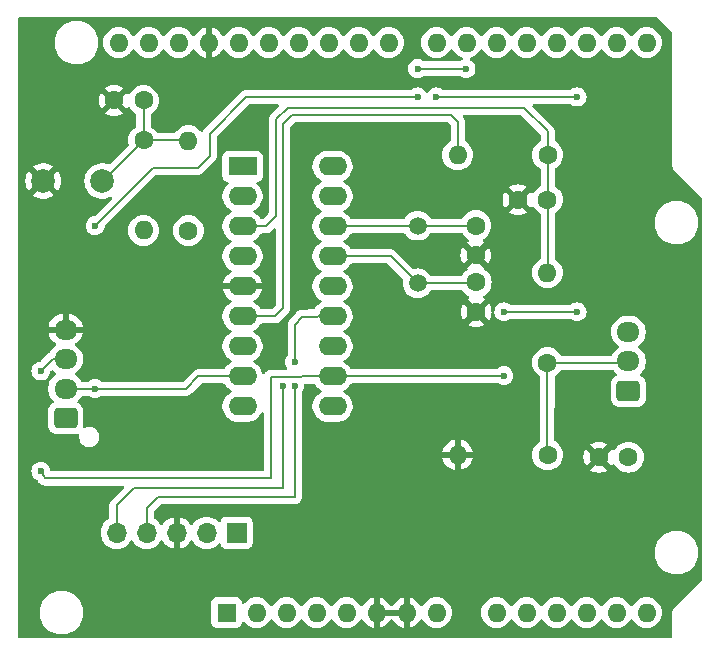
<source format=gbr>
%TF.GenerationSoftware,KiCad,Pcbnew,8.0.8-8.0.8-0~ubuntu22.04.1*%
%TF.CreationDate,2025-01-20T16:52:57+09:00*%
%TF.ProjectId,M252,4d323532-2e6b-4696-9361-645f70636258,2.00*%
%TF.SameCoordinates,Original*%
%TF.FileFunction,Copper,L2,Bot*%
%TF.FilePolarity,Positive*%
%FSLAX46Y46*%
G04 Gerber Fmt 4.6, Leading zero omitted, Abs format (unit mm)*
G04 Created by KiCad (PCBNEW 8.0.8-8.0.8-0~ubuntu22.04.1) date 2025-01-20 16:52:57*
%MOMM*%
%LPD*%
G01*
G04 APERTURE LIST*
G04 Aperture macros list*
%AMRoundRect*
0 Rectangle with rounded corners*
0 $1 Rounding radius*
0 $2 $3 $4 $5 $6 $7 $8 $9 X,Y pos of 4 corners*
0 Add a 4 corners polygon primitive as box body*
4,1,4,$2,$3,$4,$5,$6,$7,$8,$9,$2,$3,0*
0 Add four circle primitives for the rounded corners*
1,1,$1+$1,$2,$3*
1,1,$1+$1,$4,$5*
1,1,$1+$1,$6,$7*
1,1,$1+$1,$8,$9*
0 Add four rect primitives between the rounded corners*
20,1,$1+$1,$2,$3,$4,$5,0*
20,1,$1+$1,$4,$5,$6,$7,0*
20,1,$1+$1,$6,$7,$8,$9,0*
20,1,$1+$1,$8,$9,$2,$3,0*%
G04 Aperture macros list end*
%TA.AperFunction,ComponentPad*%
%ADD10R,1.600000X1.600000*%
%TD*%
%TA.AperFunction,ComponentPad*%
%ADD11O,1.600000X1.600000*%
%TD*%
%TA.AperFunction,ComponentPad*%
%ADD12RoundRect,0.250000X0.725000X-0.600000X0.725000X0.600000X-0.725000X0.600000X-0.725000X-0.600000X0*%
%TD*%
%TA.AperFunction,ComponentPad*%
%ADD13O,1.950000X1.700000*%
%TD*%
%TA.AperFunction,ComponentPad*%
%ADD14C,1.600000*%
%TD*%
%TA.AperFunction,ComponentPad*%
%ADD15C,2.000000*%
%TD*%
%TA.AperFunction,ComponentPad*%
%ADD16R,2.400000X1.600000*%
%TD*%
%TA.AperFunction,ComponentPad*%
%ADD17O,2.400000X1.600000*%
%TD*%
%TA.AperFunction,ComponentPad*%
%ADD18C,1.500000*%
%TD*%
%TA.AperFunction,ComponentPad*%
%ADD19R,1.700000X1.700000*%
%TD*%
%TA.AperFunction,ComponentPad*%
%ADD20O,1.700000X1.700000*%
%TD*%
%TA.AperFunction,ViaPad*%
%ADD21C,0.600000*%
%TD*%
%TA.AperFunction,Conductor*%
%ADD22C,0.200000*%
%TD*%
G04 APERTURE END LIST*
D10*
%TO.P,REF\u002A\u002A,1*%
%TO.N,N/C*%
X115230000Y-104760000D03*
D11*
%TO.P,REF\u002A\u002A,2*%
%TO.N,+5V*%
X117770000Y-104760000D03*
%TO.P,REF\u002A\u002A,3*%
%TO.N,Net-(IC101-RA5{slash}~{MCLR}{slash}VPP)*%
X120310000Y-104760000D03*
%TO.P,REF\u002A\u002A,4*%
%TO.N,N/C*%
X122850000Y-104760000D03*
%TO.P,REF\u002A\u002A,5*%
%TO.N,+5V*%
X125390000Y-104760000D03*
%TO.P,REF\u002A\u002A,6*%
%TO.N,GND*%
X127930000Y-104760000D03*
%TO.P,REF\u002A\u002A,7*%
X130470000Y-104760000D03*
%TO.P,REF\u002A\u002A,8*%
%TO.N,N/C*%
X133010000Y-104760000D03*
%TO.P,REF\u002A\u002A,9*%
X138090000Y-104760000D03*
%TO.P,REF\u002A\u002A,10*%
X140630000Y-104760000D03*
%TO.P,REF\u002A\u002A,11*%
X143170000Y-104760000D03*
%TO.P,REF\u002A\u002A,12*%
X145710000Y-104760000D03*
%TO.P,REF\u002A\u002A,13*%
X148250000Y-104760000D03*
%TO.P,REF\u002A\u002A,14*%
X150790000Y-104760000D03*
%TO.P,REF\u002A\u002A,15*%
X150790000Y-56500000D03*
%TO.P,REF\u002A\u002A,16*%
X148250000Y-56500000D03*
%TO.P,REF\u002A\u002A,17*%
X145710000Y-56500000D03*
%TO.P,REF\u002A\u002A,18*%
X143170000Y-56500000D03*
%TO.P,REF\u002A\u002A,19*%
X140630000Y-56500000D03*
%TO.P,REF\u002A\u002A,20*%
X138090000Y-56500000D03*
%TO.P,REF\u002A\u002A,21*%
%TO.N,/TB2_RX*%
X135550000Y-56500000D03*
%TO.P,REF\u002A\u002A,22*%
%TO.N,/TB2_TX*%
X133010000Y-56500000D03*
%TO.P,REF\u002A\u002A,23*%
%TO.N,N/C*%
X128950000Y-56500000D03*
%TO.P,REF\u002A\u002A,24*%
X126410000Y-56500000D03*
%TO.P,REF\u002A\u002A,25*%
X123870000Y-56500000D03*
%TO.P,REF\u002A\u002A,26*%
X121330000Y-56500000D03*
%TO.P,REF\u002A\u002A,27*%
X118790000Y-56500000D03*
%TO.P,REF\u002A\u002A,28*%
X116250000Y-56500000D03*
%TO.P,REF\u002A\u002A,29*%
%TO.N,GND*%
X113710000Y-56500000D03*
%TO.P,REF\u002A\u002A,30*%
%TO.N,N/C*%
X111170000Y-56500000D03*
%TO.P,REF\u002A\u002A,31*%
X108630000Y-56500000D03*
%TO.P,REF\u002A\u002A,32*%
X106090000Y-56500000D03*
%TD*%
D12*
%TO.P,J101,1,Pin_1*%
%TO.N,+5V*%
X101600000Y-88300000D03*
D13*
%TO.P,J101,2,Pin_2*%
%TO.N,/TB2_RX*%
X101600000Y-85800000D03*
%TO.P,J101,3,Pin_3*%
%TO.N,/TB2_TX*%
X101600000Y-83300000D03*
%TO.P,J101,4,Pin_4*%
%TO.N,GND*%
X101600000Y-80800000D03*
%TD*%
D14*
%TO.P,R101,1,1*%
%TO.N,Net-(C104-Pad1)*%
X108200000Y-64780000D03*
D11*
%TO.P,R101,2,2*%
%TO.N,+5V*%
X108200000Y-72400000D03*
%TD*%
D14*
%TO.P,C102,1,1*%
%TO.N,Net-(IC101-RA6)*%
X136362000Y-76800000D03*
%TO.P,C102,2,2*%
%TO.N,GND*%
X136362000Y-79300000D03*
%TD*%
D15*
%TO.P,SW101,1,1*%
%TO.N,Net-(C104-Pad1)*%
X104700000Y-68200000D03*
%TO.P,SW101,2,2*%
%TO.N,GND*%
X99700000Y-68200000D03*
%TD*%
D14*
%TO.P,R104,1,1*%
%TO.N,Net-(J103-Pin_2)*%
X142400000Y-83600000D03*
D11*
%TO.P,R104,2,2*%
%TO.N,Net-(IC101-RA4)*%
X142400000Y-75980000D03*
%TD*%
D14*
%TO.P,R105,1,1*%
%TO.N,Net-(J103-Pin_2)*%
X142410000Y-91400000D03*
D11*
%TO.P,R105,2,2*%
%TO.N,GND*%
X134790000Y-91400000D03*
%TD*%
D16*
%TO.P,IC101,1,RA2*%
%TO.N,unconnected-(IC101-RA2-Pad1)*%
X116580000Y-66980000D03*
D17*
%TO.P,IC101,2,RA3*%
%TO.N,unconnected-(IC101-RA3-Pad2)*%
X116580000Y-69520000D03*
%TO.P,IC101,3,RA4*%
%TO.N,Net-(IC101-RA4)*%
X116580000Y-72060000D03*
%TO.P,IC101,4,RA5/~{MCLR}/VPP*%
%TO.N,Net-(IC101-RA5{slash}~{MCLR}{slash}VPP)*%
X116580000Y-74600000D03*
%TO.P,IC101,5,VSS*%
%TO.N,GND*%
X116580000Y-77140000D03*
%TO.P,IC101,6,RB0*%
%TO.N,Net-(IC101-RB0)*%
X116580000Y-79680000D03*
%TO.P,IC101,7,RB1*%
%TO.N,unconnected-(IC101-RB1-Pad7)*%
X116580000Y-82220000D03*
%TO.P,IC101,8,RB2*%
%TO.N,/TB2_RX*%
X116580000Y-84760000D03*
%TO.P,IC101,9,RB3*%
%TO.N,unconnected-(IC101-RB3-Pad9)*%
X116580000Y-87300000D03*
%TO.P,IC101,10,RB4*%
%TO.N,unconnected-(IC101-RB4-Pad10)*%
X124200000Y-87300000D03*
%TO.P,IC101,11,RB5*%
%TO.N,/TB2_TX*%
X124200000Y-84760000D03*
%TO.P,IC101,12,RB6*%
%TO.N,Net-(IC101-RB6)*%
X124200000Y-82220000D03*
%TO.P,IC101,13,RB7*%
%TO.N,Net-(IC101-RB7)*%
X124200000Y-79680000D03*
%TO.P,IC101,14,VDD*%
%TO.N,+5V*%
X124200000Y-77140000D03*
%TO.P,IC101,15,RA6*%
%TO.N,Net-(IC101-RA6)*%
X124200000Y-74600000D03*
%TO.P,IC101,16,RA7*%
%TO.N,Net-(IC101-RA7)*%
X124200000Y-72060000D03*
%TO.P,IC101,17,RA0*%
%TO.N,unconnected-(IC101-RA0-Pad17)*%
X124200000Y-69520000D03*
%TO.P,IC101,18,RA1*%
%TO.N,unconnected-(IC101-RA1-Pad18)*%
X124200000Y-66980000D03*
%TD*%
D14*
%TO.P,C101,1*%
%TO.N,GND*%
X146750000Y-91600000D03*
%TO.P,C101,2*%
%TO.N,+5V*%
X149250000Y-91600000D03*
%TD*%
D18*
%TO.P,Q101,1,1*%
%TO.N,Net-(IC101-RA7)*%
X131400000Y-72000000D03*
%TO.P,Q101,2,2*%
%TO.N,Net-(IC101-RA6)*%
X131400000Y-76880000D03*
%TD*%
D14*
%TO.P,R103,1,1*%
%TO.N,Net-(IC101-RA4)*%
X142410000Y-66000000D03*
D11*
%TO.P,R103,2,2*%
%TO.N,Net-(IC101-RB0)*%
X134790000Y-66000000D03*
%TD*%
D14*
%TO.P,C104,1,1*%
%TO.N,Net-(C104-Pad1)*%
X108200000Y-61400000D03*
%TO.P,C104,2,2*%
%TO.N,GND*%
X105700000Y-61400000D03*
%TD*%
D19*
%TO.P,J102,1,Pin_1*%
%TO.N,Net-(IC101-RA5{slash}~{MCLR}{slash}VPP)*%
X116075000Y-98000000D03*
D20*
%TO.P,J102,2,Pin_2*%
%TO.N,+5V*%
X113535000Y-98000000D03*
%TO.P,J102,3,Pin_3*%
%TO.N,GND*%
X110995000Y-98000000D03*
%TO.P,J102,4,Pin_4*%
%TO.N,Net-(IC101-RB7)*%
X108455000Y-98000000D03*
%TO.P,J102,5,Pin_5*%
%TO.N,Net-(IC101-RB6)*%
X105915000Y-98000000D03*
%TD*%
D14*
%TO.P,C105,1,1*%
%TO.N,Net-(IC101-RA4)*%
X142400000Y-69800000D03*
%TO.P,C105,2,2*%
%TO.N,GND*%
X139900000Y-69800000D03*
%TD*%
%TO.P,R102,1,1*%
%TO.N,Net-(IC101-RA5{slash}~{MCLR}{slash}VPP)*%
X112000000Y-72410000D03*
D11*
%TO.P,R102,2,2*%
%TO.N,Net-(C104-Pad1)*%
X112000000Y-64790000D03*
%TD*%
D12*
%TO.P,J103,1,Pin_1*%
%TO.N,+5V*%
X149250000Y-86000000D03*
D13*
%TO.P,J103,2,Pin_2*%
%TO.N,Net-(J103-Pin_2)*%
X149250000Y-83500000D03*
%TO.P,J103,3,Pin_3*%
%TO.N,unconnected-(J103-Pin_3-Pad3)*%
X149250000Y-81000000D03*
%TD*%
D14*
%TO.P,C103,1,1*%
%TO.N,Net-(IC101-RA7)*%
X136336600Y-72000000D03*
%TO.P,C103,2,2*%
%TO.N,GND*%
X136336600Y-74500000D03*
%TD*%
D21*
%TO.N,Net-(IC101-RB6)*%
X120000000Y-85600000D03*
%TO.N,/TB2_RX*%
X104100000Y-85800000D03*
X135500000Y-58700000D03*
X131400000Y-58700000D03*
X104100000Y-72000000D03*
X131400000Y-61100000D03*
%TO.N,/TB2_TX*%
X144900000Y-61100000D03*
X144900000Y-79300000D03*
X138700000Y-79300000D03*
X99500000Y-84300000D03*
X99500000Y-92800000D03*
X133000000Y-61100000D03*
X138700000Y-84700000D03*
%TO.N,Net-(IC101-RB7)*%
X121000000Y-85600000D03*
X121000000Y-83566000D03*
%TD*%
D22*
%TO.N,Net-(IC101-RA6)*%
X129120000Y-74600000D02*
X131400000Y-76880000D01*
X131400000Y-76880000D02*
X136282000Y-76880000D01*
X136282000Y-76880000D02*
X136362000Y-76800000D01*
X124200000Y-74600000D02*
X129120000Y-74600000D01*
%TO.N,Net-(IC101-RA7)*%
X124200000Y-72060000D02*
X131340000Y-72060000D01*
X131340000Y-72060000D02*
X131400000Y-72000000D01*
X131400000Y-72000000D02*
X136336600Y-72000000D01*
%TO.N,Net-(C104-Pad1)*%
X108200000Y-61400000D02*
X108200000Y-64780000D01*
X111990000Y-64780000D02*
X112000000Y-64790000D01*
X108200000Y-64780000D02*
X111990000Y-64780000D01*
X104780000Y-68200000D02*
X104700000Y-68200000D01*
X108200000Y-64780000D02*
X104780000Y-68200000D01*
%TO.N,Net-(IC101-RA4)*%
X142410000Y-66000000D02*
X142410000Y-64010000D01*
X120400000Y-62000000D02*
X119400000Y-63000000D01*
X118540000Y-72060000D02*
X116580000Y-72060000D01*
X142410000Y-75970000D02*
X142400000Y-75980000D01*
X140400000Y-62000000D02*
X120400000Y-62000000D01*
X119400000Y-63000000D02*
X119400000Y-71200000D01*
X119400000Y-71200000D02*
X118540000Y-72060000D01*
X142410000Y-64010000D02*
X140400000Y-62000000D01*
X142410000Y-66000000D02*
X142410000Y-75970000D01*
%TO.N,Net-(IC101-RB6)*%
X105915000Y-95685000D02*
X107400000Y-94200000D01*
X105915000Y-98000000D02*
X105915000Y-95685000D01*
X107400000Y-94200000D02*
X120000000Y-94200000D01*
X120000000Y-94200000D02*
X120000000Y-85600000D01*
%TO.N,/TB2_RX*%
X101600000Y-85800000D02*
X104100000Y-85800000D01*
X112800000Y-67100000D02*
X109000000Y-67100000D01*
X112840000Y-84760000D02*
X114100000Y-84760000D01*
X116900000Y-61100000D02*
X113800000Y-64200000D01*
X111800000Y-85800000D02*
X112840000Y-84760000D01*
X114100000Y-84760000D02*
X116580000Y-84760000D01*
X109000000Y-67100000D02*
X104100000Y-72000000D01*
X131400000Y-61100000D02*
X116900000Y-61100000D01*
X113800000Y-64200000D02*
X113800000Y-66100000D01*
X104100000Y-85800000D02*
X111800000Y-85800000D01*
X113800000Y-66100000D02*
X112800000Y-67100000D01*
X131400000Y-58700000D02*
X135500000Y-58700000D01*
%TO.N,Net-(IC101-RB0)*%
X120800000Y-62600000D02*
X134200000Y-62600000D01*
X116580000Y-79680000D02*
X119320000Y-79680000D01*
X120000000Y-79000000D02*
X120000000Y-63400000D01*
X120000000Y-63400000D02*
X120800000Y-62600000D01*
X134790000Y-63190000D02*
X134790000Y-66000000D01*
X119320000Y-79680000D02*
X120000000Y-79000000D01*
X134200000Y-62600000D02*
X134790000Y-63190000D01*
%TO.N,/TB2_TX*%
X99822000Y-93400000D02*
X119000000Y-93400000D01*
X99500000Y-92800000D02*
X99822000Y-93400000D01*
X138700000Y-79300000D02*
X144900000Y-79300000D01*
X119000000Y-84800000D02*
X124200000Y-84760000D01*
X99500000Y-84300000D02*
X100500000Y-83300000D01*
X144900000Y-61100000D02*
X133000000Y-61100000D01*
X100500000Y-83300000D02*
X101600000Y-83300000D01*
X119000000Y-93400000D02*
X119000000Y-84800000D01*
X138700000Y-84700000D02*
X137740000Y-84760000D01*
X137740000Y-84760000D02*
X124200000Y-84760000D01*
%TO.N,Net-(IC101-RB7)*%
X108455000Y-95945000D02*
X108455000Y-98000000D01*
X121000000Y-95000000D02*
X109400000Y-95000000D01*
X121600000Y-79700000D02*
X124200000Y-79680000D01*
X121000000Y-83566000D02*
X121000000Y-80400000D01*
X121000000Y-95000000D02*
X121000000Y-85600000D01*
X121000000Y-80400000D02*
X121600000Y-79700000D01*
X109400000Y-95000000D02*
X108455000Y-95945000D01*
%TO.N,Net-(J103-Pin_2)*%
X142400000Y-83600000D02*
X149150000Y-83600000D01*
X149150000Y-83600000D02*
X149250000Y-83500000D01*
X142390000Y-91380000D02*
X142410000Y-91400000D01*
X142400000Y-83600000D02*
X142390000Y-91380000D01*
%TD*%
%TA.AperFunction,Conductor*%
%TO.N,GND*%
G36*
X130004075Y-104567007D02*
G01*
X129970000Y-104694174D01*
X129970000Y-104825826D01*
X130004075Y-104952993D01*
X130036988Y-105010000D01*
X128363012Y-105010000D01*
X128395925Y-104952993D01*
X128430000Y-104825826D01*
X128430000Y-104694174D01*
X128395925Y-104567007D01*
X128363012Y-104510000D01*
X130036988Y-104510000D01*
X130004075Y-104567007D01*
G37*
%TD.AperFunction*%
%TA.AperFunction,Conductor*%
G36*
X119318834Y-72232914D02*
G01*
X119374767Y-72274786D01*
X119399184Y-72340250D01*
X119399500Y-72349096D01*
X119399500Y-78699903D01*
X119379815Y-78766942D01*
X119363181Y-78787584D01*
X119107584Y-79043181D01*
X119046261Y-79076666D01*
X119019903Y-79079500D01*
X118209602Y-79079500D01*
X118142563Y-79059815D01*
X118099117Y-79011795D01*
X118092284Y-78998385D01*
X117971971Y-78832786D01*
X117827213Y-78688028D01*
X117661611Y-78567713D01*
X117568369Y-78520203D01*
X117517574Y-78472229D01*
X117500779Y-78404407D01*
X117523317Y-78338273D01*
X117568371Y-78299234D01*
X117661347Y-78251861D01*
X117826894Y-78131582D01*
X117826895Y-78131582D01*
X117971582Y-77986895D01*
X117971582Y-77986894D01*
X118091859Y-77821349D01*
X118184755Y-77639029D01*
X118247990Y-77444413D01*
X118256609Y-77390000D01*
X116895686Y-77390000D01*
X116900080Y-77385606D01*
X116952741Y-77294394D01*
X116980000Y-77192661D01*
X116980000Y-77087339D01*
X116952741Y-76985606D01*
X116900080Y-76894394D01*
X116895686Y-76890000D01*
X118256609Y-76890000D01*
X118247990Y-76835586D01*
X118184755Y-76640970D01*
X118091859Y-76458650D01*
X117971582Y-76293105D01*
X117971582Y-76293104D01*
X117826895Y-76148417D01*
X117661349Y-76028140D01*
X117568370Y-75980765D01*
X117517574Y-75932790D01*
X117500779Y-75864969D01*
X117523316Y-75798835D01*
X117568370Y-75759795D01*
X117568920Y-75759515D01*
X117661610Y-75712287D01*
X117706731Y-75679505D01*
X117827213Y-75591971D01*
X117827215Y-75591968D01*
X117827219Y-75591966D01*
X117971966Y-75447219D01*
X117971968Y-75447215D01*
X117971971Y-75447213D01*
X118024732Y-75374590D01*
X118092287Y-75281610D01*
X118185220Y-75099219D01*
X118248477Y-74904534D01*
X118280500Y-74702352D01*
X118280500Y-74497648D01*
X118248477Y-74295466D01*
X118241307Y-74273400D01*
X118191296Y-74119481D01*
X118185220Y-74100781D01*
X118185218Y-74100778D01*
X118185218Y-74100776D01*
X118151503Y-74034607D01*
X118092287Y-73918390D01*
X118084556Y-73907749D01*
X117971971Y-73752786D01*
X117827213Y-73608028D01*
X117661614Y-73487715D01*
X117655006Y-73484348D01*
X117568917Y-73440483D01*
X117518123Y-73392511D01*
X117501328Y-73324690D01*
X117523865Y-73258555D01*
X117568917Y-73219516D01*
X117661610Y-73172287D01*
X117719033Y-73130567D01*
X117827213Y-73051971D01*
X117827215Y-73051968D01*
X117827219Y-73051966D01*
X117971966Y-72907219D01*
X117971968Y-72907215D01*
X117971971Y-72907213D01*
X118092284Y-72741614D01*
X118092285Y-72741613D01*
X118092287Y-72741610D01*
X118099117Y-72728204D01*
X118147091Y-72677409D01*
X118209602Y-72660500D01*
X118453331Y-72660500D01*
X118453347Y-72660501D01*
X118460943Y-72660501D01*
X118619054Y-72660501D01*
X118619057Y-72660501D01*
X118771785Y-72619577D01*
X118821904Y-72590639D01*
X118908716Y-72540520D01*
X119020520Y-72428716D01*
X119020521Y-72428713D01*
X119187822Y-72261412D01*
X119249142Y-72227930D01*
X119318834Y-72232914D01*
G37*
%TD.AperFunction*%
%TA.AperFunction,Conductor*%
G36*
X135171947Y-72620185D02*
G01*
X135206480Y-72653374D01*
X135258877Y-72728205D01*
X135336554Y-72839141D01*
X135497458Y-73000045D01*
X135497461Y-73000047D01*
X135683866Y-73130568D01*
X135699575Y-73137893D01*
X135752014Y-73184064D01*
X135771167Y-73251257D01*
X135750952Y-73318138D01*
X135699579Y-73362656D01*
X135684114Y-73369867D01*
X135684112Y-73369868D01*
X135611126Y-73420973D01*
X135611126Y-73420974D01*
X136290153Y-74100000D01*
X136283939Y-74100000D01*
X136182206Y-74127259D01*
X136090994Y-74179920D01*
X136016520Y-74254394D01*
X135963859Y-74345606D01*
X135936600Y-74447339D01*
X135936600Y-74453552D01*
X135257574Y-73774526D01*
X135257573Y-73774526D01*
X135206468Y-73847512D01*
X135206466Y-73847516D01*
X135110334Y-74053673D01*
X135110330Y-74053682D01*
X135051460Y-74273389D01*
X135051458Y-74273400D01*
X135031634Y-74499997D01*
X135031634Y-74500002D01*
X135051458Y-74726599D01*
X135051460Y-74726610D01*
X135110330Y-74946317D01*
X135110335Y-74946331D01*
X135206463Y-75152478D01*
X135257574Y-75225472D01*
X135936600Y-74546446D01*
X135936600Y-74552661D01*
X135963859Y-74654394D01*
X136016520Y-74745606D01*
X136090994Y-74820080D01*
X136182206Y-74872741D01*
X136283939Y-74900000D01*
X136290153Y-74900000D01*
X135611126Y-75579025D01*
X135612827Y-75598469D01*
X135623313Y-75611587D01*
X135630507Y-75681085D01*
X135598985Y-75743440D01*
X135579689Y-75760160D01*
X135522860Y-75799952D01*
X135361954Y-75960858D01*
X135231432Y-76147265D01*
X135231429Y-76147271D01*
X135203156Y-76207904D01*
X135156984Y-76260344D01*
X135090774Y-76279500D01*
X132570655Y-76279500D01*
X132503616Y-76259815D01*
X132469080Y-76226623D01*
X132361599Y-76073124D01*
X132316188Y-76027713D01*
X132206877Y-75918402D01*
X132068978Y-75821844D01*
X132027638Y-75792897D01*
X131906712Y-75736509D01*
X131829330Y-75700425D01*
X131829326Y-75700424D01*
X131829322Y-75700422D01*
X131617977Y-75643793D01*
X131400002Y-75624723D01*
X131399998Y-75624723D01*
X131182029Y-75643792D01*
X131182011Y-75643795D01*
X131117889Y-75660976D01*
X131048039Y-75659312D01*
X130998117Y-75628882D01*
X129607590Y-74238355D01*
X129607588Y-74238352D01*
X129488717Y-74119481D01*
X129488716Y-74119480D01*
X129401904Y-74069360D01*
X129401904Y-74069359D01*
X129401900Y-74069358D01*
X129351785Y-74040423D01*
X129199057Y-73999499D01*
X129040943Y-73999499D01*
X129033347Y-73999499D01*
X129033331Y-73999500D01*
X125829602Y-73999500D01*
X125762563Y-73979815D01*
X125719117Y-73931795D01*
X125712284Y-73918385D01*
X125591971Y-73752786D01*
X125447213Y-73608028D01*
X125281614Y-73487715D01*
X125275006Y-73484348D01*
X125188917Y-73440483D01*
X125138123Y-73392511D01*
X125121328Y-73324690D01*
X125143865Y-73258555D01*
X125188917Y-73219516D01*
X125281610Y-73172287D01*
X125339033Y-73130567D01*
X125447213Y-73051971D01*
X125447215Y-73051968D01*
X125447219Y-73051966D01*
X125591966Y-72907219D01*
X125591968Y-72907215D01*
X125591971Y-72907213D01*
X125712284Y-72741614D01*
X125712285Y-72741613D01*
X125712287Y-72741610D01*
X125719117Y-72728204D01*
X125767091Y-72677409D01*
X125829602Y-72660500D01*
X130271358Y-72660500D01*
X130338397Y-72680185D01*
X130372932Y-72713376D01*
X130390895Y-72739030D01*
X130438400Y-72806875D01*
X130438401Y-72806876D01*
X130438402Y-72806877D01*
X130593123Y-72961598D01*
X130772361Y-73087102D01*
X130970670Y-73179575D01*
X130970676Y-73179576D01*
X130970677Y-73179577D01*
X130987423Y-73184064D01*
X131182023Y-73236207D01*
X131364926Y-73252208D01*
X131399998Y-73255277D01*
X131400000Y-73255277D01*
X131400002Y-73255277D01*
X131428254Y-73252805D01*
X131617977Y-73236207D01*
X131829330Y-73179575D01*
X132027639Y-73087102D01*
X132206877Y-72961598D01*
X132361598Y-72806877D01*
X132469081Y-72653374D01*
X132523657Y-72609751D01*
X132570655Y-72600500D01*
X135104908Y-72600500D01*
X135171947Y-72620185D01*
G37*
%TD.AperFunction*%
%TA.AperFunction,Conductor*%
G36*
X151618363Y-54350185D02*
G01*
X151639005Y-54366819D01*
X152923181Y-55650995D01*
X152956666Y-55712318D01*
X152959500Y-55738676D01*
X152959500Y-66975891D01*
X152993608Y-67103187D01*
X153009416Y-67130567D01*
X153059500Y-67217314D01*
X153059502Y-67217316D01*
X155463181Y-69620995D01*
X155496666Y-69682318D01*
X155499500Y-69708676D01*
X155499500Y-101961324D01*
X155479815Y-102028363D01*
X155463181Y-102049005D01*
X153059502Y-104452683D01*
X153059500Y-104452686D01*
X152993608Y-104566812D01*
X152959500Y-104694108D01*
X152959500Y-106805500D01*
X152939815Y-106872539D01*
X152887011Y-106918294D01*
X152835500Y-106929500D01*
X97724000Y-106929500D01*
X97656961Y-106909815D01*
X97611206Y-106857011D01*
X97600000Y-106805500D01*
X97600000Y-104638711D01*
X99409500Y-104638711D01*
X99409500Y-104881288D01*
X99441161Y-105121785D01*
X99503947Y-105356104D01*
X99596773Y-105580205D01*
X99596777Y-105580214D01*
X99612746Y-105607873D01*
X99718064Y-105790289D01*
X99718066Y-105790292D01*
X99718067Y-105790293D01*
X99865733Y-105982736D01*
X99865739Y-105982743D01*
X100037256Y-106154260D01*
X100037262Y-106154265D01*
X100229711Y-106301936D01*
X100439788Y-106423224D01*
X100663900Y-106516054D01*
X100898211Y-106578838D01*
X101078586Y-106602584D01*
X101138711Y-106610500D01*
X101138712Y-106610500D01*
X101381289Y-106610500D01*
X101429388Y-106604167D01*
X101621789Y-106578838D01*
X101856100Y-106516054D01*
X102080212Y-106423224D01*
X102290289Y-106301936D01*
X102482738Y-106154265D01*
X102654265Y-105982738D01*
X102801936Y-105790289D01*
X102923224Y-105580212D01*
X103016054Y-105356100D01*
X103078838Y-105121789D01*
X103110500Y-104881288D01*
X103110500Y-104638712D01*
X103078838Y-104398211D01*
X103016054Y-104163900D01*
X102923224Y-103939788D01*
X102907259Y-103912135D01*
X113929500Y-103912135D01*
X113929500Y-105607870D01*
X113929501Y-105607876D01*
X113935908Y-105667483D01*
X113986202Y-105802328D01*
X113986206Y-105802335D01*
X114072452Y-105917544D01*
X114072455Y-105917547D01*
X114187664Y-106003793D01*
X114187671Y-106003797D01*
X114322517Y-106054091D01*
X114322516Y-106054091D01*
X114329444Y-106054835D01*
X114382127Y-106060500D01*
X116077872Y-106060499D01*
X116137483Y-106054091D01*
X116272331Y-106003796D01*
X116387546Y-105917546D01*
X116473796Y-105802331D01*
X116524091Y-105667483D01*
X116527862Y-105632401D01*
X116554599Y-105567855D01*
X116611990Y-105528006D01*
X116681816Y-105525511D01*
X116741905Y-105561163D01*
X116752726Y-105574536D01*
X116769956Y-105599143D01*
X116930858Y-105760045D01*
X116930861Y-105760047D01*
X117117266Y-105890568D01*
X117323504Y-105986739D01*
X117543308Y-106045635D01*
X117705230Y-106059801D01*
X117769998Y-106065468D01*
X117770000Y-106065468D01*
X117770002Y-106065468D01*
X117826807Y-106060498D01*
X117996692Y-106045635D01*
X118216496Y-105986739D01*
X118422734Y-105890568D01*
X118609139Y-105760047D01*
X118770047Y-105599139D01*
X118900568Y-105412734D01*
X118927618Y-105354724D01*
X118973790Y-105302285D01*
X119040983Y-105283133D01*
X119107865Y-105303348D01*
X119152382Y-105354725D01*
X119179429Y-105412728D01*
X119179432Y-105412734D01*
X119309954Y-105599141D01*
X119470858Y-105760045D01*
X119470861Y-105760047D01*
X119657266Y-105890568D01*
X119863504Y-105986739D01*
X120083308Y-106045635D01*
X120245230Y-106059801D01*
X120309998Y-106065468D01*
X120310000Y-106065468D01*
X120310002Y-106065468D01*
X120366807Y-106060498D01*
X120536692Y-106045635D01*
X120756496Y-105986739D01*
X120962734Y-105890568D01*
X121149139Y-105760047D01*
X121310047Y-105599139D01*
X121440568Y-105412734D01*
X121467618Y-105354724D01*
X121513790Y-105302285D01*
X121580983Y-105283133D01*
X121647865Y-105303348D01*
X121692382Y-105354725D01*
X121719429Y-105412728D01*
X121719432Y-105412734D01*
X121849954Y-105599141D01*
X122010858Y-105760045D01*
X122010861Y-105760047D01*
X122197266Y-105890568D01*
X122403504Y-105986739D01*
X122623308Y-106045635D01*
X122785230Y-106059801D01*
X122849998Y-106065468D01*
X122850000Y-106065468D01*
X122850002Y-106065468D01*
X122906807Y-106060498D01*
X123076692Y-106045635D01*
X123296496Y-105986739D01*
X123502734Y-105890568D01*
X123689139Y-105760047D01*
X123850047Y-105599139D01*
X123980568Y-105412734D01*
X124007618Y-105354724D01*
X124053790Y-105302285D01*
X124120983Y-105283133D01*
X124187865Y-105303348D01*
X124232382Y-105354725D01*
X124259429Y-105412728D01*
X124259432Y-105412734D01*
X124389954Y-105599141D01*
X124550858Y-105760045D01*
X124550861Y-105760047D01*
X124737266Y-105890568D01*
X124943504Y-105986739D01*
X125163308Y-106045635D01*
X125325230Y-106059801D01*
X125389998Y-106065468D01*
X125390000Y-106065468D01*
X125390002Y-106065468D01*
X125446807Y-106060498D01*
X125616692Y-106045635D01*
X125836496Y-105986739D01*
X126042734Y-105890568D01*
X126229139Y-105760047D01*
X126390047Y-105599139D01*
X126520568Y-105412734D01*
X126547895Y-105354129D01*
X126594064Y-105301695D01*
X126661257Y-105282542D01*
X126728139Y-105302757D01*
X126772657Y-105354133D01*
X126799865Y-105412482D01*
X126930342Y-105598820D01*
X127091179Y-105759657D01*
X127277517Y-105890134D01*
X127483673Y-105986265D01*
X127483682Y-105986269D01*
X127679999Y-106038872D01*
X127680000Y-106038871D01*
X127680000Y-105193012D01*
X127737007Y-105225925D01*
X127864174Y-105260000D01*
X127995826Y-105260000D01*
X128122993Y-105225925D01*
X128180000Y-105193012D01*
X128180000Y-106038872D01*
X128376317Y-105986269D01*
X128376326Y-105986265D01*
X128582482Y-105890134D01*
X128768820Y-105759657D01*
X128929657Y-105598820D01*
X129060134Y-105412481D01*
X129060135Y-105412479D01*
X129087618Y-105353543D01*
X129133790Y-105301103D01*
X129200983Y-105281951D01*
X129267864Y-105302166D01*
X129312382Y-105353543D01*
X129339864Y-105412479D01*
X129339865Y-105412481D01*
X129470342Y-105598820D01*
X129631179Y-105759657D01*
X129817517Y-105890134D01*
X130023673Y-105986265D01*
X130023682Y-105986269D01*
X130219999Y-106038872D01*
X130220000Y-106038871D01*
X130220000Y-105193012D01*
X130277007Y-105225925D01*
X130404174Y-105260000D01*
X130535826Y-105260000D01*
X130662993Y-105225925D01*
X130720000Y-105193012D01*
X130720000Y-106038872D01*
X130916317Y-105986269D01*
X130916326Y-105986265D01*
X131122482Y-105890134D01*
X131308820Y-105759657D01*
X131469657Y-105598820D01*
X131600132Y-105412484D01*
X131627341Y-105354134D01*
X131673513Y-105301695D01*
X131740707Y-105282542D01*
X131807588Y-105302757D01*
X131852106Y-105354133D01*
X131879431Y-105412732D01*
X131879432Y-105412734D01*
X132009954Y-105599141D01*
X132170858Y-105760045D01*
X132170861Y-105760047D01*
X132357266Y-105890568D01*
X132563504Y-105986739D01*
X132783308Y-106045635D01*
X132945230Y-106059801D01*
X133009998Y-106065468D01*
X133010000Y-106065468D01*
X133010002Y-106065468D01*
X133066807Y-106060498D01*
X133236692Y-106045635D01*
X133456496Y-105986739D01*
X133662734Y-105890568D01*
X133849139Y-105760047D01*
X134010047Y-105599139D01*
X134140568Y-105412734D01*
X134236739Y-105206496D01*
X134295635Y-104986692D01*
X134315468Y-104760000D01*
X134315468Y-104759998D01*
X136784532Y-104759998D01*
X136784532Y-104760001D01*
X136804364Y-104986686D01*
X136804366Y-104986697D01*
X136863258Y-105206488D01*
X136863261Y-105206497D01*
X136959431Y-105412732D01*
X136959432Y-105412734D01*
X137089954Y-105599141D01*
X137250858Y-105760045D01*
X137250861Y-105760047D01*
X137437266Y-105890568D01*
X137643504Y-105986739D01*
X137863308Y-106045635D01*
X138025230Y-106059801D01*
X138089998Y-106065468D01*
X138090000Y-106065468D01*
X138090002Y-106065468D01*
X138146807Y-106060498D01*
X138316692Y-106045635D01*
X138536496Y-105986739D01*
X138742734Y-105890568D01*
X138929139Y-105760047D01*
X139090047Y-105599139D01*
X139220568Y-105412734D01*
X139247618Y-105354724D01*
X139293790Y-105302285D01*
X139360983Y-105283133D01*
X139427865Y-105303348D01*
X139472382Y-105354725D01*
X139499429Y-105412728D01*
X139499432Y-105412734D01*
X139629954Y-105599141D01*
X139790858Y-105760045D01*
X139790861Y-105760047D01*
X139977266Y-105890568D01*
X140183504Y-105986739D01*
X140403308Y-106045635D01*
X140565230Y-106059801D01*
X140629998Y-106065468D01*
X140630000Y-106065468D01*
X140630002Y-106065468D01*
X140686807Y-106060498D01*
X140856692Y-106045635D01*
X141076496Y-105986739D01*
X141282734Y-105890568D01*
X141469139Y-105760047D01*
X141630047Y-105599139D01*
X141760568Y-105412734D01*
X141787618Y-105354724D01*
X141833790Y-105302285D01*
X141900983Y-105283133D01*
X141967865Y-105303348D01*
X142012382Y-105354725D01*
X142039429Y-105412728D01*
X142039432Y-105412734D01*
X142169954Y-105599141D01*
X142330858Y-105760045D01*
X142330861Y-105760047D01*
X142517266Y-105890568D01*
X142723504Y-105986739D01*
X142943308Y-106045635D01*
X143105230Y-106059801D01*
X143169998Y-106065468D01*
X143170000Y-106065468D01*
X143170002Y-106065468D01*
X143226807Y-106060498D01*
X143396692Y-106045635D01*
X143616496Y-105986739D01*
X143822734Y-105890568D01*
X144009139Y-105760047D01*
X144170047Y-105599139D01*
X144300568Y-105412734D01*
X144327618Y-105354724D01*
X144373790Y-105302285D01*
X144440983Y-105283133D01*
X144507865Y-105303348D01*
X144552382Y-105354725D01*
X144579429Y-105412728D01*
X144579432Y-105412734D01*
X144709954Y-105599141D01*
X144870858Y-105760045D01*
X144870861Y-105760047D01*
X145057266Y-105890568D01*
X145263504Y-105986739D01*
X145483308Y-106045635D01*
X145645230Y-106059801D01*
X145709998Y-106065468D01*
X145710000Y-106065468D01*
X145710002Y-106065468D01*
X145766807Y-106060498D01*
X145936692Y-106045635D01*
X146156496Y-105986739D01*
X146362734Y-105890568D01*
X146549139Y-105760047D01*
X146710047Y-105599139D01*
X146840568Y-105412734D01*
X146867618Y-105354724D01*
X146913790Y-105302285D01*
X146980983Y-105283133D01*
X147047865Y-105303348D01*
X147092382Y-105354725D01*
X147119429Y-105412728D01*
X147119432Y-105412734D01*
X147249954Y-105599141D01*
X147410858Y-105760045D01*
X147410861Y-105760047D01*
X147597266Y-105890568D01*
X147803504Y-105986739D01*
X148023308Y-106045635D01*
X148185230Y-106059801D01*
X148249998Y-106065468D01*
X148250000Y-106065468D01*
X148250002Y-106065468D01*
X148306807Y-106060498D01*
X148476692Y-106045635D01*
X148696496Y-105986739D01*
X148902734Y-105890568D01*
X149089139Y-105760047D01*
X149250047Y-105599139D01*
X149380568Y-105412734D01*
X149407618Y-105354724D01*
X149453790Y-105302285D01*
X149520983Y-105283133D01*
X149587865Y-105303348D01*
X149632382Y-105354725D01*
X149659429Y-105412728D01*
X149659432Y-105412734D01*
X149789954Y-105599141D01*
X149950858Y-105760045D01*
X149950861Y-105760047D01*
X150137266Y-105890568D01*
X150343504Y-105986739D01*
X150563308Y-106045635D01*
X150725230Y-106059801D01*
X150789998Y-106065468D01*
X150790000Y-106065468D01*
X150790002Y-106065468D01*
X150846807Y-106060498D01*
X151016692Y-106045635D01*
X151236496Y-105986739D01*
X151442734Y-105890568D01*
X151629139Y-105760047D01*
X151790047Y-105599139D01*
X151920568Y-105412734D01*
X152016739Y-105206496D01*
X152075635Y-104986692D01*
X152095468Y-104760000D01*
X152075635Y-104533308D01*
X152016739Y-104313504D01*
X151920568Y-104107266D01*
X151790047Y-103920861D01*
X151790045Y-103920858D01*
X151629141Y-103759954D01*
X151442734Y-103629432D01*
X151442732Y-103629431D01*
X151236497Y-103533261D01*
X151236488Y-103533258D01*
X151016697Y-103474366D01*
X151016693Y-103474365D01*
X151016692Y-103474365D01*
X151016691Y-103474364D01*
X151016686Y-103474364D01*
X150790002Y-103454532D01*
X150789998Y-103454532D01*
X150563313Y-103474364D01*
X150563302Y-103474366D01*
X150343511Y-103533258D01*
X150343502Y-103533261D01*
X150137267Y-103629431D01*
X150137265Y-103629432D01*
X149950858Y-103759954D01*
X149789954Y-103920858D01*
X149659432Y-104107265D01*
X149659431Y-104107267D01*
X149632382Y-104165275D01*
X149586209Y-104217714D01*
X149519016Y-104236866D01*
X149452135Y-104216650D01*
X149407618Y-104165275D01*
X149406977Y-104163900D01*
X149380568Y-104107266D01*
X149250047Y-103920861D01*
X149250045Y-103920858D01*
X149089141Y-103759954D01*
X148902734Y-103629432D01*
X148902732Y-103629431D01*
X148696497Y-103533261D01*
X148696488Y-103533258D01*
X148476697Y-103474366D01*
X148476693Y-103474365D01*
X148476692Y-103474365D01*
X148476691Y-103474364D01*
X148476686Y-103474364D01*
X148250002Y-103454532D01*
X148249998Y-103454532D01*
X148023313Y-103474364D01*
X148023302Y-103474366D01*
X147803511Y-103533258D01*
X147803502Y-103533261D01*
X147597267Y-103629431D01*
X147597265Y-103629432D01*
X147410858Y-103759954D01*
X147249954Y-103920858D01*
X147119432Y-104107265D01*
X147119431Y-104107267D01*
X147092382Y-104165275D01*
X147046209Y-104217714D01*
X146979016Y-104236866D01*
X146912135Y-104216650D01*
X146867618Y-104165275D01*
X146866977Y-104163900D01*
X146840568Y-104107266D01*
X146710047Y-103920861D01*
X146710045Y-103920858D01*
X146549141Y-103759954D01*
X146362734Y-103629432D01*
X146362732Y-103629431D01*
X146156497Y-103533261D01*
X146156488Y-103533258D01*
X145936697Y-103474366D01*
X145936693Y-103474365D01*
X145936692Y-103474365D01*
X145936691Y-103474364D01*
X145936686Y-103474364D01*
X145710002Y-103454532D01*
X145709998Y-103454532D01*
X145483313Y-103474364D01*
X145483302Y-103474366D01*
X145263511Y-103533258D01*
X145263502Y-103533261D01*
X145057267Y-103629431D01*
X145057265Y-103629432D01*
X144870858Y-103759954D01*
X144709954Y-103920858D01*
X144579432Y-104107265D01*
X144579431Y-104107267D01*
X144552382Y-104165275D01*
X144506209Y-104217714D01*
X144439016Y-104236866D01*
X144372135Y-104216650D01*
X144327618Y-104165275D01*
X144326977Y-104163900D01*
X144300568Y-104107266D01*
X144170047Y-103920861D01*
X144170045Y-103920858D01*
X144009141Y-103759954D01*
X143822734Y-103629432D01*
X143822732Y-103629431D01*
X143616497Y-103533261D01*
X143616488Y-103533258D01*
X143396697Y-103474366D01*
X143396693Y-103474365D01*
X143396692Y-103474365D01*
X143396691Y-103474364D01*
X143396686Y-103474364D01*
X143170002Y-103454532D01*
X143169998Y-103454532D01*
X142943313Y-103474364D01*
X142943302Y-103474366D01*
X142723511Y-103533258D01*
X142723502Y-103533261D01*
X142517267Y-103629431D01*
X142517265Y-103629432D01*
X142330858Y-103759954D01*
X142169954Y-103920858D01*
X142039432Y-104107265D01*
X142039431Y-104107267D01*
X142012382Y-104165275D01*
X141966209Y-104217714D01*
X141899016Y-104236866D01*
X141832135Y-104216650D01*
X141787618Y-104165275D01*
X141786977Y-104163900D01*
X141760568Y-104107266D01*
X141630047Y-103920861D01*
X141630045Y-103920858D01*
X141469141Y-103759954D01*
X141282734Y-103629432D01*
X141282732Y-103629431D01*
X141076497Y-103533261D01*
X141076488Y-103533258D01*
X140856697Y-103474366D01*
X140856693Y-103474365D01*
X140856692Y-103474365D01*
X140856691Y-103474364D01*
X140856686Y-103474364D01*
X140630002Y-103454532D01*
X140629998Y-103454532D01*
X140403313Y-103474364D01*
X140403302Y-103474366D01*
X140183511Y-103533258D01*
X140183502Y-103533261D01*
X139977267Y-103629431D01*
X139977265Y-103629432D01*
X139790858Y-103759954D01*
X139629954Y-103920858D01*
X139499432Y-104107265D01*
X139499431Y-104107267D01*
X139472382Y-104165275D01*
X139426209Y-104217714D01*
X139359016Y-104236866D01*
X139292135Y-104216650D01*
X139247618Y-104165275D01*
X139246977Y-104163900D01*
X139220568Y-104107266D01*
X139090047Y-103920861D01*
X139090045Y-103920858D01*
X138929141Y-103759954D01*
X138742734Y-103629432D01*
X138742732Y-103629431D01*
X138536497Y-103533261D01*
X138536488Y-103533258D01*
X138316697Y-103474366D01*
X138316693Y-103474365D01*
X138316692Y-103474365D01*
X138316691Y-103474364D01*
X138316686Y-103474364D01*
X138090002Y-103454532D01*
X138089998Y-103454532D01*
X137863313Y-103474364D01*
X137863302Y-103474366D01*
X137643511Y-103533258D01*
X137643502Y-103533261D01*
X137437267Y-103629431D01*
X137437265Y-103629432D01*
X137250858Y-103759954D01*
X137089954Y-103920858D01*
X136959432Y-104107265D01*
X136959431Y-104107267D01*
X136863261Y-104313502D01*
X136863258Y-104313511D01*
X136804366Y-104533302D01*
X136804364Y-104533313D01*
X136784532Y-104759998D01*
X134315468Y-104759998D01*
X134295635Y-104533308D01*
X134236739Y-104313504D01*
X134140568Y-104107266D01*
X134010047Y-103920861D01*
X134010045Y-103920858D01*
X133849141Y-103759954D01*
X133662734Y-103629432D01*
X133662732Y-103629431D01*
X133456497Y-103533261D01*
X133456488Y-103533258D01*
X133236697Y-103474366D01*
X133236693Y-103474365D01*
X133236692Y-103474365D01*
X133236691Y-103474364D01*
X133236686Y-103474364D01*
X133010002Y-103454532D01*
X133009998Y-103454532D01*
X132783313Y-103474364D01*
X132783302Y-103474366D01*
X132563511Y-103533258D01*
X132563502Y-103533261D01*
X132357267Y-103629431D01*
X132357265Y-103629432D01*
X132170858Y-103759954D01*
X132009954Y-103920858D01*
X131879433Y-104107264D01*
X131879432Y-104107266D01*
X131853026Y-104163895D01*
X131852106Y-104165867D01*
X131805933Y-104218306D01*
X131738739Y-104237457D01*
X131671858Y-104217241D01*
X131627342Y-104165865D01*
X131600135Y-104107520D01*
X131600134Y-104107518D01*
X131469657Y-103921179D01*
X131308820Y-103760342D01*
X131122482Y-103629865D01*
X130916328Y-103533734D01*
X130720000Y-103481127D01*
X130720000Y-104326988D01*
X130662993Y-104294075D01*
X130535826Y-104260000D01*
X130404174Y-104260000D01*
X130277007Y-104294075D01*
X130220000Y-104326988D01*
X130220000Y-103481127D01*
X130023671Y-103533734D01*
X129817517Y-103629865D01*
X129631179Y-103760342D01*
X129470342Y-103921179D01*
X129339865Y-104107517D01*
X129312382Y-104166457D01*
X129266210Y-104218896D01*
X129199016Y-104238048D01*
X129132135Y-104217832D01*
X129087618Y-104166457D01*
X129060134Y-104107517D01*
X128929657Y-103921179D01*
X128768820Y-103760342D01*
X128582482Y-103629865D01*
X128376328Y-103533734D01*
X128180000Y-103481127D01*
X128180000Y-104326988D01*
X128122993Y-104294075D01*
X127995826Y-104260000D01*
X127864174Y-104260000D01*
X127737007Y-104294075D01*
X127680000Y-104326988D01*
X127680000Y-103481127D01*
X127483671Y-103533734D01*
X127277517Y-103629865D01*
X127091179Y-103760342D01*
X126930342Y-103921179D01*
X126799867Y-104107515D01*
X126772657Y-104165867D01*
X126726484Y-104218306D01*
X126659290Y-104237457D01*
X126592409Y-104217241D01*
X126547893Y-104165865D01*
X126546974Y-104163895D01*
X126520568Y-104107266D01*
X126390047Y-103920861D01*
X126390045Y-103920858D01*
X126229141Y-103759954D01*
X126042734Y-103629432D01*
X126042732Y-103629431D01*
X125836497Y-103533261D01*
X125836488Y-103533258D01*
X125616697Y-103474366D01*
X125616693Y-103474365D01*
X125616692Y-103474365D01*
X125616691Y-103474364D01*
X125616686Y-103474364D01*
X125390002Y-103454532D01*
X125389998Y-103454532D01*
X125163313Y-103474364D01*
X125163302Y-103474366D01*
X124943511Y-103533258D01*
X124943502Y-103533261D01*
X124737267Y-103629431D01*
X124737265Y-103629432D01*
X124550858Y-103759954D01*
X124389954Y-103920858D01*
X124259432Y-104107265D01*
X124259431Y-104107267D01*
X124232382Y-104165275D01*
X124186209Y-104217714D01*
X124119016Y-104236866D01*
X124052135Y-104216650D01*
X124007618Y-104165275D01*
X124006977Y-104163900D01*
X123980568Y-104107266D01*
X123850047Y-103920861D01*
X123850045Y-103920858D01*
X123689141Y-103759954D01*
X123502734Y-103629432D01*
X123502732Y-103629431D01*
X123296497Y-103533261D01*
X123296488Y-103533258D01*
X123076697Y-103474366D01*
X123076693Y-103474365D01*
X123076692Y-103474365D01*
X123076691Y-103474364D01*
X123076686Y-103474364D01*
X122850002Y-103454532D01*
X122849998Y-103454532D01*
X122623313Y-103474364D01*
X122623302Y-103474366D01*
X122403511Y-103533258D01*
X122403502Y-103533261D01*
X122197267Y-103629431D01*
X122197265Y-103629432D01*
X122010858Y-103759954D01*
X121849954Y-103920858D01*
X121719432Y-104107265D01*
X121719431Y-104107267D01*
X121692382Y-104165275D01*
X121646209Y-104217714D01*
X121579016Y-104236866D01*
X121512135Y-104216650D01*
X121467618Y-104165275D01*
X121466977Y-104163900D01*
X121440568Y-104107266D01*
X121310047Y-103920861D01*
X121310045Y-103920858D01*
X121149141Y-103759954D01*
X120962734Y-103629432D01*
X120962732Y-103629431D01*
X120756497Y-103533261D01*
X120756488Y-103533258D01*
X120536697Y-103474366D01*
X120536693Y-103474365D01*
X120536692Y-103474365D01*
X120536691Y-103474364D01*
X120536686Y-103474364D01*
X120310002Y-103454532D01*
X120309998Y-103454532D01*
X120083313Y-103474364D01*
X120083302Y-103474366D01*
X119863511Y-103533258D01*
X119863502Y-103533261D01*
X119657267Y-103629431D01*
X119657265Y-103629432D01*
X119470858Y-103759954D01*
X119309954Y-103920858D01*
X119179432Y-104107265D01*
X119179431Y-104107267D01*
X119152382Y-104165275D01*
X119106209Y-104217714D01*
X119039016Y-104236866D01*
X118972135Y-104216650D01*
X118927618Y-104165275D01*
X118926977Y-104163900D01*
X118900568Y-104107266D01*
X118770047Y-103920861D01*
X118770045Y-103920858D01*
X118609141Y-103759954D01*
X118422734Y-103629432D01*
X118422732Y-103629431D01*
X118216497Y-103533261D01*
X118216488Y-103533258D01*
X117996697Y-103474366D01*
X117996693Y-103474365D01*
X117996692Y-103474365D01*
X117996691Y-103474364D01*
X117996686Y-103474364D01*
X117770002Y-103454532D01*
X117769998Y-103454532D01*
X117543313Y-103474364D01*
X117543302Y-103474366D01*
X117323511Y-103533258D01*
X117323502Y-103533261D01*
X117117267Y-103629431D01*
X117117265Y-103629432D01*
X116930858Y-103759954D01*
X116769954Y-103920858D01*
X116752725Y-103945464D01*
X116698147Y-103989088D01*
X116628648Y-103996280D01*
X116566294Y-103964757D01*
X116530882Y-103904526D01*
X116527861Y-103887591D01*
X116524091Y-103852516D01*
X116473797Y-103717671D01*
X116473793Y-103717664D01*
X116387547Y-103602455D01*
X116387544Y-103602452D01*
X116272335Y-103516206D01*
X116272328Y-103516202D01*
X116137482Y-103465908D01*
X116137483Y-103465908D01*
X116077883Y-103459501D01*
X116077881Y-103459500D01*
X116077873Y-103459500D01*
X116077864Y-103459500D01*
X114382129Y-103459500D01*
X114382123Y-103459501D01*
X114322516Y-103465908D01*
X114187671Y-103516202D01*
X114187664Y-103516206D01*
X114072455Y-103602452D01*
X114072452Y-103602455D01*
X113986206Y-103717664D01*
X113986202Y-103717671D01*
X113935908Y-103852517D01*
X113929501Y-103912116D01*
X113929500Y-103912135D01*
X102907259Y-103912135D01*
X102801936Y-103729711D01*
X102704289Y-103602455D01*
X102654266Y-103537263D01*
X102654260Y-103537256D01*
X102482743Y-103365739D01*
X102482736Y-103365733D01*
X102290293Y-103218067D01*
X102290292Y-103218066D01*
X102290289Y-103218064D01*
X102080212Y-103096776D01*
X102080205Y-103096773D01*
X101856104Y-103003947D01*
X101621785Y-102941161D01*
X101381289Y-102909500D01*
X101381288Y-102909500D01*
X101138712Y-102909500D01*
X101138711Y-102909500D01*
X100898214Y-102941161D01*
X100663895Y-103003947D01*
X100439794Y-103096773D01*
X100439785Y-103096777D01*
X100229706Y-103218067D01*
X100037263Y-103365733D01*
X100037256Y-103365739D01*
X99865739Y-103537256D01*
X99865733Y-103537263D01*
X99718067Y-103729706D01*
X99596777Y-103939785D01*
X99596773Y-103939794D01*
X99503947Y-104163895D01*
X99441161Y-104398214D01*
X99409500Y-104638711D01*
X97600000Y-104638711D01*
X97600000Y-99558711D01*
X151479500Y-99558711D01*
X151479500Y-99801288D01*
X151511161Y-100041785D01*
X151573947Y-100276104D01*
X151666773Y-100500205D01*
X151666776Y-100500212D01*
X151788064Y-100710289D01*
X151788066Y-100710292D01*
X151788067Y-100710293D01*
X151935733Y-100902736D01*
X151935739Y-100902743D01*
X152107256Y-101074260D01*
X152107262Y-101074265D01*
X152299711Y-101221936D01*
X152509788Y-101343224D01*
X152733900Y-101436054D01*
X152968211Y-101498838D01*
X153148586Y-101522584D01*
X153208711Y-101530500D01*
X153208712Y-101530500D01*
X153451289Y-101530500D01*
X153499388Y-101524167D01*
X153691789Y-101498838D01*
X153926100Y-101436054D01*
X154150212Y-101343224D01*
X154360289Y-101221936D01*
X154552738Y-101074265D01*
X154724265Y-100902738D01*
X154871936Y-100710289D01*
X154993224Y-100500212D01*
X155086054Y-100276100D01*
X155148838Y-100041789D01*
X155180500Y-99801288D01*
X155180500Y-99558712D01*
X155148838Y-99318211D01*
X155086054Y-99083900D01*
X154993224Y-98859788D01*
X154871936Y-98649711D01*
X154757059Y-98500000D01*
X154724266Y-98457263D01*
X154724260Y-98457256D01*
X154552743Y-98285739D01*
X154552736Y-98285733D01*
X154360293Y-98138067D01*
X154360292Y-98138066D01*
X154360289Y-98138064D01*
X154150212Y-98016776D01*
X154150205Y-98016773D01*
X153926104Y-97923947D01*
X153691785Y-97861161D01*
X153451289Y-97829500D01*
X153451288Y-97829500D01*
X153208712Y-97829500D01*
X153208711Y-97829500D01*
X152968214Y-97861161D01*
X152733895Y-97923947D01*
X152509794Y-98016773D01*
X152509785Y-98016777D01*
X152299706Y-98138067D01*
X152107263Y-98285733D01*
X152107256Y-98285739D01*
X151935739Y-98457256D01*
X151935733Y-98457263D01*
X151788067Y-98649706D01*
X151666777Y-98859785D01*
X151666773Y-98859794D01*
X151573947Y-99083895D01*
X151511161Y-99318214D01*
X151479500Y-99558711D01*
X97600000Y-99558711D01*
X97600000Y-84299996D01*
X98694435Y-84299996D01*
X98694435Y-84300003D01*
X98714630Y-84479249D01*
X98714631Y-84479254D01*
X98774211Y-84649523D01*
X98840005Y-84754233D01*
X98870184Y-84802262D01*
X98997738Y-84929816D01*
X99000167Y-84931342D01*
X99132721Y-85014632D01*
X99150478Y-85025789D01*
X99307313Y-85080668D01*
X99320745Y-85085368D01*
X99320750Y-85085369D01*
X99499996Y-85105565D01*
X99500000Y-85105565D01*
X99500004Y-85105565D01*
X99679249Y-85085369D01*
X99679252Y-85085368D01*
X99679255Y-85085368D01*
X99849522Y-85025789D01*
X100002262Y-84929816D01*
X100129816Y-84802262D01*
X100225789Y-84649522D01*
X100285368Y-84479255D01*
X100295161Y-84392329D01*
X100322226Y-84327918D01*
X100330691Y-84318542D01*
X100369489Y-84279745D01*
X100430812Y-84246260D01*
X100500504Y-84251246D01*
X100544850Y-84279746D01*
X100595209Y-84330105D01*
X100595214Y-84330109D01*
X100759793Y-84449682D01*
X100802459Y-84505011D01*
X100808438Y-84574625D01*
X100775833Y-84636420D01*
X100759793Y-84650318D01*
X100595214Y-84769890D01*
X100595209Y-84769894D01*
X100444890Y-84920213D01*
X100319951Y-85092179D01*
X100223444Y-85281585D01*
X100157753Y-85483760D01*
X100139343Y-85599996D01*
X100124500Y-85693713D01*
X100124500Y-85906287D01*
X100133834Y-85965220D01*
X100155988Y-86105097D01*
X100157754Y-86116243D01*
X100211130Y-86280518D01*
X100223444Y-86318414D01*
X100319951Y-86507820D01*
X100444890Y-86679786D01*
X100583705Y-86818601D01*
X100617190Y-86879924D01*
X100612206Y-86949616D01*
X100570334Y-87005549D01*
X100561121Y-87011821D01*
X100406342Y-87107289D01*
X100282289Y-87231342D01*
X100190187Y-87380663D01*
X100190186Y-87380666D01*
X100135001Y-87547203D01*
X100135001Y-87547204D01*
X100135000Y-87547204D01*
X100124500Y-87649983D01*
X100124500Y-88950001D01*
X100124501Y-88950018D01*
X100135000Y-89052796D01*
X100135001Y-89052799D01*
X100144739Y-89082185D01*
X100190186Y-89219334D01*
X100282288Y-89368656D01*
X100406344Y-89492712D01*
X100555666Y-89584814D01*
X100722203Y-89639999D01*
X100824991Y-89650500D01*
X102375008Y-89650499D01*
X102477797Y-89639999D01*
X102604031Y-89598168D01*
X102673855Y-89595767D01*
X102733897Y-89631498D01*
X102765091Y-89694018D01*
X102764650Y-89740065D01*
X102749500Y-89816234D01*
X102749500Y-89983771D01*
X102782182Y-90148074D01*
X102782184Y-90148082D01*
X102846295Y-90302860D01*
X102939373Y-90442162D01*
X103057837Y-90560626D01*
X103116696Y-90599954D01*
X103197137Y-90653703D01*
X103351918Y-90717816D01*
X103516228Y-90750499D01*
X103516232Y-90750500D01*
X103516233Y-90750500D01*
X103683768Y-90750500D01*
X103683769Y-90750499D01*
X103848082Y-90717816D01*
X104002863Y-90653703D01*
X104142162Y-90560626D01*
X104260626Y-90442162D01*
X104353703Y-90302863D01*
X104417816Y-90148082D01*
X104450500Y-89983767D01*
X104450500Y-89816233D01*
X104417816Y-89651918D01*
X104353703Y-89497137D01*
X104322537Y-89450494D01*
X104260626Y-89357837D01*
X104142162Y-89239373D01*
X104002860Y-89146295D01*
X103848082Y-89082184D01*
X103848074Y-89082182D01*
X103683771Y-89049500D01*
X103683767Y-89049500D01*
X103516233Y-89049500D01*
X103516228Y-89049500D01*
X103351925Y-89082182D01*
X103351913Y-89082185D01*
X103241109Y-89128082D01*
X103171640Y-89135551D01*
X103109161Y-89104276D01*
X103073509Y-89044187D01*
X103070299Y-89000918D01*
X103075499Y-88950016D01*
X103075500Y-88950009D01*
X103075499Y-87649992D01*
X103064999Y-87547203D01*
X103009814Y-87380666D01*
X102917712Y-87231344D01*
X102793656Y-87107288D01*
X102644334Y-87015186D01*
X102644333Y-87015185D01*
X102638878Y-87011821D01*
X102592154Y-86959873D01*
X102580931Y-86890910D01*
X102608775Y-86826828D01*
X102616272Y-86818623D01*
X102755104Y-86679792D01*
X102880051Y-86507816D01*
X102880349Y-86507230D01*
X102900235Y-86468205D01*
X102948209Y-86417409D01*
X103010719Y-86400500D01*
X103517588Y-86400500D01*
X103584627Y-86420185D01*
X103594903Y-86427555D01*
X103597736Y-86429814D01*
X103597738Y-86429816D01*
X103634287Y-86452781D01*
X103721880Y-86507820D01*
X103750478Y-86525789D01*
X103920745Y-86585368D01*
X103920750Y-86585369D01*
X104099996Y-86605565D01*
X104100000Y-86605565D01*
X104100004Y-86605565D01*
X104279249Y-86585369D01*
X104279252Y-86585368D01*
X104279255Y-86585368D01*
X104449522Y-86525789D01*
X104602262Y-86429816D01*
X104602267Y-86429810D01*
X104605097Y-86427555D01*
X104607275Y-86426665D01*
X104608158Y-86426111D01*
X104608255Y-86426265D01*
X104669783Y-86401145D01*
X104682412Y-86400500D01*
X111713331Y-86400500D01*
X111713347Y-86400501D01*
X111720943Y-86400501D01*
X111879054Y-86400501D01*
X111879057Y-86400501D01*
X112031785Y-86359577D01*
X112090307Y-86325789D01*
X112168716Y-86280520D01*
X112280520Y-86168716D01*
X112280520Y-86168714D01*
X112290724Y-86158511D01*
X112290727Y-86158506D01*
X113052416Y-85396819D01*
X113113739Y-85363334D01*
X113140097Y-85360500D01*
X114020943Y-85360500D01*
X114950398Y-85360500D01*
X115017437Y-85380185D01*
X115060883Y-85428205D01*
X115067715Y-85441614D01*
X115188028Y-85607213D01*
X115332786Y-85751971D01*
X115487749Y-85864556D01*
X115498390Y-85872287D01*
X115565117Y-85906286D01*
X115591080Y-85919515D01*
X115641876Y-85967490D01*
X115658671Y-86035311D01*
X115636134Y-86101446D01*
X115591080Y-86140485D01*
X115498386Y-86187715D01*
X115332786Y-86308028D01*
X115188028Y-86452786D01*
X115067715Y-86618386D01*
X114974781Y-86800776D01*
X114911522Y-86995465D01*
X114879500Y-87197648D01*
X114879500Y-87402351D01*
X114911522Y-87604534D01*
X114974781Y-87799223D01*
X115067715Y-87981613D01*
X115188028Y-88147213D01*
X115332786Y-88291971D01*
X115487749Y-88404556D01*
X115498390Y-88412287D01*
X115614607Y-88471503D01*
X115680776Y-88505218D01*
X115680778Y-88505218D01*
X115680781Y-88505220D01*
X115785137Y-88539127D01*
X115875465Y-88568477D01*
X115976557Y-88584488D01*
X116077648Y-88600500D01*
X116077649Y-88600500D01*
X117082351Y-88600500D01*
X117082352Y-88600500D01*
X117284534Y-88568477D01*
X117479219Y-88505220D01*
X117661610Y-88412287D01*
X117754590Y-88344732D01*
X117827213Y-88291971D01*
X117827215Y-88291968D01*
X117827219Y-88291966D01*
X117971966Y-88147219D01*
X117971968Y-88147215D01*
X117971971Y-88147213D01*
X118092284Y-87981614D01*
X118092285Y-87981613D01*
X118092287Y-87981610D01*
X118165015Y-87838872D01*
X118212990Y-87788077D01*
X118280811Y-87771282D01*
X118346945Y-87793819D01*
X118390397Y-87848534D01*
X118399500Y-87895168D01*
X118399500Y-92675500D01*
X118379815Y-92742539D01*
X118327011Y-92788294D01*
X118275500Y-92799500D01*
X100416322Y-92799500D01*
X100349283Y-92779815D01*
X100303528Y-92727011D01*
X100293102Y-92689383D01*
X100285369Y-92620750D01*
X100285368Y-92620748D01*
X100285368Y-92620745D01*
X100225789Y-92450478D01*
X100129816Y-92297738D01*
X100002262Y-92170184D01*
X99994701Y-92165433D01*
X99849523Y-92074211D01*
X99679254Y-92014631D01*
X99679249Y-92014630D01*
X99500004Y-91994435D01*
X99499996Y-91994435D01*
X99320750Y-92014630D01*
X99320745Y-92014631D01*
X99150476Y-92074211D01*
X98997737Y-92170184D01*
X98870184Y-92297737D01*
X98774211Y-92450476D01*
X98714631Y-92620745D01*
X98714630Y-92620750D01*
X98694435Y-92799996D01*
X98694435Y-92800003D01*
X98714630Y-92979249D01*
X98714631Y-92979254D01*
X98774211Y-93149523D01*
X98870184Y-93302262D01*
X98997738Y-93429816D01*
X99150478Y-93525789D01*
X99150481Y-93525790D01*
X99175784Y-93534644D01*
X99232561Y-93575364D01*
X99244091Y-93593048D01*
X99253176Y-93609976D01*
X99258909Y-93624445D01*
X99259314Y-93624278D01*
X99262423Y-93631785D01*
X99296330Y-93690514D01*
X99298202Y-93693876D01*
X99330266Y-93753621D01*
X99335012Y-93760221D01*
X99334655Y-93760477D01*
X99336184Y-93762535D01*
X99336532Y-93762268D01*
X99341481Y-93768718D01*
X99389428Y-93816664D01*
X99392109Y-93819429D01*
X99438546Y-93868844D01*
X99444837Y-93873989D01*
X99444559Y-93874328D01*
X99446571Y-93875922D01*
X99446839Y-93875574D01*
X99453287Y-93880522D01*
X99512007Y-93914423D01*
X99515273Y-93916376D01*
X99572955Y-93952112D01*
X99572956Y-93952112D01*
X99572959Y-93952114D01*
X99580362Y-93955453D01*
X99580181Y-93955852D01*
X99582534Y-93956870D01*
X99582702Y-93956465D01*
X99590212Y-93959575D01*
X99590213Y-93959575D01*
X99590216Y-93959577D01*
X99655750Y-93977136D01*
X99659341Y-93978158D01*
X99724338Y-93997756D01*
X99724340Y-93997756D01*
X99724344Y-93997757D01*
X99732361Y-93999067D01*
X99732289Y-93999502D01*
X99734827Y-93999876D01*
X99734885Y-93999439D01*
X99742941Y-94000500D01*
X99742943Y-94000500D01*
X99810778Y-94000500D01*
X99814628Y-94000560D01*
X99882372Y-94002664D01*
X99882373Y-94002663D01*
X99882377Y-94002664D01*
X99882380Y-94002663D01*
X99890459Y-94001854D01*
X99890502Y-94002290D01*
X99905958Y-94000500D01*
X106450903Y-94000500D01*
X106517942Y-94020185D01*
X106563697Y-94072989D01*
X106573641Y-94142147D01*
X106544616Y-94205703D01*
X106538584Y-94212181D01*
X105546286Y-95204478D01*
X105434482Y-95316281D01*
X105434480Y-95316283D01*
X105425075Y-95332573D01*
X105418190Y-95344500D01*
X105355423Y-95453215D01*
X105314499Y-95605943D01*
X105314499Y-95605944D01*
X105314499Y-95774046D01*
X105314500Y-95774059D01*
X105314500Y-96710908D01*
X105294815Y-96777947D01*
X105242914Y-96823286D01*
X105237173Y-96825963D01*
X105237169Y-96825965D01*
X105043597Y-96961505D01*
X104876505Y-97128597D01*
X104740965Y-97322169D01*
X104740964Y-97322171D01*
X104641098Y-97536335D01*
X104641094Y-97536344D01*
X104579938Y-97764586D01*
X104579936Y-97764596D01*
X104559341Y-97999999D01*
X104559341Y-98000000D01*
X104579936Y-98235403D01*
X104579938Y-98235413D01*
X104641094Y-98463655D01*
X104641096Y-98463659D01*
X104641097Y-98463663D01*
X104720801Y-98634588D01*
X104740965Y-98677830D01*
X104740967Y-98677834D01*
X104849281Y-98832521D01*
X104876505Y-98871401D01*
X105043599Y-99038495D01*
X105140384Y-99106265D01*
X105237165Y-99174032D01*
X105237167Y-99174033D01*
X105237170Y-99174035D01*
X105451337Y-99273903D01*
X105679592Y-99335063D01*
X105856034Y-99350500D01*
X105914999Y-99355659D01*
X105915000Y-99355659D01*
X105915001Y-99355659D01*
X105973966Y-99350500D01*
X106150408Y-99335063D01*
X106378663Y-99273903D01*
X106592830Y-99174035D01*
X106786401Y-99038495D01*
X106953495Y-98871401D01*
X107083425Y-98685842D01*
X107138002Y-98642217D01*
X107207500Y-98635023D01*
X107269855Y-98666546D01*
X107286575Y-98685842D01*
X107416500Y-98871395D01*
X107416505Y-98871401D01*
X107583599Y-99038495D01*
X107680384Y-99106265D01*
X107777165Y-99174032D01*
X107777167Y-99174033D01*
X107777170Y-99174035D01*
X107991337Y-99273903D01*
X108219592Y-99335063D01*
X108396034Y-99350500D01*
X108454999Y-99355659D01*
X108455000Y-99355659D01*
X108455001Y-99355659D01*
X108513966Y-99350500D01*
X108690408Y-99335063D01*
X108918663Y-99273903D01*
X109132830Y-99174035D01*
X109326401Y-99038495D01*
X109493495Y-98871401D01*
X109623730Y-98685405D01*
X109678307Y-98641781D01*
X109747805Y-98634587D01*
X109810160Y-98666110D01*
X109826879Y-98685405D01*
X109956890Y-98871078D01*
X110123917Y-99038105D01*
X110317421Y-99173600D01*
X110531507Y-99273429D01*
X110531516Y-99273433D01*
X110745000Y-99330634D01*
X110745000Y-98433012D01*
X110802007Y-98465925D01*
X110929174Y-98500000D01*
X111060826Y-98500000D01*
X111187993Y-98465925D01*
X111245000Y-98433012D01*
X111245000Y-99330633D01*
X111458483Y-99273433D01*
X111458492Y-99273429D01*
X111672578Y-99173600D01*
X111866082Y-99038105D01*
X112033105Y-98871082D01*
X112163119Y-98685405D01*
X112217696Y-98641781D01*
X112287195Y-98634588D01*
X112349549Y-98666110D01*
X112366269Y-98685405D01*
X112496505Y-98871401D01*
X112663599Y-99038495D01*
X112760384Y-99106265D01*
X112857165Y-99174032D01*
X112857167Y-99174033D01*
X112857170Y-99174035D01*
X113071337Y-99273903D01*
X113299592Y-99335063D01*
X113476034Y-99350500D01*
X113534999Y-99355659D01*
X113535000Y-99355659D01*
X113535001Y-99355659D01*
X113593966Y-99350500D01*
X113770408Y-99335063D01*
X113998663Y-99273903D01*
X114212830Y-99174035D01*
X114406401Y-99038495D01*
X114528329Y-98916566D01*
X114589648Y-98883084D01*
X114659340Y-98888068D01*
X114715274Y-98929939D01*
X114732189Y-98960917D01*
X114781202Y-99092328D01*
X114781206Y-99092335D01*
X114867452Y-99207544D01*
X114867455Y-99207547D01*
X114982664Y-99293793D01*
X114982671Y-99293797D01*
X115117517Y-99344091D01*
X115117516Y-99344091D01*
X115124444Y-99344835D01*
X115177127Y-99350500D01*
X116972872Y-99350499D01*
X117032483Y-99344091D01*
X117167331Y-99293796D01*
X117282546Y-99207546D01*
X117368796Y-99092331D01*
X117419091Y-98957483D01*
X117425500Y-98897873D01*
X117425499Y-97102128D01*
X117419091Y-97042517D01*
X117417810Y-97039083D01*
X117368797Y-96907671D01*
X117368793Y-96907664D01*
X117282547Y-96792455D01*
X117282544Y-96792452D01*
X117167335Y-96706206D01*
X117167328Y-96706202D01*
X117032482Y-96655908D01*
X117032483Y-96655908D01*
X116972883Y-96649501D01*
X116972881Y-96649500D01*
X116972873Y-96649500D01*
X116972864Y-96649500D01*
X115177129Y-96649500D01*
X115177123Y-96649501D01*
X115117516Y-96655908D01*
X114982671Y-96706202D01*
X114982664Y-96706206D01*
X114867455Y-96792452D01*
X114867452Y-96792455D01*
X114781206Y-96907664D01*
X114781203Y-96907669D01*
X114732189Y-97039083D01*
X114690317Y-97095016D01*
X114624853Y-97119433D01*
X114556580Y-97104581D01*
X114528326Y-97083430D01*
X114406402Y-96961506D01*
X114406395Y-96961501D01*
X114212834Y-96825967D01*
X114212830Y-96825965D01*
X114207085Y-96823286D01*
X113998663Y-96726097D01*
X113998659Y-96726096D01*
X113998655Y-96726094D01*
X113770413Y-96664938D01*
X113770403Y-96664936D01*
X113535001Y-96644341D01*
X113534999Y-96644341D01*
X113299596Y-96664936D01*
X113299586Y-96664938D01*
X113071344Y-96726094D01*
X113071335Y-96726098D01*
X112857171Y-96825964D01*
X112857169Y-96825965D01*
X112663597Y-96961505D01*
X112496508Y-97128594D01*
X112366269Y-97314595D01*
X112311692Y-97358219D01*
X112242193Y-97365412D01*
X112179839Y-97333890D01*
X112163119Y-97314594D01*
X112033113Y-97128926D01*
X112033108Y-97128920D01*
X111866082Y-96961894D01*
X111672578Y-96826399D01*
X111458492Y-96726570D01*
X111458486Y-96726567D01*
X111245000Y-96669364D01*
X111245000Y-97566988D01*
X111187993Y-97534075D01*
X111060826Y-97500000D01*
X110929174Y-97500000D01*
X110802007Y-97534075D01*
X110745000Y-97566988D01*
X110745000Y-96669364D01*
X110744999Y-96669364D01*
X110531513Y-96726567D01*
X110531507Y-96726570D01*
X110317422Y-96826399D01*
X110317420Y-96826400D01*
X110123926Y-96961886D01*
X110123920Y-96961891D01*
X109956891Y-97128920D01*
X109956890Y-97128922D01*
X109826880Y-97314595D01*
X109772303Y-97358219D01*
X109702804Y-97365412D01*
X109640450Y-97333890D01*
X109623730Y-97314594D01*
X109493494Y-97128597D01*
X109326402Y-96961506D01*
X109326395Y-96961501D01*
X109132831Y-96825965D01*
X109132826Y-96825962D01*
X109127091Y-96823288D01*
X109074653Y-96777113D01*
X109055500Y-96710908D01*
X109055500Y-96245097D01*
X109075185Y-96178058D01*
X109091819Y-96157416D01*
X109612416Y-95636819D01*
X109673739Y-95603334D01*
X109700097Y-95600500D01*
X121079055Y-95600500D01*
X121079057Y-95600500D01*
X121231784Y-95559577D01*
X121368716Y-95480520D01*
X121480520Y-95368716D01*
X121559577Y-95231784D01*
X121600500Y-95079057D01*
X121600500Y-91149999D01*
X133511127Y-91149999D01*
X133511128Y-91150000D01*
X134474314Y-91150000D01*
X134469920Y-91154394D01*
X134417259Y-91245606D01*
X134390000Y-91347339D01*
X134390000Y-91452661D01*
X134417259Y-91554394D01*
X134469920Y-91645606D01*
X134474314Y-91650000D01*
X133511128Y-91650000D01*
X133563730Y-91846317D01*
X133563734Y-91846326D01*
X133659865Y-92052482D01*
X133790342Y-92238820D01*
X133951179Y-92399657D01*
X134137517Y-92530134D01*
X134343673Y-92626265D01*
X134343682Y-92626269D01*
X134539999Y-92678872D01*
X134540000Y-92678871D01*
X134540000Y-91715686D01*
X134544394Y-91720080D01*
X134635606Y-91772741D01*
X134737339Y-91800000D01*
X134842661Y-91800000D01*
X134944394Y-91772741D01*
X135035606Y-91720080D01*
X135040000Y-91715686D01*
X135040000Y-92678872D01*
X135236317Y-92626269D01*
X135236326Y-92626265D01*
X135442482Y-92530134D01*
X135628820Y-92399657D01*
X135789657Y-92238820D01*
X135920134Y-92052482D01*
X136016265Y-91846326D01*
X136016269Y-91846317D01*
X136068872Y-91650000D01*
X135105686Y-91650000D01*
X135110080Y-91645606D01*
X135162741Y-91554394D01*
X135190000Y-91452661D01*
X135190000Y-91347339D01*
X135162741Y-91245606D01*
X135110080Y-91154394D01*
X135105686Y-91150000D01*
X136068872Y-91150000D01*
X136068872Y-91149999D01*
X136016269Y-90953682D01*
X136016265Y-90953673D01*
X135920134Y-90747517D01*
X135789657Y-90561179D01*
X135628820Y-90400342D01*
X135442482Y-90269865D01*
X135236328Y-90173734D01*
X135040000Y-90121127D01*
X135040000Y-91084314D01*
X135035606Y-91079920D01*
X134944394Y-91027259D01*
X134842661Y-91000000D01*
X134737339Y-91000000D01*
X134635606Y-91027259D01*
X134544394Y-91079920D01*
X134540000Y-91084314D01*
X134540000Y-90121127D01*
X134343671Y-90173734D01*
X134137517Y-90269865D01*
X133951179Y-90400342D01*
X133790342Y-90561179D01*
X133659865Y-90747517D01*
X133563734Y-90953673D01*
X133563730Y-90953682D01*
X133511127Y-91149999D01*
X121600500Y-91149999D01*
X121600500Y-86182412D01*
X121620185Y-86115373D01*
X121627555Y-86105097D01*
X121629810Y-86102267D01*
X121629816Y-86102262D01*
X121725789Y-85949522D01*
X121785368Y-85779255D01*
X121788443Y-85751966D01*
X121805565Y-85600003D01*
X121805565Y-85599996D01*
X121796095Y-85515947D01*
X121808149Y-85447126D01*
X121855499Y-85395746D01*
X121918360Y-85378068D01*
X122575817Y-85373010D01*
X122643005Y-85392178D01*
X122684604Y-85437803D01*
X122685168Y-85437458D01*
X122686969Y-85440398D01*
X122687254Y-85440710D01*
X122687713Y-85441611D01*
X122808028Y-85607213D01*
X122952786Y-85751971D01*
X123107749Y-85864556D01*
X123118390Y-85872287D01*
X123185117Y-85906286D01*
X123211080Y-85919515D01*
X123261876Y-85967490D01*
X123278671Y-86035311D01*
X123256134Y-86101446D01*
X123211080Y-86140485D01*
X123118386Y-86187715D01*
X122952786Y-86308028D01*
X122808028Y-86452786D01*
X122687715Y-86618386D01*
X122594781Y-86800776D01*
X122531522Y-86995465D01*
X122499500Y-87197648D01*
X122499500Y-87402351D01*
X122531522Y-87604534D01*
X122594781Y-87799223D01*
X122687715Y-87981613D01*
X122808028Y-88147213D01*
X122952786Y-88291971D01*
X123107749Y-88404556D01*
X123118390Y-88412287D01*
X123234607Y-88471503D01*
X123300776Y-88505218D01*
X123300778Y-88505218D01*
X123300781Y-88505220D01*
X123405137Y-88539127D01*
X123495465Y-88568477D01*
X123596557Y-88584488D01*
X123697648Y-88600500D01*
X123697649Y-88600500D01*
X124702351Y-88600500D01*
X124702352Y-88600500D01*
X124904534Y-88568477D01*
X125099219Y-88505220D01*
X125281610Y-88412287D01*
X125374590Y-88344732D01*
X125447213Y-88291971D01*
X125447215Y-88291968D01*
X125447219Y-88291966D01*
X125591966Y-88147219D01*
X125591968Y-88147215D01*
X125591971Y-88147213D01*
X125644732Y-88074590D01*
X125712287Y-87981610D01*
X125805220Y-87799219D01*
X125868477Y-87604534D01*
X125900500Y-87402352D01*
X125900500Y-87197648D01*
X125880069Y-87068656D01*
X125868477Y-86995465D01*
X125830935Y-86879924D01*
X125805220Y-86800781D01*
X125805218Y-86800778D01*
X125805218Y-86800776D01*
X125756331Y-86704831D01*
X125712287Y-86618390D01*
X125688296Y-86585369D01*
X125591971Y-86452786D01*
X125447213Y-86308028D01*
X125281614Y-86187715D01*
X125244320Y-86168713D01*
X125188917Y-86140483D01*
X125138123Y-86092511D01*
X125121328Y-86024690D01*
X125143865Y-85958555D01*
X125188917Y-85919516D01*
X125281610Y-85872287D01*
X125409659Y-85779255D01*
X125447213Y-85751971D01*
X125447215Y-85751968D01*
X125447219Y-85751966D01*
X125591966Y-85607219D01*
X125591968Y-85607215D01*
X125591971Y-85607213D01*
X125712284Y-85441614D01*
X125712286Y-85441611D01*
X125712287Y-85441610D01*
X125719117Y-85428204D01*
X125767091Y-85377409D01*
X125829602Y-85360500D01*
X137667534Y-85360500D01*
X137692090Y-85362956D01*
X137696195Y-85363785D01*
X137698555Y-85364262D01*
X137752209Y-85360908D01*
X137754892Y-85360741D01*
X137762625Y-85360500D01*
X137819058Y-85360500D01*
X137825411Y-85358797D01*
X137849778Y-85354809D01*
X138162561Y-85335261D01*
X138230698Y-85350726D01*
X138236268Y-85354026D01*
X138342450Y-85420745D01*
X138350478Y-85425789D01*
X138411456Y-85447126D01*
X138520745Y-85485368D01*
X138520750Y-85485369D01*
X138699996Y-85505565D01*
X138700000Y-85505565D01*
X138700004Y-85505565D01*
X138879249Y-85485369D01*
X138879252Y-85485368D01*
X138879255Y-85485368D01*
X139049522Y-85425789D01*
X139202262Y-85329816D01*
X139329816Y-85202262D01*
X139425789Y-85049522D01*
X139485368Y-84879255D01*
X139485369Y-84879249D01*
X139505565Y-84700003D01*
X139505565Y-84699996D01*
X139485369Y-84520750D01*
X139485368Y-84520745D01*
X139460502Y-84449681D01*
X139425789Y-84350478D01*
X139424995Y-84349215D01*
X139381176Y-84279477D01*
X139329816Y-84197738D01*
X139202262Y-84070184D01*
X139197737Y-84067341D01*
X139049523Y-83974211D01*
X138879254Y-83914631D01*
X138879249Y-83914630D01*
X138700004Y-83894435D01*
X138699996Y-83894435D01*
X138520750Y-83914630D01*
X138520745Y-83914631D01*
X138350476Y-83974211D01*
X138197736Y-84070185D01*
X138167383Y-84100537D01*
X138106059Y-84134020D01*
X138087439Y-84136611D01*
X137725111Y-84159258D01*
X137717376Y-84159500D01*
X125829602Y-84159500D01*
X125762563Y-84139815D01*
X125719117Y-84091795D01*
X125712284Y-84078385D01*
X125591971Y-83912786D01*
X125447213Y-83768028D01*
X125281614Y-83647715D01*
X125275006Y-83644348D01*
X125188917Y-83600483D01*
X125188403Y-83599998D01*
X141094532Y-83599998D01*
X141094532Y-83600001D01*
X141114364Y-83826686D01*
X141114366Y-83826697D01*
X141173258Y-84046488D01*
X141173261Y-84046497D01*
X141269431Y-84252732D01*
X141269432Y-84252734D01*
X141399954Y-84439141D01*
X141560858Y-84600045D01*
X141560861Y-84600047D01*
X141745040Y-84729009D01*
X141788664Y-84783584D01*
X141797916Y-84830742D01*
X141791039Y-90181392D01*
X141771268Y-90248406D01*
X141738162Y-90282808D01*
X141570858Y-90399954D01*
X141409954Y-90560858D01*
X141279432Y-90747265D01*
X141279431Y-90747267D01*
X141183261Y-90953502D01*
X141183258Y-90953511D01*
X141124366Y-91173302D01*
X141124364Y-91173313D01*
X141104532Y-91399998D01*
X141104532Y-91400001D01*
X141124364Y-91626686D01*
X141124366Y-91626697D01*
X141183258Y-91846488D01*
X141183261Y-91846497D01*
X141279431Y-92052732D01*
X141279432Y-92052734D01*
X141409954Y-92239141D01*
X141570858Y-92400045D01*
X141570861Y-92400047D01*
X141757266Y-92530568D01*
X141963504Y-92626739D01*
X142183308Y-92685635D01*
X142345230Y-92699801D01*
X142409998Y-92705468D01*
X142410000Y-92705468D01*
X142410002Y-92705468D01*
X142466673Y-92700509D01*
X142636692Y-92685635D01*
X142856496Y-92626739D01*
X143062734Y-92530568D01*
X143249139Y-92400047D01*
X143410047Y-92239139D01*
X143540568Y-92052734D01*
X143636739Y-91846496D01*
X143695635Y-91626692D01*
X143697971Y-91599997D01*
X145445034Y-91599997D01*
X145445034Y-91600002D01*
X145464858Y-91826599D01*
X145464860Y-91826610D01*
X145523730Y-92046317D01*
X145523735Y-92046331D01*
X145619863Y-92252478D01*
X145670974Y-92325472D01*
X146350000Y-91646446D01*
X146350000Y-91652661D01*
X146377259Y-91754394D01*
X146429920Y-91845606D01*
X146504394Y-91920080D01*
X146595606Y-91972741D01*
X146697339Y-92000000D01*
X146703553Y-92000000D01*
X146024526Y-92679025D01*
X146097513Y-92730132D01*
X146097521Y-92730136D01*
X146303668Y-92826264D01*
X146303682Y-92826269D01*
X146523389Y-92885139D01*
X146523400Y-92885141D01*
X146749998Y-92904966D01*
X146750002Y-92904966D01*
X146976599Y-92885141D01*
X146976610Y-92885139D01*
X147196317Y-92826269D01*
X147196331Y-92826264D01*
X147402478Y-92730136D01*
X147475471Y-92679024D01*
X146796447Y-92000000D01*
X146802661Y-92000000D01*
X146904394Y-91972741D01*
X146995606Y-91920080D01*
X147070080Y-91845606D01*
X147122741Y-91754394D01*
X147150000Y-91652661D01*
X147150000Y-91646447D01*
X147829024Y-92325471D01*
X147880134Y-92252481D01*
X147887340Y-92237028D01*
X147933511Y-92184587D01*
X148000704Y-92165433D01*
X148067585Y-92185646D01*
X148112105Y-92237022D01*
X148119430Y-92252730D01*
X148119432Y-92252734D01*
X148249954Y-92439141D01*
X148410858Y-92600045D01*
X148448310Y-92626269D01*
X148597266Y-92730568D01*
X148803504Y-92826739D01*
X149023308Y-92885635D01*
X149185230Y-92899801D01*
X149249998Y-92905468D01*
X149250000Y-92905468D01*
X149250002Y-92905468D01*
X149306673Y-92900509D01*
X149476692Y-92885635D01*
X149696496Y-92826739D01*
X149902734Y-92730568D01*
X150089139Y-92600047D01*
X150250047Y-92439139D01*
X150380568Y-92252734D01*
X150476739Y-92046496D01*
X150535635Y-91826692D01*
X150555468Y-91600000D01*
X150535635Y-91373308D01*
X150482047Y-91173313D01*
X150476741Y-91153511D01*
X150476738Y-91153502D01*
X150421277Y-91034566D01*
X150380568Y-90947266D01*
X150250047Y-90760861D01*
X150250045Y-90760858D01*
X150089141Y-90599954D01*
X149902734Y-90469432D01*
X149902732Y-90469431D01*
X149696497Y-90373261D01*
X149696488Y-90373258D01*
X149476697Y-90314366D01*
X149476693Y-90314365D01*
X149476692Y-90314365D01*
X149476691Y-90314364D01*
X149476686Y-90314364D01*
X149250002Y-90294532D01*
X149249998Y-90294532D01*
X149023313Y-90314364D01*
X149023302Y-90314366D01*
X148803511Y-90373258D01*
X148803502Y-90373261D01*
X148597267Y-90469431D01*
X148597265Y-90469432D01*
X148410858Y-90599954D01*
X148249954Y-90760858D01*
X148119432Y-90947265D01*
X148119429Y-90947270D01*
X148112104Y-90962979D01*
X148065929Y-91015417D01*
X147998735Y-91034566D01*
X147931855Y-91014347D01*
X147887341Y-90962973D01*
X147880133Y-90947515D01*
X147880132Y-90947513D01*
X147829025Y-90874526D01*
X147150000Y-91553551D01*
X147150000Y-91547339D01*
X147122741Y-91445606D01*
X147070080Y-91354394D01*
X146995606Y-91279920D01*
X146904394Y-91227259D01*
X146802661Y-91200000D01*
X146796445Y-91200000D01*
X147475472Y-90520974D01*
X147402478Y-90469863D01*
X147196331Y-90373735D01*
X147196317Y-90373730D01*
X146976610Y-90314860D01*
X146976599Y-90314858D01*
X146750002Y-90295034D01*
X146749998Y-90295034D01*
X146523400Y-90314858D01*
X146523389Y-90314860D01*
X146303682Y-90373730D01*
X146303673Y-90373734D01*
X146097516Y-90469866D01*
X146097512Y-90469868D01*
X146024526Y-90520973D01*
X146024526Y-90520974D01*
X146703553Y-91200000D01*
X146697339Y-91200000D01*
X146595606Y-91227259D01*
X146504394Y-91279920D01*
X146429920Y-91354394D01*
X146377259Y-91445606D01*
X146350000Y-91547339D01*
X146350000Y-91553552D01*
X145670974Y-90874526D01*
X145670973Y-90874526D01*
X145619868Y-90947512D01*
X145619866Y-90947516D01*
X145523734Y-91153673D01*
X145523730Y-91153682D01*
X145464860Y-91373389D01*
X145464858Y-91373400D01*
X145445034Y-91599997D01*
X143697971Y-91599997D01*
X143715468Y-91400000D01*
X143695635Y-91173308D01*
X143636739Y-90953504D01*
X143540568Y-90747266D01*
X143410047Y-90560861D01*
X143410045Y-90560858D01*
X143249141Y-90399954D01*
X143062734Y-90269432D01*
X143058043Y-90266724D01*
X143058735Y-90265524D01*
X143011228Y-90223697D01*
X142992071Y-90157328D01*
X142998915Y-84832639D01*
X143018686Y-84765629D01*
X143051792Y-84731227D01*
X143052731Y-84730569D01*
X143052734Y-84730568D01*
X143239139Y-84600047D01*
X143400047Y-84439139D01*
X143530118Y-84253375D01*
X143584693Y-84209752D01*
X143631692Y-84200500D01*
X147901453Y-84200500D01*
X147968492Y-84220185D01*
X148001769Y-84251614D01*
X148023205Y-84281117D01*
X148094892Y-84379788D01*
X148233705Y-84518601D01*
X148267190Y-84579924D01*
X148262206Y-84649616D01*
X148220334Y-84705549D01*
X148211121Y-84711821D01*
X148056342Y-84807289D01*
X147932289Y-84931342D01*
X147840187Y-85080663D01*
X147840185Y-85080668D01*
X147836371Y-85092179D01*
X147785001Y-85247203D01*
X147785001Y-85247204D01*
X147785000Y-85247204D01*
X147774500Y-85349983D01*
X147774500Y-86650001D01*
X147774501Y-86650018D01*
X147785000Y-86752796D01*
X147785001Y-86752799D01*
X147840185Y-86919331D01*
X147840187Y-86919336D01*
X147865269Y-86960001D01*
X147932288Y-87068656D01*
X148056344Y-87192712D01*
X148205666Y-87284814D01*
X148372203Y-87339999D01*
X148474991Y-87350500D01*
X150025008Y-87350499D01*
X150127797Y-87339999D01*
X150294334Y-87284814D01*
X150443656Y-87192712D01*
X150567712Y-87068656D01*
X150659814Y-86919334D01*
X150714999Y-86752797D01*
X150725500Y-86650009D01*
X150725499Y-85349992D01*
X150718511Y-85281588D01*
X150714999Y-85247203D01*
X150714998Y-85247200D01*
X150698978Y-85198855D01*
X150659814Y-85080666D01*
X150567712Y-84931344D01*
X150443656Y-84807288D01*
X150294334Y-84715186D01*
X150294333Y-84715185D01*
X150288878Y-84711821D01*
X150242154Y-84659873D01*
X150230931Y-84590910D01*
X150258775Y-84526828D01*
X150266272Y-84518623D01*
X150405104Y-84379792D01*
X150441204Y-84330105D01*
X150530048Y-84207820D01*
X150530047Y-84207820D01*
X150530051Y-84207816D01*
X150626557Y-84018412D01*
X150692246Y-83816243D01*
X150725500Y-83606287D01*
X150725500Y-83393713D01*
X150692246Y-83183757D01*
X150626557Y-82981588D01*
X150530051Y-82792184D01*
X150530049Y-82792181D01*
X150530048Y-82792179D01*
X150405109Y-82620213D01*
X150254792Y-82469896D01*
X150254152Y-82469431D01*
X150090204Y-82350316D01*
X150047540Y-82294989D01*
X150041561Y-82225376D01*
X150074166Y-82163580D01*
X150090199Y-82149686D01*
X150254792Y-82030104D01*
X150405104Y-81879792D01*
X150405106Y-81879788D01*
X150405109Y-81879786D01*
X150530048Y-81707820D01*
X150530047Y-81707820D01*
X150530051Y-81707816D01*
X150626557Y-81518412D01*
X150692246Y-81316243D01*
X150725500Y-81106287D01*
X150725500Y-80893713D01*
X150692246Y-80683757D01*
X150626557Y-80481588D01*
X150530051Y-80292184D01*
X150530049Y-80292181D01*
X150530048Y-80292179D01*
X150405109Y-80120213D01*
X150254786Y-79969890D01*
X150082820Y-79844951D01*
X149893414Y-79748444D01*
X149893413Y-79748443D01*
X149893412Y-79748443D01*
X149691243Y-79682754D01*
X149691241Y-79682753D01*
X149691240Y-79682753D01*
X149506876Y-79653553D01*
X149481287Y-79649500D01*
X149018713Y-79649500D01*
X148993124Y-79653553D01*
X148808760Y-79682753D01*
X148606585Y-79748444D01*
X148417179Y-79844951D01*
X148245213Y-79969890D01*
X148094890Y-80120213D01*
X147969951Y-80292179D01*
X147873444Y-80481585D01*
X147807753Y-80683760D01*
X147774500Y-80893713D01*
X147774500Y-81106286D01*
X147801221Y-81275000D01*
X147807754Y-81316243D01*
X147826124Y-81372781D01*
X147873444Y-81518414D01*
X147969951Y-81707820D01*
X148094890Y-81879786D01*
X148245209Y-82030105D01*
X148245214Y-82030109D01*
X148409793Y-82149682D01*
X148452459Y-82205011D01*
X148458438Y-82274625D01*
X148425833Y-82336420D01*
X148409793Y-82350318D01*
X148245214Y-82469890D01*
X148245209Y-82469894D01*
X148094890Y-82620213D01*
X147969951Y-82792179D01*
X147898814Y-82931795D01*
X147850840Y-82982591D01*
X147788329Y-82999500D01*
X143631692Y-82999500D01*
X143564653Y-82979815D01*
X143530119Y-82946625D01*
X143400047Y-82760861D01*
X143400045Y-82760858D01*
X143239141Y-82599954D01*
X143052734Y-82469432D01*
X143052732Y-82469431D01*
X142846497Y-82373261D01*
X142846488Y-82373258D01*
X142626697Y-82314366D01*
X142626693Y-82314365D01*
X142626692Y-82314365D01*
X142626691Y-82314364D01*
X142626686Y-82314364D01*
X142400002Y-82294532D01*
X142399998Y-82294532D01*
X142173313Y-82314364D01*
X142173302Y-82314366D01*
X141953511Y-82373258D01*
X141953502Y-82373261D01*
X141747267Y-82469431D01*
X141747265Y-82469432D01*
X141560858Y-82599954D01*
X141399954Y-82760858D01*
X141269432Y-82947265D01*
X141269431Y-82947267D01*
X141173261Y-83153502D01*
X141173258Y-83153511D01*
X141114366Y-83373302D01*
X141114364Y-83373313D01*
X141094532Y-83599998D01*
X125188403Y-83599998D01*
X125138123Y-83552511D01*
X125121328Y-83484690D01*
X125143865Y-83418555D01*
X125188917Y-83379516D01*
X125281610Y-83332287D01*
X125302770Y-83316913D01*
X125447213Y-83211971D01*
X125447215Y-83211968D01*
X125447219Y-83211966D01*
X125591966Y-83067219D01*
X125591968Y-83067215D01*
X125591971Y-83067213D01*
X125655468Y-82979815D01*
X125712287Y-82901610D01*
X125805220Y-82719219D01*
X125868477Y-82524534D01*
X125900500Y-82322352D01*
X125900500Y-82117648D01*
X125868477Y-81915466D01*
X125805220Y-81720781D01*
X125805218Y-81720778D01*
X125805218Y-81720776D01*
X125771503Y-81654607D01*
X125712287Y-81538390D01*
X125689886Y-81507557D01*
X125591971Y-81372786D01*
X125447213Y-81228028D01*
X125281614Y-81107715D01*
X125250098Y-81091657D01*
X125188917Y-81060483D01*
X125138123Y-81012511D01*
X125121328Y-80944690D01*
X125143865Y-80878555D01*
X125188917Y-80839516D01*
X125281610Y-80792287D01*
X125357067Y-80737465D01*
X125447213Y-80671971D01*
X125447215Y-80671968D01*
X125447219Y-80671966D01*
X125591966Y-80527219D01*
X125591968Y-80527215D01*
X125591971Y-80527213D01*
X125667637Y-80423066D01*
X125712287Y-80361610D01*
X125805220Y-80179219D01*
X125868477Y-79984534D01*
X125900500Y-79782352D01*
X125900500Y-79577648D01*
X125880978Y-79454394D01*
X125868477Y-79375465D01*
X125818720Y-79222330D01*
X125805220Y-79180781D01*
X125805218Y-79180778D01*
X125805218Y-79180776D01*
X125766974Y-79105720D01*
X125712287Y-78998390D01*
X125698868Y-78979920D01*
X125591971Y-78832786D01*
X125447213Y-78688028D01*
X125281614Y-78567715D01*
X125275006Y-78564348D01*
X125188917Y-78520483D01*
X125138123Y-78472511D01*
X125121328Y-78404690D01*
X125143865Y-78338555D01*
X125188917Y-78299516D01*
X125281610Y-78252287D01*
X125324709Y-78220974D01*
X125447213Y-78131971D01*
X125447215Y-78131968D01*
X125447219Y-78131966D01*
X125591966Y-77987219D01*
X125591968Y-77987215D01*
X125591971Y-77987213D01*
X125644732Y-77914590D01*
X125712287Y-77821610D01*
X125805220Y-77639219D01*
X125868477Y-77444534D01*
X125900500Y-77242352D01*
X125900500Y-77037648D01*
X125891376Y-76980045D01*
X125868477Y-76835465D01*
X125805218Y-76640776D01*
X125712419Y-76458650D01*
X125712287Y-76458390D01*
X125636089Y-76353511D01*
X125591971Y-76292786D01*
X125447213Y-76148028D01*
X125281614Y-76027715D01*
X125275006Y-76024348D01*
X125188917Y-75980483D01*
X125138123Y-75932511D01*
X125121328Y-75864690D01*
X125143865Y-75798555D01*
X125188917Y-75759516D01*
X125281610Y-75712287D01*
X125326731Y-75679505D01*
X125447213Y-75591971D01*
X125447215Y-75591968D01*
X125447219Y-75591966D01*
X125591966Y-75447219D01*
X125591968Y-75447215D01*
X125591971Y-75447213D01*
X125712284Y-75281614D01*
X125712285Y-75281613D01*
X125712287Y-75281610D01*
X125719117Y-75268204D01*
X125767091Y-75217409D01*
X125829602Y-75200500D01*
X128819903Y-75200500D01*
X128886942Y-75220185D01*
X128907584Y-75236819D01*
X130148882Y-76478117D01*
X130182367Y-76539440D01*
X130180976Y-76597889D01*
X130163795Y-76662011D01*
X130163792Y-76662029D01*
X130144723Y-76879997D01*
X130144723Y-76880002D01*
X130163793Y-77097975D01*
X130163793Y-77097979D01*
X130220422Y-77309322D01*
X130220424Y-77309326D01*
X130220425Y-77309330D01*
X130255993Y-77385606D01*
X130312897Y-77507638D01*
X130312898Y-77507639D01*
X130438402Y-77686877D01*
X130593123Y-77841598D01*
X130772361Y-77967102D01*
X130970670Y-78059575D01*
X131182023Y-78116207D01*
X131357765Y-78131582D01*
X131399998Y-78135277D01*
X131400000Y-78135277D01*
X131400002Y-78135277D01*
X131428254Y-78132805D01*
X131617977Y-78116207D01*
X131829330Y-78059575D01*
X132027639Y-77967102D01*
X132206877Y-77841598D01*
X132361598Y-77686877D01*
X132469081Y-77533374D01*
X132523657Y-77489751D01*
X132570655Y-77480500D01*
X135186323Y-77480500D01*
X135253362Y-77500185D01*
X135287898Y-77533377D01*
X135361954Y-77639141D01*
X135522858Y-77800045D01*
X135522861Y-77800047D01*
X135709266Y-77930568D01*
X135724975Y-77937893D01*
X135777414Y-77984064D01*
X135796567Y-78051257D01*
X135776352Y-78118138D01*
X135724979Y-78162656D01*
X135709514Y-78169867D01*
X135709512Y-78169868D01*
X135636526Y-78220973D01*
X135636526Y-78220974D01*
X136315553Y-78900000D01*
X136309339Y-78900000D01*
X136207606Y-78927259D01*
X136116394Y-78979920D01*
X136041920Y-79054394D01*
X135989259Y-79145606D01*
X135962000Y-79247339D01*
X135962000Y-79253552D01*
X135282974Y-78574526D01*
X135282973Y-78574526D01*
X135231868Y-78647512D01*
X135231866Y-78647516D01*
X135135734Y-78853673D01*
X135135730Y-78853682D01*
X135076860Y-79073389D01*
X135076858Y-79073400D01*
X135057034Y-79299997D01*
X135057034Y-79300002D01*
X135076858Y-79526599D01*
X135076860Y-79526610D01*
X135135730Y-79746317D01*
X135135735Y-79746331D01*
X135231863Y-79952478D01*
X135282974Y-80025472D01*
X135962000Y-79346446D01*
X135962000Y-79352661D01*
X135989259Y-79454394D01*
X136041920Y-79545606D01*
X136116394Y-79620080D01*
X136207606Y-79672741D01*
X136309339Y-79700000D01*
X136315553Y-79700000D01*
X135636526Y-80379025D01*
X135709513Y-80430132D01*
X135709521Y-80430136D01*
X135915668Y-80526264D01*
X135915682Y-80526269D01*
X136135389Y-80585139D01*
X136135400Y-80585141D01*
X136361998Y-80604966D01*
X136362002Y-80604966D01*
X136588599Y-80585141D01*
X136588610Y-80585139D01*
X136808317Y-80526269D01*
X136808331Y-80526264D01*
X137014478Y-80430136D01*
X137087471Y-80379024D01*
X136408447Y-79700000D01*
X136414661Y-79700000D01*
X136516394Y-79672741D01*
X136607606Y-79620080D01*
X136682080Y-79545606D01*
X136734741Y-79454394D01*
X136762000Y-79352661D01*
X136762000Y-79346447D01*
X137441024Y-80025471D01*
X137492136Y-79952478D01*
X137588264Y-79746331D01*
X137588269Y-79746317D01*
X137647139Y-79526610D01*
X137647141Y-79526600D01*
X137658387Y-79398053D01*
X137683839Y-79332985D01*
X137728350Y-79300753D01*
X137832468Y-79300753D01*
X137870976Y-79322580D01*
X137903484Y-79384427D01*
X137905135Y-79394976D01*
X137914630Y-79479250D01*
X137914631Y-79479254D01*
X137974211Y-79649523D01*
X137988800Y-79672741D01*
X138070184Y-79802262D01*
X138197738Y-79929816D01*
X138350478Y-80025789D01*
X138520745Y-80085368D01*
X138520750Y-80085369D01*
X138699996Y-80105565D01*
X138700000Y-80105565D01*
X138700004Y-80105565D01*
X138879249Y-80085369D01*
X138879252Y-80085368D01*
X138879255Y-80085368D01*
X139049522Y-80025789D01*
X139202262Y-79929816D01*
X139202267Y-79929810D01*
X139205097Y-79927555D01*
X139207275Y-79926665D01*
X139208158Y-79926111D01*
X139208255Y-79926265D01*
X139269783Y-79901145D01*
X139282412Y-79900500D01*
X144317588Y-79900500D01*
X144384627Y-79920185D01*
X144394903Y-79927555D01*
X144397736Y-79929814D01*
X144397738Y-79929816D01*
X144550478Y-80025789D01*
X144720745Y-80085368D01*
X144720750Y-80085369D01*
X144899996Y-80105565D01*
X144900000Y-80105565D01*
X144900004Y-80105565D01*
X145079249Y-80085369D01*
X145079252Y-80085368D01*
X145079255Y-80085368D01*
X145249522Y-80025789D01*
X145402262Y-79929816D01*
X145529816Y-79802262D01*
X145625789Y-79649522D01*
X145685368Y-79479255D01*
X145688330Y-79452969D01*
X145705565Y-79300003D01*
X145705565Y-79299996D01*
X145685369Y-79120750D01*
X145685368Y-79120745D01*
X145680432Y-79106638D01*
X145625789Y-78950478D01*
X145529816Y-78797738D01*
X145402262Y-78670184D01*
X145366186Y-78647516D01*
X145249523Y-78574211D01*
X145079254Y-78514631D01*
X145079249Y-78514630D01*
X144900004Y-78494435D01*
X144899996Y-78494435D01*
X144720750Y-78514630D01*
X144720745Y-78514631D01*
X144550476Y-78574211D01*
X144397736Y-78670185D01*
X144394903Y-78672445D01*
X144392724Y-78673334D01*
X144391842Y-78673889D01*
X144391744Y-78673734D01*
X144330217Y-78698855D01*
X144317588Y-78699500D01*
X139282412Y-78699500D01*
X139215373Y-78679815D01*
X139205097Y-78672445D01*
X139202263Y-78670185D01*
X139202262Y-78670184D01*
X139145496Y-78634515D01*
X139049523Y-78574211D01*
X138879254Y-78514631D01*
X138879249Y-78514630D01*
X138700004Y-78494435D01*
X138699996Y-78494435D01*
X138520750Y-78514630D01*
X138520745Y-78514631D01*
X138350476Y-78574211D01*
X138197737Y-78670184D01*
X138070184Y-78797737D01*
X137974211Y-78950476D01*
X137914631Y-79120745D01*
X137914630Y-79120749D01*
X137905135Y-79205023D01*
X137878068Y-79269437D01*
X137832468Y-79300753D01*
X137728350Y-79300753D01*
X137730616Y-79299112D01*
X137690730Y-79275170D01*
X137659774Y-79212532D01*
X137658387Y-79201946D01*
X137647141Y-79073400D01*
X137647139Y-79073389D01*
X137588269Y-78853682D01*
X137588264Y-78853668D01*
X137492136Y-78647521D01*
X137492132Y-78647513D01*
X137441025Y-78574526D01*
X136762000Y-79253551D01*
X136762000Y-79247339D01*
X136734741Y-79145606D01*
X136682080Y-79054394D01*
X136607606Y-78979920D01*
X136516394Y-78927259D01*
X136414661Y-78900000D01*
X136408445Y-78900000D01*
X137087472Y-78220974D01*
X137014480Y-78169864D01*
X136999024Y-78162657D01*
X136946585Y-78116484D01*
X136927433Y-78049290D01*
X136947649Y-77982409D01*
X136999023Y-77937893D01*
X137014734Y-77930568D01*
X137201139Y-77800047D01*
X137362047Y-77639139D01*
X137492568Y-77452734D01*
X137588739Y-77246496D01*
X137647635Y-77026692D01*
X137667468Y-76800000D01*
X137647635Y-76573308D01*
X137588739Y-76353504D01*
X137492568Y-76147266D01*
X137362047Y-75960861D01*
X137362045Y-75960858D01*
X137201141Y-75799954D01*
X137110531Y-75736509D01*
X137066906Y-75681933D01*
X137058126Y-75624127D01*
X137062071Y-75579024D01*
X136383047Y-74900000D01*
X136389261Y-74900000D01*
X136490994Y-74872741D01*
X136582206Y-74820080D01*
X136656680Y-74745606D01*
X136709341Y-74654394D01*
X136736600Y-74552661D01*
X136736600Y-74546447D01*
X137415624Y-75225471D01*
X137466736Y-75152478D01*
X137562864Y-74946331D01*
X137562869Y-74946317D01*
X137621739Y-74726610D01*
X137621741Y-74726599D01*
X137641566Y-74500002D01*
X137641566Y-74499997D01*
X137621741Y-74273400D01*
X137621739Y-74273389D01*
X137562869Y-74053682D01*
X137562864Y-74053668D01*
X137466736Y-73847521D01*
X137466732Y-73847513D01*
X137415625Y-73774526D01*
X136736600Y-74453551D01*
X136736600Y-74447339D01*
X136709341Y-74345606D01*
X136656680Y-74254394D01*
X136582206Y-74179920D01*
X136490994Y-74127259D01*
X136389261Y-74100000D01*
X136383045Y-74100000D01*
X137062072Y-73420974D01*
X136989080Y-73369864D01*
X136973624Y-73362657D01*
X136921185Y-73316484D01*
X136902033Y-73249290D01*
X136922249Y-73182409D01*
X136973623Y-73137893D01*
X136989334Y-73130568D01*
X137175739Y-73000047D01*
X137336647Y-72839139D01*
X137467168Y-72652734D01*
X137563339Y-72446496D01*
X137622235Y-72226692D01*
X137639234Y-72032384D01*
X137642068Y-72000001D01*
X137642068Y-71999998D01*
X137629932Y-71861288D01*
X137622235Y-71773308D01*
X137565310Y-71560861D01*
X137563341Y-71553511D01*
X137563338Y-71553502D01*
X137518182Y-71456666D01*
X137467168Y-71347266D01*
X137352329Y-71183258D01*
X137336645Y-71160858D01*
X137175741Y-70999954D01*
X136989334Y-70869432D01*
X136989332Y-70869431D01*
X136783097Y-70773261D01*
X136783088Y-70773258D01*
X136563297Y-70714366D01*
X136563293Y-70714365D01*
X136563292Y-70714365D01*
X136563291Y-70714364D01*
X136563286Y-70714364D01*
X136336602Y-70694532D01*
X136336598Y-70694532D01*
X136109913Y-70714364D01*
X136109902Y-70714366D01*
X135890111Y-70773258D01*
X135890102Y-70773261D01*
X135683867Y-70869431D01*
X135683865Y-70869432D01*
X135497458Y-70999954D01*
X135336554Y-71160858D01*
X135298902Y-71214632D01*
X135206481Y-71346624D01*
X135151907Y-71390248D01*
X135104908Y-71399500D01*
X132570655Y-71399500D01*
X132503616Y-71379815D01*
X132469080Y-71346623D01*
X132361599Y-71193124D01*
X132292839Y-71124364D01*
X132206877Y-71038402D01*
X132053056Y-70930695D01*
X132027638Y-70912897D01*
X131917300Y-70861446D01*
X131829330Y-70820425D01*
X131829326Y-70820424D01*
X131829322Y-70820422D01*
X131617977Y-70763793D01*
X131400002Y-70744723D01*
X131399998Y-70744723D01*
X131254682Y-70757436D01*
X131182023Y-70763793D01*
X131182020Y-70763793D01*
X130970677Y-70820422D01*
X130970668Y-70820426D01*
X130772361Y-70912898D01*
X130772357Y-70912900D01*
X130593121Y-71038402D01*
X130438403Y-71193120D01*
X130312898Y-71372361D01*
X130312896Y-71372364D01*
X130305649Y-71387907D01*
X130259476Y-71440345D01*
X130193268Y-71459500D01*
X125829602Y-71459500D01*
X125762563Y-71439815D01*
X125719117Y-71391795D01*
X125712284Y-71378385D01*
X125591971Y-71212786D01*
X125447213Y-71068028D01*
X125281614Y-70947715D01*
X125247105Y-70930132D01*
X125188917Y-70900483D01*
X125138123Y-70852511D01*
X125121328Y-70784690D01*
X125143865Y-70718555D01*
X125188917Y-70679516D01*
X125281610Y-70632287D01*
X125302770Y-70616913D01*
X125447213Y-70511971D01*
X125447215Y-70511968D01*
X125447219Y-70511966D01*
X125591966Y-70367219D01*
X125591968Y-70367215D01*
X125591971Y-70367213D01*
X125679675Y-70246497D01*
X125712287Y-70201610D01*
X125805220Y-70019219D01*
X125868477Y-69824534D01*
X125900500Y-69622352D01*
X125900500Y-69417648D01*
X125868477Y-69215466D01*
X125868113Y-69214347D01*
X125821174Y-69069882D01*
X125805220Y-69020781D01*
X125805218Y-69020778D01*
X125805218Y-69020776D01*
X125755937Y-68924058D01*
X125712287Y-68838390D01*
X125684361Y-68799953D01*
X125591971Y-68672786D01*
X125447213Y-68528028D01*
X125281614Y-68407715D01*
X125252720Y-68392993D01*
X125188917Y-68360483D01*
X125138123Y-68312511D01*
X125121328Y-68244690D01*
X125143865Y-68178555D01*
X125188917Y-68139516D01*
X125281610Y-68092287D01*
X125302770Y-68076913D01*
X125447213Y-67971971D01*
X125447215Y-67971968D01*
X125447219Y-67971966D01*
X125591966Y-67827219D01*
X125591968Y-67827215D01*
X125591971Y-67827213D01*
X125657645Y-67736819D01*
X125712287Y-67661610D01*
X125805220Y-67479219D01*
X125868477Y-67284534D01*
X125900500Y-67082352D01*
X125900500Y-66877648D01*
X125891628Y-66821635D01*
X125868477Y-66675465D01*
X125805218Y-66480776D01*
X125771503Y-66414607D01*
X125712287Y-66298390D01*
X125704556Y-66287749D01*
X125591971Y-66132786D01*
X125447213Y-65988028D01*
X125281613Y-65867715D01*
X125281612Y-65867714D01*
X125281610Y-65867713D01*
X125224653Y-65838691D01*
X125099223Y-65774781D01*
X124904534Y-65711522D01*
X124729995Y-65683878D01*
X124702352Y-65679500D01*
X123697648Y-65679500D01*
X123673329Y-65683351D01*
X123495465Y-65711522D01*
X123300776Y-65774781D01*
X123118386Y-65867715D01*
X122952786Y-65988028D01*
X122808028Y-66132786D01*
X122687715Y-66298386D01*
X122594781Y-66480776D01*
X122531522Y-66675465D01*
X122508179Y-66822851D01*
X122499500Y-66877648D01*
X122499500Y-67082352D01*
X122501070Y-67092262D01*
X122531522Y-67284534D01*
X122594781Y-67479223D01*
X122658691Y-67604653D01*
X122686677Y-67659577D01*
X122687715Y-67661613D01*
X122808028Y-67827213D01*
X122952786Y-67971971D01*
X123107749Y-68084556D01*
X123118390Y-68092287D01*
X123200598Y-68134174D01*
X123211080Y-68139515D01*
X123261876Y-68187490D01*
X123278671Y-68255311D01*
X123256134Y-68321446D01*
X123211080Y-68360485D01*
X123118386Y-68407715D01*
X122952786Y-68528028D01*
X122808028Y-68672786D01*
X122687715Y-68838386D01*
X122594781Y-69020776D01*
X122531522Y-69215465D01*
X122499500Y-69417648D01*
X122499500Y-69622351D01*
X122531522Y-69824534D01*
X122594781Y-70019223D01*
X122624107Y-70076777D01*
X122685906Y-70198064D01*
X122687715Y-70201613D01*
X122808028Y-70367213D01*
X122952786Y-70511971D01*
X123107749Y-70624556D01*
X123118390Y-70632287D01*
X123209840Y-70678883D01*
X123211080Y-70679515D01*
X123261876Y-70727490D01*
X123278671Y-70795311D01*
X123256134Y-70861446D01*
X123211080Y-70900485D01*
X123118386Y-70947715D01*
X122952786Y-71068028D01*
X122808028Y-71212786D01*
X122687715Y-71378386D01*
X122594781Y-71560776D01*
X122531522Y-71755465D01*
X122499500Y-71957648D01*
X122499500Y-72162351D01*
X122531522Y-72364534D01*
X122594781Y-72559223D01*
X122634257Y-72636697D01*
X122679651Y-72725788D01*
X122687715Y-72741613D01*
X122808028Y-72907213D01*
X122952786Y-73051971D01*
X123066058Y-73134266D01*
X123118390Y-73172287D01*
X123209840Y-73218883D01*
X123211080Y-73219515D01*
X123261876Y-73267490D01*
X123278671Y-73335311D01*
X123256134Y-73401446D01*
X123211080Y-73440485D01*
X123118386Y-73487715D01*
X122952786Y-73608028D01*
X122808028Y-73752786D01*
X122687715Y-73918386D01*
X122594781Y-74100776D01*
X122531522Y-74295465D01*
X122499500Y-74497648D01*
X122499500Y-74702351D01*
X122531522Y-74904534D01*
X122594781Y-75099223D01*
X122687715Y-75281613D01*
X122808028Y-75447213D01*
X122952786Y-75591971D01*
X123076611Y-75681933D01*
X123118390Y-75712287D01*
X123198898Y-75753308D01*
X123211080Y-75759515D01*
X123261876Y-75807490D01*
X123278671Y-75875311D01*
X123256134Y-75941446D01*
X123211080Y-75980485D01*
X123118386Y-76027715D01*
X122952786Y-76148028D01*
X122808028Y-76292786D01*
X122687715Y-76458386D01*
X122594781Y-76640776D01*
X122531522Y-76835465D01*
X122499500Y-77037648D01*
X122499500Y-77242351D01*
X122531522Y-77444534D01*
X122594781Y-77639223D01*
X122687715Y-77821613D01*
X122808028Y-77987213D01*
X122952786Y-78131971D01*
X123075291Y-78220974D01*
X123118390Y-78252287D01*
X123209840Y-78298883D01*
X123211080Y-78299515D01*
X123261876Y-78347490D01*
X123278671Y-78415311D01*
X123256134Y-78481446D01*
X123211080Y-78520485D01*
X123118386Y-78567715D01*
X122952786Y-78688028D01*
X122808028Y-78832786D01*
X122687714Y-78998386D01*
X122674480Y-79024360D01*
X122626504Y-79075155D01*
X122564950Y-79092059D01*
X121665412Y-79098978D01*
X121641651Y-79096866D01*
X121632779Y-79095205D01*
X121632764Y-79095205D01*
X121578887Y-79099348D01*
X121570336Y-79099709D01*
X121516329Y-79100125D01*
X121507618Y-79102531D01*
X121484130Y-79106638D01*
X121475120Y-79107331D01*
X121424154Y-79125278D01*
X121415983Y-79127841D01*
X121363922Y-79142220D01*
X121363912Y-79142224D01*
X121356122Y-79146802D01*
X121334502Y-79156847D01*
X121325984Y-79159847D01*
X121325980Y-79159849D01*
X121281405Y-79190368D01*
X121274180Y-79194956D01*
X121227599Y-79222330D01*
X121227598Y-79222330D01*
X121227598Y-79222331D01*
X121221259Y-79228768D01*
X121202967Y-79244073D01*
X121195517Y-79249173D01*
X121195515Y-79249176D01*
X121160372Y-79290176D01*
X121154580Y-79296480D01*
X121116659Y-79334990D01*
X121112201Y-79342850D01*
X121098491Y-79362370D01*
X120562175Y-79988071D01*
X120555709Y-79995053D01*
X120519481Y-80031281D01*
X120513555Y-80041545D01*
X120500324Y-80060232D01*
X120492615Y-80069226D01*
X120492613Y-80069229D01*
X120470476Y-80115429D01*
X120466040Y-80123843D01*
X120440423Y-80168215D01*
X120440421Y-80168219D01*
X120437354Y-80179663D01*
X120429414Y-80201127D01*
X120424294Y-80211813D01*
X120414867Y-80262179D01*
X120412759Y-80271457D01*
X120399500Y-80320939D01*
X120399500Y-80332778D01*
X120397384Y-80355589D01*
X120395205Y-80367228D01*
X120395205Y-80367232D01*
X120399135Y-80418321D01*
X120399500Y-80427831D01*
X120399500Y-82983587D01*
X120379815Y-83050626D01*
X120372450Y-83060896D01*
X120370186Y-83063734D01*
X120274211Y-83216476D01*
X120214631Y-83386745D01*
X120214630Y-83386750D01*
X120194435Y-83565996D01*
X120194435Y-83566003D01*
X120214630Y-83745249D01*
X120214631Y-83745254D01*
X120274211Y-83915523D01*
X120327357Y-84000104D01*
X120346357Y-84067341D01*
X120325989Y-84134176D01*
X120272721Y-84179390D01*
X120223317Y-84190072D01*
X118998226Y-84199496D01*
X118997272Y-84199500D01*
X118920811Y-84199500D01*
X118919171Y-84199729D01*
X118918187Y-84199862D01*
X118916457Y-84200089D01*
X118842816Y-84220428D01*
X118841902Y-84220677D01*
X118768077Y-84240460D01*
X118766460Y-84241145D01*
X118765586Y-84241511D01*
X118764036Y-84242152D01*
X118698143Y-84280874D01*
X118697321Y-84281352D01*
X118631167Y-84319546D01*
X118629758Y-84320646D01*
X118628986Y-84321242D01*
X118627692Y-84322234D01*
X118574063Y-84376694D01*
X118573393Y-84377370D01*
X118519378Y-84431385D01*
X118518330Y-84432774D01*
X118517740Y-84433549D01*
X118516730Y-84434864D01*
X118479366Y-84500746D01*
X118429171Y-84549349D01*
X118360667Y-84563098D01*
X118295605Y-84537630D01*
X118254640Y-84481029D01*
X118249032Y-84458972D01*
X118248477Y-84455466D01*
X118185220Y-84260781D01*
X118185218Y-84260778D01*
X118185218Y-84260776D01*
X118148147Y-84188021D01*
X118092287Y-84078390D01*
X118084556Y-84067749D01*
X117971971Y-83912786D01*
X117827213Y-83768028D01*
X117661614Y-83647715D01*
X117655006Y-83644348D01*
X117568917Y-83600483D01*
X117518123Y-83552511D01*
X117501328Y-83484690D01*
X117523865Y-83418555D01*
X117568917Y-83379516D01*
X117661610Y-83332287D01*
X117682770Y-83316913D01*
X117827213Y-83211971D01*
X117827215Y-83211968D01*
X117827219Y-83211966D01*
X117971966Y-83067219D01*
X117971968Y-83067215D01*
X117971971Y-83067213D01*
X118035468Y-82979815D01*
X118092287Y-82901610D01*
X118185220Y-82719219D01*
X118248477Y-82524534D01*
X118280500Y-82322352D01*
X118280500Y-82117648D01*
X118248477Y-81915466D01*
X118185220Y-81720781D01*
X118185218Y-81720778D01*
X118185218Y-81720776D01*
X118151503Y-81654607D01*
X118092287Y-81538390D01*
X118069886Y-81507557D01*
X117971971Y-81372786D01*
X117827213Y-81228028D01*
X117661614Y-81107715D01*
X117630098Y-81091657D01*
X117568917Y-81060483D01*
X117518123Y-81012511D01*
X117501328Y-80944690D01*
X117523865Y-80878555D01*
X117568917Y-80839516D01*
X117661610Y-80792287D01*
X117737067Y-80737465D01*
X117827213Y-80671971D01*
X117827215Y-80671968D01*
X117827219Y-80671966D01*
X117971966Y-80527219D01*
X117971968Y-80527215D01*
X117971971Y-80527213D01*
X118092284Y-80361614D01*
X118092286Y-80361611D01*
X118092287Y-80361610D01*
X118099117Y-80348204D01*
X118147091Y-80297409D01*
X118209602Y-80280500D01*
X119233331Y-80280500D01*
X119233347Y-80280501D01*
X119240943Y-80280501D01*
X119399054Y-80280501D01*
X119399057Y-80280501D01*
X119551785Y-80239577D01*
X119601904Y-80210639D01*
X119688716Y-80160520D01*
X119800520Y-80048716D01*
X119800520Y-80048714D01*
X119810728Y-80038507D01*
X119810730Y-80038504D01*
X120358506Y-79490728D01*
X120358511Y-79490724D01*
X120368714Y-79480520D01*
X120368716Y-79480520D01*
X120480520Y-79368716D01*
X120549536Y-79249176D01*
X120559577Y-79231785D01*
X120600500Y-79079058D01*
X120600500Y-78920943D01*
X120600500Y-63700097D01*
X120620185Y-63633058D01*
X120636819Y-63612416D01*
X121012416Y-63236819D01*
X121073739Y-63203334D01*
X121100097Y-63200500D01*
X133899903Y-63200500D01*
X133966942Y-63220185D01*
X133987584Y-63236819D01*
X134153181Y-63402416D01*
X134186666Y-63463739D01*
X134189500Y-63490097D01*
X134189500Y-64768306D01*
X134169815Y-64835345D01*
X134136623Y-64869881D01*
X133950859Y-64999953D01*
X133789954Y-65160858D01*
X133659432Y-65347265D01*
X133659431Y-65347267D01*
X133563261Y-65553502D01*
X133563258Y-65553511D01*
X133504366Y-65773302D01*
X133504364Y-65773313D01*
X133484532Y-65999998D01*
X133484532Y-66000001D01*
X133504364Y-66226686D01*
X133504366Y-66226697D01*
X133563258Y-66446488D01*
X133563261Y-66446497D01*
X133659431Y-66652732D01*
X133659432Y-66652734D01*
X133789954Y-66839141D01*
X133950858Y-67000045D01*
X133950861Y-67000047D01*
X134137266Y-67130568D01*
X134343504Y-67226739D01*
X134563308Y-67285635D01*
X134725230Y-67299801D01*
X134789998Y-67305468D01*
X134790000Y-67305468D01*
X134790002Y-67305468D01*
X134846673Y-67300509D01*
X135016692Y-67285635D01*
X135236496Y-67226739D01*
X135442734Y-67130568D01*
X135629139Y-67000047D01*
X135790047Y-66839139D01*
X135920568Y-66652734D01*
X136016739Y-66446496D01*
X136075635Y-66226692D01*
X136095468Y-66000000D01*
X136075635Y-65773308D01*
X136016739Y-65553504D01*
X135920568Y-65347266D01*
X135790047Y-65160861D01*
X135790045Y-65160858D01*
X135629140Y-64999953D01*
X135443377Y-64869881D01*
X135399752Y-64815304D01*
X135390500Y-64768306D01*
X135390500Y-63279059D01*
X135390501Y-63279046D01*
X135390501Y-63110945D01*
X135390501Y-63110943D01*
X135349577Y-62958215D01*
X135320639Y-62908095D01*
X135270520Y-62821284D01*
X135261417Y-62812181D01*
X135227932Y-62750858D01*
X135232916Y-62681166D01*
X135274788Y-62625233D01*
X135340252Y-62600816D01*
X135349098Y-62600500D01*
X140099903Y-62600500D01*
X140166942Y-62620185D01*
X140187584Y-62636819D01*
X141773181Y-64222416D01*
X141806666Y-64283739D01*
X141809500Y-64310097D01*
X141809500Y-64768306D01*
X141789815Y-64835345D01*
X141756623Y-64869881D01*
X141570859Y-64999953D01*
X141409954Y-65160858D01*
X141279432Y-65347265D01*
X141279431Y-65347267D01*
X141183261Y-65553502D01*
X141183258Y-65553511D01*
X141124366Y-65773302D01*
X141124364Y-65773313D01*
X141104532Y-65999998D01*
X141104532Y-66000001D01*
X141124364Y-66226686D01*
X141124366Y-66226697D01*
X141183258Y-66446488D01*
X141183261Y-66446497D01*
X141279431Y-66652732D01*
X141279432Y-66652734D01*
X141409954Y-66839141D01*
X141570858Y-67000045D01*
X141570861Y-67000047D01*
X141756624Y-67130118D01*
X141800248Y-67184693D01*
X141809500Y-67231692D01*
X141809500Y-68561909D01*
X141789815Y-68628948D01*
X141751266Y-68665708D01*
X141751700Y-68666327D01*
X141747628Y-68669177D01*
X141747512Y-68669289D01*
X141747271Y-68669428D01*
X141560858Y-68799954D01*
X141399954Y-68960858D01*
X141269432Y-69147265D01*
X141269429Y-69147270D01*
X141262104Y-69162979D01*
X141215929Y-69215417D01*
X141148735Y-69234566D01*
X141081855Y-69214347D01*
X141037341Y-69162973D01*
X141030133Y-69147515D01*
X141030132Y-69147513D01*
X140979025Y-69074526D01*
X140300000Y-69753551D01*
X140300000Y-69747339D01*
X140272741Y-69645606D01*
X140220080Y-69554394D01*
X140145606Y-69479920D01*
X140054394Y-69427259D01*
X139952661Y-69400000D01*
X139946445Y-69400000D01*
X140625472Y-68720974D01*
X140552478Y-68669863D01*
X140346331Y-68573735D01*
X140346317Y-68573730D01*
X140126610Y-68514860D01*
X140126599Y-68514858D01*
X139900002Y-68495034D01*
X139899998Y-68495034D01*
X139673400Y-68514858D01*
X139673389Y-68514860D01*
X139453682Y-68573730D01*
X139453673Y-68573734D01*
X139247516Y-68669866D01*
X139247512Y-68669868D01*
X139174526Y-68720973D01*
X139174526Y-68720974D01*
X139853553Y-69400000D01*
X139847339Y-69400000D01*
X139745606Y-69427259D01*
X139654394Y-69479920D01*
X139579920Y-69554394D01*
X139527259Y-69645606D01*
X139500000Y-69747339D01*
X139500000Y-69753552D01*
X138820974Y-69074526D01*
X138820973Y-69074526D01*
X138769868Y-69147512D01*
X138769866Y-69147516D01*
X138673734Y-69353673D01*
X138673730Y-69353682D01*
X138614860Y-69573389D01*
X138614858Y-69573400D01*
X138595034Y-69799997D01*
X138595034Y-69800002D01*
X138614858Y-70026599D01*
X138614860Y-70026610D01*
X138673730Y-70246317D01*
X138673735Y-70246331D01*
X138769863Y-70452478D01*
X138820974Y-70525472D01*
X139500000Y-69846446D01*
X139500000Y-69852661D01*
X139527259Y-69954394D01*
X139579920Y-70045606D01*
X139654394Y-70120080D01*
X139745606Y-70172741D01*
X139847339Y-70200000D01*
X139853553Y-70200000D01*
X139174526Y-70879025D01*
X139247513Y-70930132D01*
X139247521Y-70930136D01*
X139453668Y-71026264D01*
X139453682Y-71026269D01*
X139673389Y-71085139D01*
X139673400Y-71085141D01*
X139899998Y-71104966D01*
X139900002Y-71104966D01*
X140126599Y-71085141D01*
X140126610Y-71085139D01*
X140346317Y-71026269D01*
X140346331Y-71026264D01*
X140552478Y-70930136D01*
X140625471Y-70879024D01*
X139946447Y-70200000D01*
X139952661Y-70200000D01*
X140054394Y-70172741D01*
X140145606Y-70120080D01*
X140220080Y-70045606D01*
X140272741Y-69954394D01*
X140300000Y-69852661D01*
X140300000Y-69846447D01*
X140979024Y-70525471D01*
X141030134Y-70452481D01*
X141037340Y-70437028D01*
X141083511Y-70384587D01*
X141150704Y-70365433D01*
X141217585Y-70385646D01*
X141262105Y-70437022D01*
X141269430Y-70452730D01*
X141269432Y-70452734D01*
X141399954Y-70639141D01*
X141560858Y-70800045D01*
X141560861Y-70800047D01*
X141747266Y-70930568D01*
X141747274Y-70930572D01*
X141747488Y-70930695D01*
X141747568Y-70930779D01*
X141751701Y-70933673D01*
X141751119Y-70934503D01*
X141795709Y-70981257D01*
X141809500Y-71038089D01*
X141809500Y-74741909D01*
X141789815Y-74808948D01*
X141751266Y-74845708D01*
X141751700Y-74846327D01*
X141747628Y-74849177D01*
X141747512Y-74849289D01*
X141747271Y-74849428D01*
X141560858Y-74979954D01*
X141399954Y-75140858D01*
X141269432Y-75327265D01*
X141269431Y-75327267D01*
X141173261Y-75533502D01*
X141173258Y-75533511D01*
X141114366Y-75753302D01*
X141114364Y-75753313D01*
X141094532Y-75979998D01*
X141094532Y-75980001D01*
X141114364Y-76206686D01*
X141114366Y-76206697D01*
X141173258Y-76426488D01*
X141173261Y-76426497D01*
X141269431Y-76632732D01*
X141269432Y-76632734D01*
X141399954Y-76819141D01*
X141560858Y-76980045D01*
X141560861Y-76980047D01*
X141747266Y-77110568D01*
X141953504Y-77206739D01*
X142173308Y-77265635D01*
X142335230Y-77279801D01*
X142399998Y-77285468D01*
X142400000Y-77285468D01*
X142400002Y-77285468D01*
X142456673Y-77280509D01*
X142626692Y-77265635D01*
X142846496Y-77206739D01*
X143052734Y-77110568D01*
X143239139Y-76980047D01*
X143400047Y-76819139D01*
X143530568Y-76632734D01*
X143626739Y-76426496D01*
X143685635Y-76206692D01*
X143705468Y-75980000D01*
X143702119Y-75941726D01*
X143690375Y-75807490D01*
X143685635Y-75753308D01*
X143626739Y-75533504D01*
X143530568Y-75327266D01*
X143400047Y-75140861D01*
X143400045Y-75140858D01*
X143239140Y-74979953D01*
X143063377Y-74856883D01*
X143019752Y-74802306D01*
X143010500Y-74755308D01*
X143010500Y-71618711D01*
X151479500Y-71618711D01*
X151479500Y-71861288D01*
X151504240Y-72049215D01*
X151511162Y-72101789D01*
X151542554Y-72218944D01*
X151573947Y-72336104D01*
X151642772Y-72502262D01*
X151666776Y-72560212D01*
X151788064Y-72770289D01*
X151788066Y-72770292D01*
X151788067Y-72770293D01*
X151935733Y-72962736D01*
X151935739Y-72962743D01*
X152107256Y-73134260D01*
X152107263Y-73134266D01*
X152172161Y-73184064D01*
X152299711Y-73281936D01*
X152509788Y-73403224D01*
X152733900Y-73496054D01*
X152968211Y-73558838D01*
X153148586Y-73582584D01*
X153208711Y-73590500D01*
X153208712Y-73590500D01*
X153451289Y-73590500D01*
X153499388Y-73584167D01*
X153691789Y-73558838D01*
X153926100Y-73496054D01*
X154150212Y-73403224D01*
X154360289Y-73281936D01*
X154552738Y-73134265D01*
X154724265Y-72962738D01*
X154871936Y-72770289D01*
X154993224Y-72560212D01*
X155086054Y-72336100D01*
X155148838Y-72101789D01*
X155180500Y-71861288D01*
X155180500Y-71618712D01*
X155148838Y-71378211D01*
X155086054Y-71143900D01*
X154993224Y-70919788D01*
X154871936Y-70709711D01*
X154724265Y-70517262D01*
X154724260Y-70517256D01*
X154552743Y-70345739D01*
X154552736Y-70345733D01*
X154360293Y-70198067D01*
X154360292Y-70198066D01*
X154360289Y-70198064D01*
X154150212Y-70076776D01*
X154074961Y-70045606D01*
X153926104Y-69983947D01*
X153691785Y-69921161D01*
X153451289Y-69889500D01*
X153451288Y-69889500D01*
X153208712Y-69889500D01*
X153208711Y-69889500D01*
X152968214Y-69921161D01*
X152733895Y-69983947D01*
X152509794Y-70076773D01*
X152509785Y-70076777D01*
X152299706Y-70198067D01*
X152107263Y-70345733D01*
X152107256Y-70345739D01*
X151935739Y-70517256D01*
X151935733Y-70517263D01*
X151788067Y-70709706D01*
X151788064Y-70709710D01*
X151788064Y-70709711D01*
X151782958Y-70718555D01*
X151666777Y-70919785D01*
X151666773Y-70919794D01*
X151573947Y-71143895D01*
X151511161Y-71378214D01*
X151479500Y-71618711D01*
X143010500Y-71618711D01*
X143010500Y-71024690D01*
X143030185Y-70957651D01*
X143063374Y-70923117D01*
X143239139Y-70800047D01*
X143400047Y-70639139D01*
X143530568Y-70452734D01*
X143626739Y-70246496D01*
X143685635Y-70026692D01*
X143705468Y-69800000D01*
X143685635Y-69573308D01*
X143626739Y-69353504D01*
X143530568Y-69147266D01*
X143429478Y-69002893D01*
X143400045Y-68960858D01*
X143239140Y-68799953D01*
X143063377Y-68676883D01*
X143019752Y-68622306D01*
X143010500Y-68575308D01*
X143010500Y-67231692D01*
X143030185Y-67164653D01*
X143063374Y-67130119D01*
X143249139Y-67000047D01*
X143410047Y-66839139D01*
X143540568Y-66652734D01*
X143636739Y-66446496D01*
X143695635Y-66226692D01*
X143715468Y-66000000D01*
X143695635Y-65773308D01*
X143636739Y-65553504D01*
X143540568Y-65347266D01*
X143410047Y-65160861D01*
X143410045Y-65160858D01*
X143249140Y-64999953D01*
X143063377Y-64869881D01*
X143019752Y-64815304D01*
X143010500Y-64768306D01*
X143010500Y-63930943D01*
X143010499Y-63930939D01*
X143005989Y-63914106D01*
X142999396Y-63889500D01*
X142969577Y-63778215D01*
X142969575Y-63778212D01*
X142969575Y-63778210D01*
X142969574Y-63778209D01*
X142935667Y-63719481D01*
X142935665Y-63719479D01*
X142935664Y-63719478D01*
X142890520Y-63641284D01*
X142778716Y-63529480D01*
X142778715Y-63529479D01*
X142774385Y-63525149D01*
X142774374Y-63525139D01*
X141161416Y-61912181D01*
X141127931Y-61850858D01*
X141132915Y-61781166D01*
X141174787Y-61725233D01*
X141240251Y-61700816D01*
X141249097Y-61700500D01*
X144317588Y-61700500D01*
X144384627Y-61720185D01*
X144394903Y-61727555D01*
X144397736Y-61729814D01*
X144397738Y-61729816D01*
X144550478Y-61825789D01*
X144720745Y-61885368D01*
X144720750Y-61885369D01*
X144899996Y-61905565D01*
X144900000Y-61905565D01*
X144900004Y-61905565D01*
X145079249Y-61885369D01*
X145079252Y-61885368D01*
X145079255Y-61885368D01*
X145249522Y-61825789D01*
X145402262Y-61729816D01*
X145529816Y-61602262D01*
X145625789Y-61449522D01*
X145685368Y-61279255D01*
X145685369Y-61279249D01*
X145705565Y-61100003D01*
X145705565Y-61099996D01*
X145685369Y-60920750D01*
X145685368Y-60920745D01*
X145625788Y-60750476D01*
X145529815Y-60597737D01*
X145402262Y-60470184D01*
X145249523Y-60374211D01*
X145079254Y-60314631D01*
X145079249Y-60314630D01*
X144900004Y-60294435D01*
X144899996Y-60294435D01*
X144720750Y-60314630D01*
X144720745Y-60314631D01*
X144550476Y-60374211D01*
X144397736Y-60470185D01*
X144394903Y-60472445D01*
X144392724Y-60473334D01*
X144391842Y-60473889D01*
X144391744Y-60473734D01*
X144330217Y-60498855D01*
X144317588Y-60499500D01*
X133582412Y-60499500D01*
X133515373Y-60479815D01*
X133505097Y-60472445D01*
X133502263Y-60470185D01*
X133502262Y-60470184D01*
X133390492Y-60399954D01*
X133349523Y-60374211D01*
X133179254Y-60314631D01*
X133179249Y-60314630D01*
X133000004Y-60294435D01*
X132999996Y-60294435D01*
X132820750Y-60314630D01*
X132820745Y-60314631D01*
X132650476Y-60374211D01*
X132497737Y-60470184D01*
X132370184Y-60597737D01*
X132304994Y-60701487D01*
X132252659Y-60747778D01*
X132183605Y-60758426D01*
X132119757Y-60730051D01*
X132095006Y-60701487D01*
X132029815Y-60597737D01*
X131902262Y-60470184D01*
X131749523Y-60374211D01*
X131579254Y-60314631D01*
X131579249Y-60314630D01*
X131400004Y-60294435D01*
X131399996Y-60294435D01*
X131220750Y-60314630D01*
X131220745Y-60314631D01*
X131050476Y-60374211D01*
X130897736Y-60470185D01*
X130894903Y-60472445D01*
X130892724Y-60473334D01*
X130891842Y-60473889D01*
X130891744Y-60473734D01*
X130830217Y-60498855D01*
X130817588Y-60499500D01*
X116986669Y-60499500D01*
X116986653Y-60499499D01*
X116979057Y-60499499D01*
X116820943Y-60499499D01*
X116713587Y-60528265D01*
X116668210Y-60540424D01*
X116668209Y-60540425D01*
X116633066Y-60560716D01*
X116633064Y-60560717D01*
X116531290Y-60619475D01*
X116531282Y-60619481D01*
X113319481Y-63831282D01*
X113319480Y-63831284D01*
X113271663Y-63914106D01*
X113240423Y-63968215D01*
X113236359Y-63975254D01*
X113234184Y-63973998D01*
X113198252Y-64018591D01*
X113131958Y-64040658D01*
X113064259Y-64023381D01*
X113025954Y-63987860D01*
X113000045Y-63950858D01*
X112839141Y-63789954D01*
X112652734Y-63659432D01*
X112652732Y-63659431D01*
X112446497Y-63563261D01*
X112446488Y-63563258D01*
X112226697Y-63504366D01*
X112226693Y-63504365D01*
X112226692Y-63504365D01*
X112226691Y-63504364D01*
X112226686Y-63504364D01*
X112000002Y-63484532D01*
X111999998Y-63484532D01*
X111773313Y-63504364D01*
X111773302Y-63504366D01*
X111553511Y-63563258D01*
X111553502Y-63563261D01*
X111347267Y-63659431D01*
X111347265Y-63659432D01*
X111160858Y-63789954D01*
X110999954Y-63950858D01*
X110974046Y-63987860D01*
X110876883Y-64126624D01*
X110822309Y-64170248D01*
X110775310Y-64179500D01*
X109431692Y-64179500D01*
X109364653Y-64159815D01*
X109330119Y-64126625D01*
X109200047Y-63940861D01*
X109200045Y-63940858D01*
X109039140Y-63779953D01*
X108853377Y-63649881D01*
X108809752Y-63595304D01*
X108800500Y-63548306D01*
X108800500Y-62631692D01*
X108820185Y-62564653D01*
X108853374Y-62530119D01*
X109039139Y-62400047D01*
X109200047Y-62239139D01*
X109330568Y-62052734D01*
X109426739Y-61846496D01*
X109485635Y-61626692D01*
X109505468Y-61400000D01*
X109485635Y-61173308D01*
X109426739Y-60953504D01*
X109330568Y-60747266D01*
X109200047Y-60560861D01*
X109200045Y-60560858D01*
X109039141Y-60399954D01*
X108852734Y-60269432D01*
X108852732Y-60269431D01*
X108646497Y-60173261D01*
X108646488Y-60173258D01*
X108426697Y-60114366D01*
X108426693Y-60114365D01*
X108426692Y-60114365D01*
X108426691Y-60114364D01*
X108426686Y-60114364D01*
X108200002Y-60094532D01*
X108199998Y-60094532D01*
X107973313Y-60114364D01*
X107973302Y-60114366D01*
X107753511Y-60173258D01*
X107753502Y-60173261D01*
X107547267Y-60269431D01*
X107547265Y-60269432D01*
X107360858Y-60399954D01*
X107199954Y-60560858D01*
X107069432Y-60747265D01*
X107069429Y-60747270D01*
X107062104Y-60762979D01*
X107015929Y-60815417D01*
X106948735Y-60834566D01*
X106881855Y-60814347D01*
X106837341Y-60762973D01*
X106830133Y-60747515D01*
X106830132Y-60747513D01*
X106779025Y-60674526D01*
X106100000Y-61353551D01*
X106100000Y-61347339D01*
X106072741Y-61245606D01*
X106020080Y-61154394D01*
X105945606Y-61079920D01*
X105854394Y-61027259D01*
X105752661Y-61000000D01*
X105746445Y-61000000D01*
X106425472Y-60320974D01*
X106352478Y-60269863D01*
X106146331Y-60173735D01*
X106146317Y-60173730D01*
X105926610Y-60114860D01*
X105926599Y-60114858D01*
X105700002Y-60095034D01*
X105699998Y-60095034D01*
X105473400Y-60114858D01*
X105473389Y-60114860D01*
X105253682Y-60173730D01*
X105253673Y-60173734D01*
X105047516Y-60269866D01*
X105047512Y-60269868D01*
X104974526Y-60320973D01*
X104974526Y-60320974D01*
X105653553Y-61000000D01*
X105647339Y-61000000D01*
X105545606Y-61027259D01*
X105454394Y-61079920D01*
X105379920Y-61154394D01*
X105327259Y-61245606D01*
X105300000Y-61347339D01*
X105300000Y-61353552D01*
X104620974Y-60674526D01*
X104620973Y-60674526D01*
X104569868Y-60747512D01*
X104569866Y-60747516D01*
X104473734Y-60953673D01*
X104473730Y-60953682D01*
X104414860Y-61173389D01*
X104414858Y-61173400D01*
X104395034Y-61399997D01*
X104395034Y-61400002D01*
X104414858Y-61626599D01*
X104414860Y-61626610D01*
X104473730Y-61846317D01*
X104473735Y-61846331D01*
X104569863Y-62052478D01*
X104620974Y-62125472D01*
X105300000Y-61446446D01*
X105300000Y-61452661D01*
X105327259Y-61554394D01*
X105379920Y-61645606D01*
X105454394Y-61720080D01*
X105545606Y-61772741D01*
X105647339Y-61800000D01*
X105653553Y-61800000D01*
X104974526Y-62479025D01*
X105047513Y-62530132D01*
X105047521Y-62530136D01*
X105253668Y-62626264D01*
X105253682Y-62626269D01*
X105473389Y-62685139D01*
X105473400Y-62685141D01*
X105699998Y-62704966D01*
X105700002Y-62704966D01*
X105926599Y-62685141D01*
X105926610Y-62685139D01*
X106146317Y-62626269D01*
X106146331Y-62626264D01*
X106352478Y-62530136D01*
X106425471Y-62479024D01*
X105746447Y-61800000D01*
X105752661Y-61800000D01*
X105854394Y-61772741D01*
X105945606Y-61720080D01*
X106020080Y-61645606D01*
X106072741Y-61554394D01*
X106100000Y-61452661D01*
X106100000Y-61446447D01*
X106779024Y-62125471D01*
X106830134Y-62052481D01*
X106837340Y-62037028D01*
X106883511Y-61984587D01*
X106950704Y-61965433D01*
X107017585Y-61985646D01*
X107062105Y-62037022D01*
X107069430Y-62052730D01*
X107069432Y-62052734D01*
X107199954Y-62239141D01*
X107360858Y-62400045D01*
X107360861Y-62400047D01*
X107546624Y-62530118D01*
X107590248Y-62584693D01*
X107599500Y-62631692D01*
X107599500Y-63548306D01*
X107579815Y-63615345D01*
X107546623Y-63649881D01*
X107360859Y-63779953D01*
X107199954Y-63940858D01*
X107069432Y-64127265D01*
X107069431Y-64127267D01*
X106973261Y-64333502D01*
X106973258Y-64333511D01*
X106914366Y-64553302D01*
X106914364Y-64553313D01*
X106894532Y-64779998D01*
X106894532Y-64780001D01*
X106914364Y-65006686D01*
X106914366Y-65006697D01*
X106940152Y-65102931D01*
X106938489Y-65172781D01*
X106908058Y-65222705D01*
X105363103Y-66767660D01*
X105301780Y-66801145D01*
X105235159Y-66797260D01*
X105069616Y-66740429D01*
X104824335Y-66699500D01*
X104575665Y-66699500D01*
X104330383Y-66740429D01*
X104095197Y-66821169D01*
X104095188Y-66821172D01*
X103876493Y-66939524D01*
X103680257Y-67092261D01*
X103511833Y-67275217D01*
X103375826Y-67483393D01*
X103275936Y-67711118D01*
X103214892Y-67952175D01*
X103214890Y-67952187D01*
X103194357Y-68199994D01*
X103194357Y-68200005D01*
X103214890Y-68447812D01*
X103214892Y-68447824D01*
X103275936Y-68688881D01*
X103375826Y-68916606D01*
X103511833Y-69124782D01*
X103511836Y-69124785D01*
X103680256Y-69307738D01*
X103876491Y-69460474D01*
X103876493Y-69460475D01*
X104094332Y-69578364D01*
X104095190Y-69578828D01*
X104314141Y-69653994D01*
X104328964Y-69659083D01*
X104330386Y-69659571D01*
X104575665Y-69700500D01*
X104824335Y-69700500D01*
X105069614Y-69659571D01*
X105304810Y-69578828D01*
X105356444Y-69550884D01*
X105424771Y-69536289D01*
X105490144Y-69560951D01*
X105531805Y-69617041D01*
X105536529Y-69686751D01*
X105503143Y-69747620D01*
X104081465Y-71169298D01*
X104020142Y-71202783D01*
X104007668Y-71204837D01*
X103920750Y-71214630D01*
X103750478Y-71274210D01*
X103597737Y-71370184D01*
X103470184Y-71497737D01*
X103374211Y-71650476D01*
X103314631Y-71820745D01*
X103314630Y-71820750D01*
X103294435Y-71999996D01*
X103294435Y-72000003D01*
X103314630Y-72179249D01*
X103314631Y-72179254D01*
X103374211Y-72349523D01*
X103417559Y-72418510D01*
X103470184Y-72502262D01*
X103597738Y-72629816D01*
X103750478Y-72725789D01*
X103877652Y-72770289D01*
X103920745Y-72785368D01*
X103920750Y-72785369D01*
X104099996Y-72805565D01*
X104100000Y-72805565D01*
X104100004Y-72805565D01*
X104279249Y-72785369D01*
X104279252Y-72785368D01*
X104279255Y-72785368D01*
X104449522Y-72725789D01*
X104602262Y-72629816D01*
X104729816Y-72502262D01*
X104794073Y-72399998D01*
X106894532Y-72399998D01*
X106894532Y-72400001D01*
X106914364Y-72626686D01*
X106914366Y-72626697D01*
X106973258Y-72846488D01*
X106973261Y-72846497D01*
X107069431Y-73052732D01*
X107069432Y-73052734D01*
X107199954Y-73239141D01*
X107360858Y-73400045D01*
X107360861Y-73400047D01*
X107547266Y-73530568D01*
X107753504Y-73626739D01*
X107973308Y-73685635D01*
X108135230Y-73699801D01*
X108199998Y-73705468D01*
X108200000Y-73705468D01*
X108200002Y-73705468D01*
X108256673Y-73700509D01*
X108426692Y-73685635D01*
X108646496Y-73626739D01*
X108852734Y-73530568D01*
X109039139Y-73400047D01*
X109200047Y-73239139D01*
X109330568Y-73052734D01*
X109426739Y-72846496D01*
X109485635Y-72626692D01*
X109504593Y-72409998D01*
X110694532Y-72409998D01*
X110694532Y-72410001D01*
X110714364Y-72636686D01*
X110714366Y-72636697D01*
X110773258Y-72856488D01*
X110773261Y-72856497D01*
X110869431Y-73062732D01*
X110869432Y-73062734D01*
X110999954Y-73249141D01*
X111160858Y-73410045D01*
X111204331Y-73440485D01*
X111347266Y-73540568D01*
X111553504Y-73636739D01*
X111773308Y-73695635D01*
X111935230Y-73709801D01*
X111999998Y-73715468D01*
X112000000Y-73715468D01*
X112000002Y-73715468D01*
X112056673Y-73710509D01*
X112226692Y-73695635D01*
X112446496Y-73636739D01*
X112652734Y-73540568D01*
X112839139Y-73410047D01*
X113000047Y-73249139D01*
X113130568Y-73062734D01*
X113226739Y-72856496D01*
X113285635Y-72636692D01*
X113303831Y-72428713D01*
X113305468Y-72410001D01*
X113305468Y-72409998D01*
X113289431Y-72226697D01*
X113285635Y-72183308D01*
X113236518Y-72000000D01*
X113226741Y-71963511D01*
X113226738Y-71963502D01*
X113222075Y-71953502D01*
X113130568Y-71757266D01*
X113000047Y-71570861D01*
X113000045Y-71570858D01*
X112839141Y-71409954D01*
X112652734Y-71279432D01*
X112652732Y-71279431D01*
X112446497Y-71183261D01*
X112446488Y-71183258D01*
X112226697Y-71124366D01*
X112226693Y-71124365D01*
X112226692Y-71124365D01*
X112226691Y-71124364D01*
X112226686Y-71124364D01*
X112000002Y-71104532D01*
X111999998Y-71104532D01*
X111773313Y-71124364D01*
X111773302Y-71124366D01*
X111553511Y-71183258D01*
X111553502Y-71183261D01*
X111347267Y-71279431D01*
X111347265Y-71279432D01*
X111160858Y-71409954D01*
X110999954Y-71570858D01*
X110869432Y-71757265D01*
X110869431Y-71757267D01*
X110773261Y-71963502D01*
X110773258Y-71963511D01*
X110714366Y-72183302D01*
X110714364Y-72183313D01*
X110694532Y-72409998D01*
X109504593Y-72409998D01*
X109505468Y-72400000D01*
X109501014Y-72349096D01*
X109486510Y-72183313D01*
X109485635Y-72173308D01*
X109429420Y-71963511D01*
X109426741Y-71953511D01*
X109426738Y-71953502D01*
X109330568Y-71747266D01*
X109200047Y-71560861D01*
X109200045Y-71560858D01*
X109039141Y-71399954D01*
X108852734Y-71269432D01*
X108852732Y-71269431D01*
X108646497Y-71173261D01*
X108646488Y-71173258D01*
X108426697Y-71114366D01*
X108426693Y-71114365D01*
X108426692Y-71114365D01*
X108426691Y-71114364D01*
X108426686Y-71114364D01*
X108200002Y-71094532D01*
X108199998Y-71094532D01*
X107973313Y-71114364D01*
X107973302Y-71114366D01*
X107753511Y-71173258D01*
X107753502Y-71173261D01*
X107547267Y-71269431D01*
X107547265Y-71269432D01*
X107360858Y-71399954D01*
X107199954Y-71560858D01*
X107069432Y-71747265D01*
X107069431Y-71747267D01*
X106973261Y-71953502D01*
X106973258Y-71953511D01*
X106914366Y-72173302D01*
X106914364Y-72173313D01*
X106894532Y-72399998D01*
X104794073Y-72399998D01*
X104825789Y-72349522D01*
X104885368Y-72179255D01*
X104895161Y-72092329D01*
X104922226Y-72027918D01*
X104930690Y-72018543D01*
X109212416Y-67736819D01*
X109273739Y-67703334D01*
X109300097Y-67700500D01*
X112713331Y-67700500D01*
X112713347Y-67700501D01*
X112720943Y-67700501D01*
X112879054Y-67700501D01*
X112879057Y-67700501D01*
X113031785Y-67659577D01*
X113081904Y-67630639D01*
X113168716Y-67580520D01*
X113280520Y-67468716D01*
X113280520Y-67468714D01*
X113290728Y-67458507D01*
X113290729Y-67458504D01*
X114280520Y-66468716D01*
X114359577Y-66331784D01*
X114400501Y-66179057D01*
X114400501Y-66020942D01*
X114400501Y-66013347D01*
X114400500Y-66013329D01*
X114400500Y-64500097D01*
X114420185Y-64433058D01*
X114436819Y-64412416D01*
X117112416Y-61736819D01*
X117173739Y-61703334D01*
X117200097Y-61700500D01*
X119550902Y-61700500D01*
X119617941Y-61720185D01*
X119663696Y-61772989D01*
X119673640Y-61842147D01*
X119644615Y-61905703D01*
X119638583Y-61912181D01*
X118919481Y-62631282D01*
X118919479Y-62631284D01*
X118916284Y-62636819D01*
X118888101Y-62685635D01*
X118840423Y-62768215D01*
X118799499Y-62920943D01*
X118799499Y-62920945D01*
X118799499Y-63089046D01*
X118799500Y-63089059D01*
X118799500Y-70899902D01*
X118779815Y-70966941D01*
X118763181Y-70987583D01*
X118327584Y-71423181D01*
X118266261Y-71456666D01*
X118239903Y-71459500D01*
X118209602Y-71459500D01*
X118142563Y-71439815D01*
X118099117Y-71391795D01*
X118092284Y-71378385D01*
X117971971Y-71212786D01*
X117827213Y-71068028D01*
X117661614Y-70947715D01*
X117627105Y-70930132D01*
X117568917Y-70900483D01*
X117518123Y-70852511D01*
X117501328Y-70784690D01*
X117523865Y-70718555D01*
X117568917Y-70679516D01*
X117661610Y-70632287D01*
X117682770Y-70616913D01*
X117827213Y-70511971D01*
X117827215Y-70511968D01*
X117827219Y-70511966D01*
X117971966Y-70367219D01*
X117971968Y-70367215D01*
X117971971Y-70367213D01*
X118059675Y-70246497D01*
X118092287Y-70201610D01*
X118185220Y-70019219D01*
X118248477Y-69824534D01*
X118280500Y-69622352D01*
X118280500Y-69417648D01*
X118248477Y-69215466D01*
X118248113Y-69214347D01*
X118201174Y-69069882D01*
X118185220Y-69020781D01*
X118185218Y-69020778D01*
X118185218Y-69020776D01*
X118135937Y-68924058D01*
X118092287Y-68838390D01*
X118064361Y-68799953D01*
X117971971Y-68672786D01*
X117827219Y-68528034D01*
X117809086Y-68514860D01*
X117790929Y-68501668D01*
X117748264Y-68446339D01*
X117742285Y-68376726D01*
X117774890Y-68314931D01*
X117835728Y-68280573D01*
X117850562Y-68278060D01*
X117887483Y-68274091D01*
X118022328Y-68223797D01*
X118022327Y-68223797D01*
X118022331Y-68223796D01*
X118137546Y-68137546D01*
X118223796Y-68022331D01*
X118274091Y-67887483D01*
X118280500Y-67827873D01*
X118280499Y-66132128D01*
X118274091Y-66072517D01*
X118273876Y-66071941D01*
X118223797Y-65937671D01*
X118223793Y-65937664D01*
X118137547Y-65822455D01*
X118137544Y-65822452D01*
X118022335Y-65736206D01*
X118022328Y-65736202D01*
X117887482Y-65685908D01*
X117887483Y-65685908D01*
X117827883Y-65679501D01*
X117827881Y-65679500D01*
X117827873Y-65679500D01*
X117827864Y-65679500D01*
X115332129Y-65679500D01*
X115332123Y-65679501D01*
X115272516Y-65685908D01*
X115137671Y-65736202D01*
X115137664Y-65736206D01*
X115022455Y-65822452D01*
X115022452Y-65822455D01*
X114936206Y-65937664D01*
X114936202Y-65937671D01*
X114885908Y-66072517D01*
X114883441Y-66095468D01*
X114879501Y-66132123D01*
X114879500Y-66132135D01*
X114879500Y-67827870D01*
X114879501Y-67827876D01*
X114885908Y-67887483D01*
X114936202Y-68022328D01*
X114936206Y-68022335D01*
X115022452Y-68137544D01*
X115022455Y-68137547D01*
X115137664Y-68223793D01*
X115137671Y-68223797D01*
X115182618Y-68240561D01*
X115272517Y-68274091D01*
X115309441Y-68278060D01*
X115373989Y-68304796D01*
X115413838Y-68362188D01*
X115416333Y-68432013D01*
X115380681Y-68492102D01*
X115369071Y-68501666D01*
X115332784Y-68528030D01*
X115188028Y-68672786D01*
X115067715Y-68838386D01*
X114974781Y-69020776D01*
X114911522Y-69215465D01*
X114879500Y-69417648D01*
X114879500Y-69622351D01*
X114911522Y-69824534D01*
X114974781Y-70019223D01*
X115004107Y-70076777D01*
X115065906Y-70198064D01*
X115067715Y-70201613D01*
X115188028Y-70367213D01*
X115332786Y-70511971D01*
X115487749Y-70624556D01*
X115498390Y-70632287D01*
X115589840Y-70678883D01*
X115591080Y-70679515D01*
X115641876Y-70727490D01*
X115658671Y-70795311D01*
X115636134Y-70861446D01*
X115591080Y-70900485D01*
X115498386Y-70947715D01*
X115332786Y-71068028D01*
X115188028Y-71212786D01*
X115067715Y-71378386D01*
X114974781Y-71560776D01*
X114911522Y-71755465D01*
X114879500Y-71957648D01*
X114879500Y-72162351D01*
X114911522Y-72364534D01*
X114974781Y-72559223D01*
X115014257Y-72636697D01*
X115059651Y-72725788D01*
X115067715Y-72741613D01*
X115188028Y-72907213D01*
X115332786Y-73051971D01*
X115446058Y-73134266D01*
X115498390Y-73172287D01*
X115589840Y-73218883D01*
X115591080Y-73219515D01*
X115641876Y-73267490D01*
X115658671Y-73335311D01*
X115636134Y-73401446D01*
X115591080Y-73440485D01*
X115498386Y-73487715D01*
X115332786Y-73608028D01*
X115188028Y-73752786D01*
X115067715Y-73918386D01*
X114974781Y-74100776D01*
X114911522Y-74295465D01*
X114879500Y-74497648D01*
X114879500Y-74702351D01*
X114911522Y-74904534D01*
X114974781Y-75099223D01*
X115067715Y-75281613D01*
X115188028Y-75447213D01*
X115332786Y-75591971D01*
X115456611Y-75681933D01*
X115498390Y-75712287D01*
X115559531Y-75743440D01*
X115591629Y-75759795D01*
X115642425Y-75807770D01*
X115659220Y-75875591D01*
X115636682Y-75941726D01*
X115591629Y-75980765D01*
X115498650Y-76028140D01*
X115333105Y-76148417D01*
X115333104Y-76148417D01*
X115188417Y-76293104D01*
X115188417Y-76293105D01*
X115068140Y-76458650D01*
X114975244Y-76640970D01*
X114912009Y-76835586D01*
X114903391Y-76890000D01*
X116264314Y-76890000D01*
X116259920Y-76894394D01*
X116207259Y-76985606D01*
X116180000Y-77087339D01*
X116180000Y-77192661D01*
X116207259Y-77294394D01*
X116259920Y-77385606D01*
X116264314Y-77390000D01*
X114903391Y-77390000D01*
X114912009Y-77444413D01*
X114975244Y-77639029D01*
X115068140Y-77821349D01*
X115188417Y-77986894D01*
X115188417Y-77986895D01*
X115333104Y-78131582D01*
X115498652Y-78251861D01*
X115591628Y-78299234D01*
X115642425Y-78347208D01*
X115659220Y-78415029D01*
X115636683Y-78481164D01*
X115591630Y-78520203D01*
X115498388Y-78567713D01*
X115332786Y-78688028D01*
X115188028Y-78832786D01*
X115067715Y-78998386D01*
X114974781Y-79180776D01*
X114911522Y-79375465D01*
X114884575Y-79545606D01*
X114879500Y-79577648D01*
X114879500Y-79782352D01*
X114883878Y-79809995D01*
X114911522Y-79984534D01*
X114974781Y-80179223D01*
X115035001Y-80297409D01*
X115067254Y-80360710D01*
X115067715Y-80361613D01*
X115188028Y-80527213D01*
X115332786Y-80671971D01*
X115422933Y-80737465D01*
X115498390Y-80792287D01*
X115589840Y-80838883D01*
X115591080Y-80839515D01*
X115641876Y-80887490D01*
X115658671Y-80955311D01*
X115636134Y-81021446D01*
X115591080Y-81060485D01*
X115498386Y-81107715D01*
X115332786Y-81228028D01*
X115188028Y-81372786D01*
X115067715Y-81538386D01*
X114974781Y-81720776D01*
X114911522Y-81915465D01*
X114879500Y-82117648D01*
X114879500Y-82322351D01*
X114911522Y-82524534D01*
X114974781Y-82719223D01*
X115067715Y-82901613D01*
X115188028Y-83067213D01*
X115332786Y-83211971D01*
X115487749Y-83324556D01*
X115498390Y-83332287D01*
X115578898Y-83373308D01*
X115591080Y-83379515D01*
X115641876Y-83427490D01*
X115658671Y-83495311D01*
X115636134Y-83561446D01*
X115591080Y-83600485D01*
X115498386Y-83647715D01*
X115332786Y-83768028D01*
X115188028Y-83912786D01*
X115067715Y-84078385D01*
X115060883Y-84091795D01*
X115012909Y-84142591D01*
X114950398Y-84159500D01*
X112760943Y-84159500D01*
X112608213Y-84200423D01*
X112572674Y-84220943D01*
X112572673Y-84220943D01*
X112471287Y-84279477D01*
X112471282Y-84279481D01*
X112401549Y-84349215D01*
X112359480Y-84391284D01*
X112359478Y-84391286D01*
X111967181Y-84783584D01*
X111587584Y-85163181D01*
X111526261Y-85196666D01*
X111499903Y-85199500D01*
X104682412Y-85199500D01*
X104615373Y-85179815D01*
X104605097Y-85172445D01*
X104602263Y-85170185D01*
X104602262Y-85170184D01*
X104499422Y-85105565D01*
X104449523Y-85074211D01*
X104279254Y-85014631D01*
X104279249Y-85014630D01*
X104100004Y-84994435D01*
X104099996Y-84994435D01*
X103920750Y-85014630D01*
X103920745Y-85014631D01*
X103750476Y-85074211D01*
X103597736Y-85170185D01*
X103594903Y-85172445D01*
X103592724Y-85173334D01*
X103591842Y-85173889D01*
X103591744Y-85173734D01*
X103530217Y-85198855D01*
X103517588Y-85199500D01*
X103010719Y-85199500D01*
X102943680Y-85179815D01*
X102900235Y-85131795D01*
X102880052Y-85092185D01*
X102880051Y-85092184D01*
X102755109Y-84920213D01*
X102604792Y-84769896D01*
X102598919Y-84765629D01*
X102440204Y-84650316D01*
X102397540Y-84594989D01*
X102391561Y-84525376D01*
X102424166Y-84463580D01*
X102440199Y-84449686D01*
X102604792Y-84330104D01*
X102755104Y-84179792D01*
X102755106Y-84179788D01*
X102755109Y-84179786D01*
X102880048Y-84007820D01*
X102880047Y-84007820D01*
X102880051Y-84007816D01*
X102976557Y-83818412D01*
X103042246Y-83616243D01*
X103075500Y-83406287D01*
X103075500Y-83193713D01*
X103042246Y-82983757D01*
X102976557Y-82781588D01*
X102880051Y-82592184D01*
X102880049Y-82592181D01*
X102880048Y-82592179D01*
X102755109Y-82420213D01*
X102604790Y-82269894D01*
X102604785Y-82269890D01*
X102439781Y-82150008D01*
X102397115Y-82094678D01*
X102391136Y-82025065D01*
X102423741Y-81963270D01*
X102439781Y-81949371D01*
X102604466Y-81829721D01*
X102754723Y-81679464D01*
X102754727Y-81679459D01*
X102879620Y-81507557D01*
X102976095Y-81318217D01*
X103041757Y-81116129D01*
X103041757Y-81116126D01*
X103052231Y-81050000D01*
X102004146Y-81050000D01*
X102042630Y-80983343D01*
X102075000Y-80862535D01*
X102075000Y-80737465D01*
X102042630Y-80616657D01*
X102004146Y-80550000D01*
X103052231Y-80550000D01*
X103041757Y-80483873D01*
X103041757Y-80483870D01*
X102976095Y-80281782D01*
X102879620Y-80092442D01*
X102754727Y-79920540D01*
X102754723Y-79920535D01*
X102604464Y-79770276D01*
X102604459Y-79770272D01*
X102432557Y-79645379D01*
X102243217Y-79548904D01*
X102041128Y-79483242D01*
X101850000Y-79452969D01*
X101850000Y-80395854D01*
X101783343Y-80357370D01*
X101662535Y-80325000D01*
X101537465Y-80325000D01*
X101416657Y-80357370D01*
X101350000Y-80395854D01*
X101350000Y-79452969D01*
X101158872Y-79483242D01*
X101158869Y-79483242D01*
X100956782Y-79548904D01*
X100767442Y-79645379D01*
X100595540Y-79770272D01*
X100595535Y-79770276D01*
X100445276Y-79920535D01*
X100445272Y-79920540D01*
X100320379Y-80092442D01*
X100223904Y-80281782D01*
X100158242Y-80483870D01*
X100158242Y-80483873D01*
X100147769Y-80550000D01*
X101195854Y-80550000D01*
X101157370Y-80616657D01*
X101125000Y-80737465D01*
X101125000Y-80862535D01*
X101157370Y-80983343D01*
X101195854Y-81050000D01*
X100147769Y-81050000D01*
X100158242Y-81116126D01*
X100158242Y-81116129D01*
X100223904Y-81318217D01*
X100320379Y-81507557D01*
X100445272Y-81679459D01*
X100445276Y-81679464D01*
X100595535Y-81829723D01*
X100595540Y-81829727D01*
X100760218Y-81949372D01*
X100802884Y-82004701D01*
X100808863Y-82074315D01*
X100776258Y-82136110D01*
X100760218Y-82150008D01*
X100595214Y-82269890D01*
X100595209Y-82269894D01*
X100444890Y-82420213D01*
X100319951Y-82592180D01*
X100251174Y-82727162D01*
X100203199Y-82777958D01*
X100202689Y-82778254D01*
X100131287Y-82819477D01*
X100131282Y-82819481D01*
X99481465Y-83469298D01*
X99420142Y-83502783D01*
X99407668Y-83504837D01*
X99320750Y-83514630D01*
X99150478Y-83574210D01*
X98997737Y-83670184D01*
X98870184Y-83797737D01*
X98774211Y-83950476D01*
X98714631Y-84120745D01*
X98714630Y-84120750D01*
X98694435Y-84299996D01*
X97600000Y-84299996D01*
X97600000Y-68199994D01*
X98194859Y-68199994D01*
X98194859Y-68200005D01*
X98215385Y-68447729D01*
X98215387Y-68447738D01*
X98276412Y-68688717D01*
X98376267Y-68916367D01*
X98476562Y-69069881D01*
X99217037Y-68329408D01*
X99234075Y-68392993D01*
X99299901Y-68507007D01*
X99392993Y-68600099D01*
X99507007Y-68665925D01*
X99570591Y-68682962D01*
X98829943Y-69423609D01*
X98876768Y-69460055D01*
X98876771Y-69460057D01*
X99095385Y-69578364D01*
X99095396Y-69578369D01*
X99330506Y-69659083D01*
X99575707Y-69700000D01*
X99824293Y-69700000D01*
X100069493Y-69659083D01*
X100304603Y-69578369D01*
X100304614Y-69578364D01*
X100523230Y-69460056D01*
X100523236Y-69460051D01*
X100570055Y-69423610D01*
X100570056Y-69423609D01*
X99829408Y-68682962D01*
X99892993Y-68665925D01*
X100007007Y-68600099D01*
X100100099Y-68507007D01*
X100165925Y-68392993D01*
X100182962Y-68329409D01*
X100923435Y-69069882D01*
X101023733Y-68916364D01*
X101123587Y-68688717D01*
X101184612Y-68447738D01*
X101184614Y-68447729D01*
X101205141Y-68200005D01*
X101205141Y-68199994D01*
X101184614Y-67952270D01*
X101184612Y-67952261D01*
X101123587Y-67711282D01*
X101023732Y-67483632D01*
X100923435Y-67330116D01*
X100182962Y-68070590D01*
X100165925Y-68007007D01*
X100100099Y-67892993D01*
X100007007Y-67799901D01*
X99892993Y-67734075D01*
X99829409Y-67717037D01*
X100570055Y-66976389D01*
X100570055Y-66976388D01*
X100523236Y-66939947D01*
X100523231Y-66939944D01*
X100304614Y-66821635D01*
X100304603Y-66821630D01*
X100069493Y-66740916D01*
X99824293Y-66700000D01*
X99575707Y-66700000D01*
X99330506Y-66740916D01*
X99095396Y-66821630D01*
X99095385Y-66821635D01*
X98876770Y-66939943D01*
X98829943Y-66976389D01*
X99570591Y-67717037D01*
X99507007Y-67734075D01*
X99392993Y-67799901D01*
X99299901Y-67892993D01*
X99234075Y-68007007D01*
X99217037Y-68070591D01*
X98476563Y-67330117D01*
X98376267Y-67483633D01*
X98376265Y-67483637D01*
X98276412Y-67711282D01*
X98215387Y-67952261D01*
X98215385Y-67952270D01*
X98194859Y-68199994D01*
X97600000Y-68199994D01*
X97600000Y-58699996D01*
X130594435Y-58699996D01*
X130594435Y-58700003D01*
X130614630Y-58879249D01*
X130614631Y-58879254D01*
X130674211Y-59049523D01*
X130770184Y-59202262D01*
X130897738Y-59329816D01*
X131050478Y-59425789D01*
X131220745Y-59485368D01*
X131220750Y-59485369D01*
X131399996Y-59505565D01*
X131400000Y-59505565D01*
X131400004Y-59505565D01*
X131579249Y-59485369D01*
X131579252Y-59485368D01*
X131579255Y-59485368D01*
X131749522Y-59425789D01*
X131902262Y-59329816D01*
X131902267Y-59329810D01*
X131905097Y-59327555D01*
X131907275Y-59326665D01*
X131908158Y-59326111D01*
X131908255Y-59326265D01*
X131969783Y-59301145D01*
X131982412Y-59300500D01*
X134917588Y-59300500D01*
X134984627Y-59320185D01*
X134994903Y-59327555D01*
X134997736Y-59329814D01*
X134997738Y-59329816D01*
X135150478Y-59425789D01*
X135320745Y-59485368D01*
X135320750Y-59485369D01*
X135499996Y-59505565D01*
X135500000Y-59505565D01*
X135500004Y-59505565D01*
X135679249Y-59485369D01*
X135679252Y-59485368D01*
X135679255Y-59485368D01*
X135849522Y-59425789D01*
X136002262Y-59329816D01*
X136129816Y-59202262D01*
X136225789Y-59049522D01*
X136285368Y-58879255D01*
X136305565Y-58700000D01*
X136285368Y-58520745D01*
X136225789Y-58350478D01*
X136129816Y-58197738D01*
X136002262Y-58070184D01*
X135957299Y-58041932D01*
X135858002Y-57979539D01*
X135811711Y-57927204D01*
X135801063Y-57858150D01*
X135829438Y-57794302D01*
X135887828Y-57755930D01*
X135891861Y-57754775D01*
X135996496Y-57726739D01*
X136202734Y-57630568D01*
X136389139Y-57500047D01*
X136550047Y-57339139D01*
X136680568Y-57152734D01*
X136707618Y-57094724D01*
X136753790Y-57042285D01*
X136820983Y-57023133D01*
X136887865Y-57043348D01*
X136932382Y-57094725D01*
X136959429Y-57152728D01*
X136959432Y-57152734D01*
X137089954Y-57339141D01*
X137250858Y-57500045D01*
X137250861Y-57500047D01*
X137437266Y-57630568D01*
X137643504Y-57726739D01*
X137863308Y-57785635D01*
X138025230Y-57799801D01*
X138089998Y-57805468D01*
X138090000Y-57805468D01*
X138090002Y-57805468D01*
X138146673Y-57800509D01*
X138316692Y-57785635D01*
X138536496Y-57726739D01*
X138742734Y-57630568D01*
X138929139Y-57500047D01*
X139090047Y-57339139D01*
X139220568Y-57152734D01*
X139247618Y-57094724D01*
X139293790Y-57042285D01*
X139360983Y-57023133D01*
X139427865Y-57043348D01*
X139472382Y-57094725D01*
X139499429Y-57152728D01*
X139499432Y-57152734D01*
X139629954Y-57339141D01*
X139790858Y-57500045D01*
X139790861Y-57500047D01*
X139977266Y-57630568D01*
X140183504Y-57726739D01*
X140403308Y-57785635D01*
X140565230Y-57799801D01*
X140629998Y-57805468D01*
X140630000Y-57805468D01*
X140630002Y-57805468D01*
X140686673Y-57800509D01*
X140856692Y-57785635D01*
X141076496Y-57726739D01*
X141282734Y-57630568D01*
X141469139Y-57500047D01*
X141630047Y-57339139D01*
X141760568Y-57152734D01*
X141787618Y-57094724D01*
X141833790Y-57042285D01*
X141900983Y-57023133D01*
X141967865Y-57043348D01*
X142012382Y-57094725D01*
X142039429Y-57152728D01*
X142039432Y-57152734D01*
X142169954Y-57339141D01*
X142330858Y-57500045D01*
X142330861Y-57500047D01*
X142517266Y-57630568D01*
X142723504Y-57726739D01*
X142943308Y-57785635D01*
X143105230Y-57799801D01*
X143169998Y-57805468D01*
X143170000Y-57805468D01*
X143170002Y-57805468D01*
X143226673Y-57800509D01*
X143396692Y-57785635D01*
X143616496Y-57726739D01*
X143822734Y-57630568D01*
X144009139Y-57500047D01*
X144170047Y-57339139D01*
X144300568Y-57152734D01*
X144327618Y-57094724D01*
X144373790Y-57042285D01*
X144440983Y-57023133D01*
X144507865Y-57043348D01*
X144552382Y-57094725D01*
X144579429Y-57152728D01*
X144579432Y-57152734D01*
X144709954Y-57339141D01*
X144870858Y-57500045D01*
X144870861Y-57500047D01*
X145057266Y-57630568D01*
X145263504Y-57726739D01*
X145483308Y-57785635D01*
X145645230Y-57799801D01*
X145709998Y-57805468D01*
X145710000Y-57805468D01*
X145710002Y-57805468D01*
X145766673Y-57800509D01*
X145936692Y-57785635D01*
X146156496Y-57726739D01*
X146362734Y-57630568D01*
X146549139Y-57500047D01*
X146710047Y-57339139D01*
X146840568Y-57152734D01*
X146867618Y-57094724D01*
X146913790Y-57042285D01*
X146980983Y-57023133D01*
X147047865Y-57043348D01*
X147092382Y-57094725D01*
X147119429Y-57152728D01*
X147119432Y-57152734D01*
X147249954Y-57339141D01*
X147410858Y-57500045D01*
X147410861Y-57500047D01*
X147597266Y-57630568D01*
X147803504Y-57726739D01*
X148023308Y-57785635D01*
X148185230Y-57799801D01*
X148249998Y-57805468D01*
X148250000Y-57805468D01*
X148250002Y-57805468D01*
X148306673Y-57800509D01*
X148476692Y-57785635D01*
X148696496Y-57726739D01*
X148902734Y-57630568D01*
X149089139Y-57500047D01*
X149250047Y-57339139D01*
X149380568Y-57152734D01*
X149407618Y-57094724D01*
X149453790Y-57042285D01*
X149520983Y-57023133D01*
X149587865Y-57043348D01*
X149632382Y-57094725D01*
X149659429Y-57152728D01*
X149659432Y-57152734D01*
X149789954Y-57339141D01*
X149950858Y-57500045D01*
X149950861Y-57500047D01*
X150137266Y-57630568D01*
X150343504Y-57726739D01*
X150563308Y-57785635D01*
X150725230Y-57799801D01*
X150789998Y-57805468D01*
X150790000Y-57805468D01*
X150790002Y-57805468D01*
X150846673Y-57800509D01*
X151016692Y-57785635D01*
X151236496Y-57726739D01*
X151442734Y-57630568D01*
X151629139Y-57500047D01*
X151790047Y-57339139D01*
X151920568Y-57152734D01*
X152016739Y-56946496D01*
X152075635Y-56726692D01*
X152095468Y-56500000D01*
X152075635Y-56273308D01*
X152016739Y-56053504D01*
X151920568Y-55847266D01*
X151790047Y-55660861D01*
X151790045Y-55660858D01*
X151629141Y-55499954D01*
X151442734Y-55369432D01*
X151442732Y-55369431D01*
X151236497Y-55273261D01*
X151236488Y-55273258D01*
X151016697Y-55214366D01*
X151016693Y-55214365D01*
X151016692Y-55214365D01*
X151016691Y-55214364D01*
X151016686Y-55214364D01*
X150790002Y-55194532D01*
X150789998Y-55194532D01*
X150563313Y-55214364D01*
X150563302Y-55214366D01*
X150343511Y-55273258D01*
X150343502Y-55273261D01*
X150137267Y-55369431D01*
X150137265Y-55369432D01*
X149950858Y-55499954D01*
X149789954Y-55660858D01*
X149659432Y-55847265D01*
X149659431Y-55847267D01*
X149632382Y-55905275D01*
X149586209Y-55957714D01*
X149519016Y-55976866D01*
X149452135Y-55956650D01*
X149407618Y-55905275D01*
X149406977Y-55903900D01*
X149380568Y-55847266D01*
X149250047Y-55660861D01*
X149250045Y-55660858D01*
X149089141Y-55499954D01*
X148902734Y-55369432D01*
X148902732Y-55369431D01*
X148696497Y-55273261D01*
X148696488Y-55273258D01*
X148476697Y-55214366D01*
X148476693Y-55214365D01*
X148476692Y-55214365D01*
X148476691Y-55214364D01*
X148476686Y-55214364D01*
X148250002Y-55194532D01*
X148249998Y-55194532D01*
X148023313Y-55214364D01*
X148023302Y-55214366D01*
X147803511Y-55273258D01*
X147803502Y-55273261D01*
X147597267Y-55369431D01*
X147597265Y-55369432D01*
X147410858Y-55499954D01*
X147249954Y-55660858D01*
X147119432Y-55847265D01*
X147119431Y-55847267D01*
X147092382Y-55905275D01*
X147046209Y-55957714D01*
X146979016Y-55976866D01*
X146912135Y-55956650D01*
X146867618Y-55905275D01*
X146866977Y-55903900D01*
X146840568Y-55847266D01*
X146710047Y-55660861D01*
X146710045Y-55660858D01*
X146549141Y-55499954D01*
X146362734Y-55369432D01*
X146362732Y-55369431D01*
X146156497Y-55273261D01*
X146156488Y-55273258D01*
X145936697Y-55214366D01*
X145936693Y-55214365D01*
X145936692Y-55214365D01*
X145936691Y-55214364D01*
X145936686Y-55214364D01*
X145710002Y-55194532D01*
X145709998Y-55194532D01*
X145483313Y-55214364D01*
X145483302Y-55214366D01*
X145263511Y-55273258D01*
X145263502Y-55273261D01*
X145057267Y-55369431D01*
X145057265Y-55369432D01*
X144870858Y-55499954D01*
X144709954Y-55660858D01*
X144579432Y-55847265D01*
X144579431Y-55847267D01*
X144552382Y-55905275D01*
X144506209Y-55957714D01*
X144439016Y-55976866D01*
X144372135Y-55956650D01*
X144327618Y-55905275D01*
X144326977Y-55903900D01*
X144300568Y-55847266D01*
X144170047Y-55660861D01*
X144170045Y-55660858D01*
X144009141Y-55499954D01*
X143822734Y-55369432D01*
X143822732Y-55369431D01*
X143616497Y-55273261D01*
X143616488Y-55273258D01*
X143396697Y-55214366D01*
X143396693Y-55214365D01*
X143396692Y-55214365D01*
X143396691Y-55214364D01*
X143396686Y-55214364D01*
X143170002Y-55194532D01*
X143169998Y-55194532D01*
X142943313Y-55214364D01*
X142943302Y-55214366D01*
X142723511Y-55273258D01*
X142723502Y-55273261D01*
X142517267Y-55369431D01*
X142517265Y-55369432D01*
X142330858Y-55499954D01*
X142169954Y-55660858D01*
X142039432Y-55847265D01*
X142039431Y-55847267D01*
X142012382Y-55905275D01*
X141966209Y-55957714D01*
X141899016Y-55976866D01*
X141832135Y-55956650D01*
X141787618Y-55905275D01*
X141786977Y-55903900D01*
X141760568Y-55847266D01*
X141630047Y-55660861D01*
X141630045Y-55660858D01*
X141469141Y-55499954D01*
X141282734Y-55369432D01*
X141282732Y-55369431D01*
X141076497Y-55273261D01*
X141076488Y-55273258D01*
X140856697Y-55214366D01*
X140856693Y-55214365D01*
X140856692Y-55214365D01*
X140856691Y-55214364D01*
X140856686Y-55214364D01*
X140630002Y-55194532D01*
X140629998Y-55194532D01*
X140403313Y-55214364D01*
X140403302Y-55214366D01*
X140183511Y-55273258D01*
X140183502Y-55273261D01*
X139977267Y-55369431D01*
X139977265Y-55369432D01*
X139790858Y-55499954D01*
X139629954Y-55660858D01*
X139499432Y-55847265D01*
X139499431Y-55847267D01*
X139472382Y-55905275D01*
X139426209Y-55957714D01*
X139359016Y-55976866D01*
X139292135Y-55956650D01*
X139247618Y-55905275D01*
X139246977Y-55903900D01*
X139220568Y-55847266D01*
X139090047Y-55660861D01*
X139090045Y-55660858D01*
X138929141Y-55499954D01*
X138742734Y-55369432D01*
X138742732Y-55369431D01*
X138536497Y-55273261D01*
X138536488Y-55273258D01*
X138316697Y-55214366D01*
X138316693Y-55214365D01*
X138316692Y-55214365D01*
X138316691Y-55214364D01*
X138316686Y-55214364D01*
X138090002Y-55194532D01*
X138089998Y-55194532D01*
X137863313Y-55214364D01*
X137863302Y-55214366D01*
X137643511Y-55273258D01*
X137643502Y-55273261D01*
X137437267Y-55369431D01*
X137437265Y-55369432D01*
X137250858Y-55499954D01*
X137089954Y-55660858D01*
X136959432Y-55847265D01*
X136959431Y-55847267D01*
X136932382Y-55905275D01*
X136886209Y-55957714D01*
X136819016Y-55976866D01*
X136752135Y-55956650D01*
X136707618Y-55905275D01*
X136706977Y-55903900D01*
X136680568Y-55847266D01*
X136550047Y-55660861D01*
X136550045Y-55660858D01*
X136389141Y-55499954D01*
X136202734Y-55369432D01*
X136202732Y-55369431D01*
X135996497Y-55273261D01*
X135996488Y-55273258D01*
X135776697Y-55214366D01*
X135776693Y-55214365D01*
X135776692Y-55214365D01*
X135776691Y-55214364D01*
X135776686Y-55214364D01*
X135550002Y-55194532D01*
X135549998Y-55194532D01*
X135323313Y-55214364D01*
X135323302Y-55214366D01*
X135103511Y-55273258D01*
X135103502Y-55273261D01*
X134897267Y-55369431D01*
X134897265Y-55369432D01*
X134710858Y-55499954D01*
X134549954Y-55660858D01*
X134419432Y-55847265D01*
X134419431Y-55847267D01*
X134392382Y-55905275D01*
X134346209Y-55957714D01*
X134279016Y-55976866D01*
X134212135Y-55956650D01*
X134167618Y-55905275D01*
X134166977Y-55903900D01*
X134140568Y-55847266D01*
X134010047Y-55660861D01*
X134010045Y-55660858D01*
X133849141Y-55499954D01*
X133662734Y-55369432D01*
X133662732Y-55369431D01*
X133456497Y-55273261D01*
X133456488Y-55273258D01*
X133236697Y-55214366D01*
X133236693Y-55214365D01*
X133236692Y-55214365D01*
X133236691Y-55214364D01*
X133236686Y-55214364D01*
X133010002Y-55194532D01*
X133009998Y-55194532D01*
X132783313Y-55214364D01*
X132783302Y-55214366D01*
X132563511Y-55273258D01*
X132563502Y-55273261D01*
X132357267Y-55369431D01*
X132357265Y-55369432D01*
X132170858Y-55499954D01*
X132009954Y-55660858D01*
X131879432Y-55847265D01*
X131879431Y-55847267D01*
X131783261Y-56053502D01*
X131783258Y-56053511D01*
X131724366Y-56273302D01*
X131724364Y-56273313D01*
X131704532Y-56499998D01*
X131704532Y-56500001D01*
X131724364Y-56726686D01*
X131724366Y-56726697D01*
X131783258Y-56946488D01*
X131783261Y-56946497D01*
X131879431Y-57152732D01*
X131879432Y-57152734D01*
X132009954Y-57339141D01*
X132170858Y-57500045D01*
X132170861Y-57500047D01*
X132357266Y-57630568D01*
X132563504Y-57726739D01*
X132783308Y-57785635D01*
X132945230Y-57799801D01*
X133009998Y-57805468D01*
X133010000Y-57805468D01*
X133010002Y-57805468D01*
X133066673Y-57800509D01*
X133236692Y-57785635D01*
X133456496Y-57726739D01*
X133662734Y-57630568D01*
X133849139Y-57500047D01*
X134010047Y-57339139D01*
X134140568Y-57152734D01*
X134167618Y-57094724D01*
X134213790Y-57042285D01*
X134280983Y-57023133D01*
X134347865Y-57043348D01*
X134392382Y-57094725D01*
X134419429Y-57152728D01*
X134419432Y-57152734D01*
X134549954Y-57339141D01*
X134710858Y-57500045D01*
X134710861Y-57500047D01*
X134897266Y-57630568D01*
X135103504Y-57726739D01*
X135103509Y-57726740D01*
X135103511Y-57726741D01*
X135142332Y-57737143D01*
X135201992Y-57773508D01*
X135232522Y-57836354D01*
X135224228Y-57905730D01*
X135179743Y-57959608D01*
X135156744Y-57971169D01*
X135156753Y-57971188D01*
X135155684Y-57971702D01*
X135151200Y-57973957D01*
X135150481Y-57974208D01*
X134997736Y-58070185D01*
X134994903Y-58072445D01*
X134992724Y-58073334D01*
X134991842Y-58073889D01*
X134991744Y-58073734D01*
X134930217Y-58098855D01*
X134917588Y-58099500D01*
X131982412Y-58099500D01*
X131915373Y-58079815D01*
X131905097Y-58072445D01*
X131902263Y-58070185D01*
X131902262Y-58070184D01*
X131845496Y-58034515D01*
X131749523Y-57974211D01*
X131579254Y-57914631D01*
X131579249Y-57914630D01*
X131400004Y-57894435D01*
X131399996Y-57894435D01*
X131220750Y-57914630D01*
X131220745Y-57914631D01*
X131050476Y-57974211D01*
X130897737Y-58070184D01*
X130770184Y-58197737D01*
X130674211Y-58350476D01*
X130614631Y-58520745D01*
X130614630Y-58520750D01*
X130594435Y-58699996D01*
X97600000Y-58699996D01*
X97600000Y-56378711D01*
X100679500Y-56378711D01*
X100679500Y-56621288D01*
X100711161Y-56861785D01*
X100773947Y-57096104D01*
X100866773Y-57320205D01*
X100866777Y-57320214D01*
X100877705Y-57339141D01*
X100988064Y-57530289D01*
X100988066Y-57530292D01*
X100988067Y-57530293D01*
X101135733Y-57722736D01*
X101135739Y-57722743D01*
X101307256Y-57894260D01*
X101307263Y-57894266D01*
X101333805Y-57914632D01*
X101499711Y-58041936D01*
X101709788Y-58163224D01*
X101933900Y-58256054D01*
X102168211Y-58318838D01*
X102348586Y-58342584D01*
X102408711Y-58350500D01*
X102408712Y-58350500D01*
X102651289Y-58350500D01*
X102699388Y-58344167D01*
X102891789Y-58318838D01*
X103126100Y-58256054D01*
X103350212Y-58163224D01*
X103560289Y-58041936D01*
X103752738Y-57894265D01*
X103924265Y-57722738D01*
X104071936Y-57530289D01*
X104193224Y-57320212D01*
X104286054Y-57096100D01*
X104348838Y-56861789D01*
X104380500Y-56621288D01*
X104380500Y-56499998D01*
X104784532Y-56499998D01*
X104784532Y-56500001D01*
X104804364Y-56726686D01*
X104804366Y-56726697D01*
X104863258Y-56946488D01*
X104863261Y-56946497D01*
X104959431Y-57152732D01*
X104959432Y-57152734D01*
X105089954Y-57339141D01*
X105250858Y-57500045D01*
X105250861Y-57500047D01*
X105437266Y-57630568D01*
X105643504Y-57726739D01*
X105863308Y-57785635D01*
X106025230Y-57799801D01*
X106089998Y-57805468D01*
X106090000Y-57805468D01*
X106090002Y-57805468D01*
X106146673Y-57800509D01*
X106316692Y-57785635D01*
X106536496Y-57726739D01*
X106742734Y-57630568D01*
X106929139Y-57500047D01*
X107090047Y-57339139D01*
X107220568Y-57152734D01*
X107247618Y-57094724D01*
X107293790Y-57042285D01*
X107360983Y-57023133D01*
X107427865Y-57043348D01*
X107472382Y-57094725D01*
X107499429Y-57152728D01*
X107499432Y-57152734D01*
X107629954Y-57339141D01*
X107790858Y-57500045D01*
X107790861Y-57500047D01*
X107977266Y-57630568D01*
X108183504Y-57726739D01*
X108403308Y-57785635D01*
X108565230Y-57799801D01*
X108629998Y-57805468D01*
X108630000Y-57805468D01*
X108630002Y-57805468D01*
X108686673Y-57800509D01*
X108856692Y-57785635D01*
X109076496Y-57726739D01*
X109282734Y-57630568D01*
X109469139Y-57500047D01*
X109630047Y-57339139D01*
X109760568Y-57152734D01*
X109787618Y-57094724D01*
X109833790Y-57042285D01*
X109900983Y-57023133D01*
X109967865Y-57043348D01*
X110012382Y-57094725D01*
X110039429Y-57152728D01*
X110039432Y-57152734D01*
X110169954Y-57339141D01*
X110330858Y-57500045D01*
X110330861Y-57500047D01*
X110517266Y-57630568D01*
X110723504Y-57726739D01*
X110943308Y-57785635D01*
X111105230Y-57799801D01*
X111169998Y-57805468D01*
X111170000Y-57805468D01*
X111170002Y-57805468D01*
X111226673Y-57800509D01*
X111396692Y-57785635D01*
X111616496Y-57726739D01*
X111822734Y-57630568D01*
X112009139Y-57500047D01*
X112170047Y-57339139D01*
X112300568Y-57152734D01*
X112327895Y-57094129D01*
X112374064Y-57041695D01*
X112441257Y-57022542D01*
X112508139Y-57042757D01*
X112552657Y-57094133D01*
X112579865Y-57152482D01*
X112710342Y-57338820D01*
X112871179Y-57499657D01*
X113057517Y-57630134D01*
X113263673Y-57726265D01*
X113263682Y-57726269D01*
X113459999Y-57778872D01*
X113460000Y-57778871D01*
X113460000Y-56933012D01*
X113517007Y-56965925D01*
X113644174Y-57000000D01*
X113775826Y-57000000D01*
X113902993Y-56965925D01*
X113960000Y-56933012D01*
X113960000Y-57778872D01*
X114156317Y-57726269D01*
X114156326Y-57726265D01*
X114362482Y-57630134D01*
X114548820Y-57499657D01*
X114709657Y-57338820D01*
X114840132Y-57152484D01*
X114867341Y-57094134D01*
X114913513Y-57041695D01*
X114980707Y-57022542D01*
X115047588Y-57042757D01*
X115092106Y-57094133D01*
X115119431Y-57152732D01*
X115119432Y-57152734D01*
X115249954Y-57339141D01*
X115410858Y-57500045D01*
X115410861Y-57500047D01*
X115597266Y-57630568D01*
X115803504Y-57726739D01*
X116023308Y-57785635D01*
X116185230Y-57799801D01*
X116249998Y-57805468D01*
X116250000Y-57805468D01*
X116250002Y-57805468D01*
X116306673Y-57800509D01*
X116476692Y-57785635D01*
X116696496Y-57726739D01*
X116902734Y-57630568D01*
X117089139Y-57500047D01*
X117250047Y-57339139D01*
X117380568Y-57152734D01*
X117407618Y-57094724D01*
X117453790Y-57042285D01*
X117520983Y-57023133D01*
X117587865Y-57043348D01*
X117632382Y-57094725D01*
X117659429Y-57152728D01*
X117659432Y-57152734D01*
X117789954Y-57339141D01*
X117950858Y-57500045D01*
X117950861Y-57500047D01*
X118137266Y-57630568D01*
X118343504Y-57726739D01*
X118563308Y-57785635D01*
X118725230Y-57799801D01*
X118789998Y-57805468D01*
X118790000Y-57805468D01*
X118790002Y-57805468D01*
X118846673Y-57800509D01*
X119016692Y-57785635D01*
X119236496Y-57726739D01*
X119442734Y-57630568D01*
X119629139Y-57500047D01*
X119790047Y-57339139D01*
X119920568Y-57152734D01*
X119947618Y-57094724D01*
X119993790Y-57042285D01*
X120060983Y-57023133D01*
X120127865Y-57043348D01*
X120172382Y-57094725D01*
X120199429Y-57152728D01*
X120199432Y-57152734D01*
X120329954Y-57339141D01*
X120490858Y-57500045D01*
X120490861Y-57500047D01*
X120677266Y-57630568D01*
X120883504Y-57726739D01*
X121103308Y-57785635D01*
X121265230Y-57799801D01*
X121329998Y-57805468D01*
X121330000Y-57805468D01*
X121330002Y-57805468D01*
X121386673Y-57800509D01*
X121556692Y-57785635D01*
X121776496Y-57726739D01*
X121982734Y-57630568D01*
X122169139Y-57500047D01*
X122330047Y-57339139D01*
X122460568Y-57152734D01*
X122487618Y-57094724D01*
X122533790Y-57042285D01*
X122600983Y-57023133D01*
X122667865Y-57043348D01*
X122712382Y-57094725D01*
X122739429Y-57152728D01*
X122739432Y-57152734D01*
X122869954Y-57339141D01*
X123030858Y-57500045D01*
X123030861Y-57500047D01*
X123217266Y-57630568D01*
X123423504Y-57726739D01*
X123643308Y-57785635D01*
X123805230Y-57799801D01*
X123869998Y-57805468D01*
X123870000Y-57805468D01*
X123870002Y-57805468D01*
X123926673Y-57800509D01*
X124096692Y-57785635D01*
X124316496Y-57726739D01*
X124522734Y-57630568D01*
X124709139Y-57500047D01*
X124870047Y-57339139D01*
X125000568Y-57152734D01*
X125027618Y-57094724D01*
X125073790Y-57042285D01*
X125140983Y-57023133D01*
X125207865Y-57043348D01*
X125252382Y-57094725D01*
X125279429Y-57152728D01*
X125279432Y-57152734D01*
X125409954Y-57339141D01*
X125570858Y-57500045D01*
X125570861Y-57500047D01*
X125757266Y-57630568D01*
X125963504Y-57726739D01*
X126183308Y-57785635D01*
X126345230Y-57799801D01*
X126409998Y-57805468D01*
X126410000Y-57805468D01*
X126410002Y-57805468D01*
X126466673Y-57800509D01*
X126636692Y-57785635D01*
X126856496Y-57726739D01*
X127062734Y-57630568D01*
X127249139Y-57500047D01*
X127410047Y-57339139D01*
X127540568Y-57152734D01*
X127567618Y-57094724D01*
X127613790Y-57042285D01*
X127680983Y-57023133D01*
X127747865Y-57043348D01*
X127792382Y-57094725D01*
X127819429Y-57152728D01*
X127819432Y-57152734D01*
X127949954Y-57339141D01*
X128110858Y-57500045D01*
X128110861Y-57500047D01*
X128297266Y-57630568D01*
X128503504Y-57726739D01*
X128723308Y-57785635D01*
X128885230Y-57799801D01*
X128949998Y-57805468D01*
X128950000Y-57805468D01*
X128950002Y-57805468D01*
X129006673Y-57800509D01*
X129176692Y-57785635D01*
X129396496Y-57726739D01*
X129602734Y-57630568D01*
X129789139Y-57500047D01*
X129950047Y-57339139D01*
X130080568Y-57152734D01*
X130176739Y-56946496D01*
X130235635Y-56726692D01*
X130255468Y-56500000D01*
X130235635Y-56273308D01*
X130176739Y-56053504D01*
X130080568Y-55847266D01*
X129950047Y-55660861D01*
X129950045Y-55660858D01*
X129789141Y-55499954D01*
X129602734Y-55369432D01*
X129602732Y-55369431D01*
X129396497Y-55273261D01*
X129396488Y-55273258D01*
X129176697Y-55214366D01*
X129176693Y-55214365D01*
X129176692Y-55214365D01*
X129176691Y-55214364D01*
X129176686Y-55214364D01*
X128950002Y-55194532D01*
X128949998Y-55194532D01*
X128723313Y-55214364D01*
X128723302Y-55214366D01*
X128503511Y-55273258D01*
X128503502Y-55273261D01*
X128297267Y-55369431D01*
X128297265Y-55369432D01*
X128110858Y-55499954D01*
X127949954Y-55660858D01*
X127819432Y-55847265D01*
X127819431Y-55847267D01*
X127792382Y-55905275D01*
X127746209Y-55957714D01*
X127679016Y-55976866D01*
X127612135Y-55956650D01*
X127567618Y-55905275D01*
X127566977Y-55903900D01*
X127540568Y-55847266D01*
X127410047Y-55660861D01*
X127410045Y-55660858D01*
X127249141Y-55499954D01*
X127062734Y-55369432D01*
X127062732Y-55369431D01*
X126856497Y-55273261D01*
X126856488Y-55273258D01*
X126636697Y-55214366D01*
X126636693Y-55214365D01*
X126636692Y-55214365D01*
X126636691Y-55214364D01*
X126636686Y-55214364D01*
X126410002Y-55194532D01*
X126409998Y-55194532D01*
X126183313Y-55214364D01*
X126183302Y-55214366D01*
X125963511Y-55273258D01*
X125963502Y-55273261D01*
X125757267Y-55369431D01*
X125757265Y-55369432D01*
X125570858Y-55499954D01*
X125409954Y-55660858D01*
X125279432Y-55847265D01*
X125279431Y-55847267D01*
X125252382Y-55905275D01*
X125206209Y-55957714D01*
X125139016Y-55976866D01*
X125072135Y-55956650D01*
X125027618Y-55905275D01*
X125026977Y-55903900D01*
X125000568Y-55847266D01*
X124870047Y-55660861D01*
X124870045Y-55660858D01*
X124709141Y-55499954D01*
X124522734Y-55369432D01*
X124522732Y-55369431D01*
X124316497Y-55273261D01*
X124316488Y-55273258D01*
X124096697Y-55214366D01*
X124096693Y-55214365D01*
X124096692Y-55214365D01*
X124096691Y-55214364D01*
X124096686Y-55214364D01*
X123870002Y-55194532D01*
X123869998Y-55194532D01*
X123643313Y-55214364D01*
X123643302Y-55214366D01*
X123423511Y-55273258D01*
X123423502Y-55273261D01*
X123217267Y-55369431D01*
X123217265Y-55369432D01*
X123030858Y-55499954D01*
X122869954Y-55660858D01*
X122739432Y-55847265D01*
X122739431Y-55847267D01*
X122712382Y-55905275D01*
X122666209Y-55957714D01*
X122599016Y-55976866D01*
X122532135Y-55956650D01*
X122487618Y-55905275D01*
X122486977Y-55903900D01*
X122460568Y-55847266D01*
X122330047Y-55660861D01*
X122330045Y-55660858D01*
X122169141Y-55499954D01*
X121982734Y-55369432D01*
X121982732Y-55369431D01*
X121776497Y-55273261D01*
X121776488Y-55273258D01*
X121556697Y-55214366D01*
X121556693Y-55214365D01*
X121556692Y-55214365D01*
X121556691Y-55214364D01*
X121556686Y-55214364D01*
X121330002Y-55194532D01*
X121329998Y-55194532D01*
X121103313Y-55214364D01*
X121103302Y-55214366D01*
X120883511Y-55273258D01*
X120883502Y-55273261D01*
X120677267Y-55369431D01*
X120677265Y-55369432D01*
X120490858Y-55499954D01*
X120329954Y-55660858D01*
X120199432Y-55847265D01*
X120199431Y-55847267D01*
X120172382Y-55905275D01*
X120126209Y-55957714D01*
X120059016Y-55976866D01*
X119992135Y-55956650D01*
X119947618Y-55905275D01*
X119946977Y-55903900D01*
X119920568Y-55847266D01*
X119790047Y-55660861D01*
X119790045Y-55660858D01*
X119629141Y-55499954D01*
X119442734Y-55369432D01*
X119442732Y-55369431D01*
X119236497Y-55273261D01*
X119236488Y-55273258D01*
X119016697Y-55214366D01*
X119016693Y-55214365D01*
X119016692Y-55214365D01*
X119016691Y-55214364D01*
X119016686Y-55214364D01*
X118790002Y-55194532D01*
X118789998Y-55194532D01*
X118563313Y-55214364D01*
X118563302Y-55214366D01*
X118343511Y-55273258D01*
X118343502Y-55273261D01*
X118137267Y-55369431D01*
X118137265Y-55369432D01*
X117950858Y-55499954D01*
X117789954Y-55660858D01*
X117659432Y-55847265D01*
X117659431Y-55847267D01*
X117632382Y-55905275D01*
X117586209Y-55957714D01*
X117519016Y-55976866D01*
X117452135Y-55956650D01*
X117407618Y-55905275D01*
X117406977Y-55903900D01*
X117380568Y-55847266D01*
X117250047Y-55660861D01*
X117250045Y-55660858D01*
X117089141Y-55499954D01*
X116902734Y-55369432D01*
X116902732Y-55369431D01*
X116696497Y-55273261D01*
X116696488Y-55273258D01*
X116476697Y-55214366D01*
X116476693Y-55214365D01*
X116476692Y-55214365D01*
X116476691Y-55214364D01*
X116476686Y-55214364D01*
X116250002Y-55194532D01*
X116249998Y-55194532D01*
X116023313Y-55214364D01*
X116023302Y-55214366D01*
X115803511Y-55273258D01*
X115803502Y-55273261D01*
X115597267Y-55369431D01*
X115597265Y-55369432D01*
X115410858Y-55499954D01*
X115249954Y-55660858D01*
X115119433Y-55847264D01*
X115119432Y-55847266D01*
X115093026Y-55903895D01*
X115092106Y-55905867D01*
X115045933Y-55958306D01*
X114978739Y-55977457D01*
X114911858Y-55957241D01*
X114867342Y-55905865D01*
X114840135Y-55847520D01*
X114840134Y-55847518D01*
X114709657Y-55661179D01*
X114548820Y-55500342D01*
X114362482Y-55369865D01*
X114156328Y-55273734D01*
X113960000Y-55221127D01*
X113960000Y-56066988D01*
X113902993Y-56034075D01*
X113775826Y-56000000D01*
X113644174Y-56000000D01*
X113517007Y-56034075D01*
X113460000Y-56066988D01*
X113460000Y-55221127D01*
X113263671Y-55273734D01*
X113057517Y-55369865D01*
X112871179Y-55500342D01*
X112710342Y-55661179D01*
X112579867Y-55847515D01*
X112552657Y-55905867D01*
X112506484Y-55958306D01*
X112439290Y-55977457D01*
X112372409Y-55957241D01*
X112327893Y-55905865D01*
X112326974Y-55903895D01*
X112300568Y-55847266D01*
X112170047Y-55660861D01*
X112170045Y-55660858D01*
X112009141Y-55499954D01*
X111822734Y-55369432D01*
X111822732Y-55369431D01*
X111616497Y-55273261D01*
X111616488Y-55273258D01*
X111396697Y-55214366D01*
X111396693Y-55214365D01*
X111396692Y-55214365D01*
X111396691Y-55214364D01*
X111396686Y-55214364D01*
X111170002Y-55194532D01*
X111169998Y-55194532D01*
X110943313Y-55214364D01*
X110943302Y-55214366D01*
X110723511Y-55273258D01*
X110723502Y-55273261D01*
X110517267Y-55369431D01*
X110517265Y-55369432D01*
X110330858Y-55499954D01*
X110169954Y-55660858D01*
X110039432Y-55847265D01*
X110039431Y-55847267D01*
X110012382Y-55905275D01*
X109966209Y-55957714D01*
X109899016Y-55976866D01*
X109832135Y-55956650D01*
X109787618Y-55905275D01*
X109786977Y-55903900D01*
X109760568Y-55847266D01*
X109630047Y-55660861D01*
X109630045Y-55660858D01*
X109469141Y-55499954D01*
X109282734Y-55369432D01*
X109282732Y-55369431D01*
X109076497Y-55273261D01*
X109076488Y-55273258D01*
X108856697Y-55214366D01*
X108856693Y-55214365D01*
X108856692Y-55214365D01*
X108856691Y-55214364D01*
X108856686Y-55214364D01*
X108630002Y-55194532D01*
X108629998Y-55194532D01*
X108403313Y-55214364D01*
X108403302Y-55214366D01*
X108183511Y-55273258D01*
X108183502Y-55273261D01*
X107977267Y-55369431D01*
X107977265Y-55369432D01*
X107790858Y-55499954D01*
X107629954Y-55660858D01*
X107499432Y-55847265D01*
X107499431Y-55847267D01*
X107472382Y-55905275D01*
X107426209Y-55957714D01*
X107359016Y-55976866D01*
X107292135Y-55956650D01*
X107247618Y-55905275D01*
X107246977Y-55903900D01*
X107220568Y-55847266D01*
X107090047Y-55660861D01*
X107090045Y-55660858D01*
X106929141Y-55499954D01*
X106742734Y-55369432D01*
X106742732Y-55369431D01*
X106536497Y-55273261D01*
X106536488Y-55273258D01*
X106316697Y-55214366D01*
X106316693Y-55214365D01*
X106316692Y-55214365D01*
X106316691Y-55214364D01*
X106316686Y-55214364D01*
X106090002Y-55194532D01*
X106089998Y-55194532D01*
X105863313Y-55214364D01*
X105863302Y-55214366D01*
X105643511Y-55273258D01*
X105643502Y-55273261D01*
X105437267Y-55369431D01*
X105437265Y-55369432D01*
X105250858Y-55499954D01*
X105089954Y-55660858D01*
X104959432Y-55847265D01*
X104959431Y-55847267D01*
X104863261Y-56053502D01*
X104863258Y-56053511D01*
X104804366Y-56273302D01*
X104804364Y-56273313D01*
X104784532Y-56499998D01*
X104380500Y-56499998D01*
X104380500Y-56378712D01*
X104348838Y-56138211D01*
X104286054Y-55903900D01*
X104193224Y-55679788D01*
X104071936Y-55469711D01*
X103994989Y-55369431D01*
X103924266Y-55277263D01*
X103924260Y-55277256D01*
X103752743Y-55105739D01*
X103752736Y-55105733D01*
X103560293Y-54958067D01*
X103560292Y-54958066D01*
X103560289Y-54958064D01*
X103350212Y-54836776D01*
X103350205Y-54836773D01*
X103126104Y-54743947D01*
X102891785Y-54681161D01*
X102651289Y-54649500D01*
X102651288Y-54649500D01*
X102408712Y-54649500D01*
X102408711Y-54649500D01*
X102168214Y-54681161D01*
X101933895Y-54743947D01*
X101709794Y-54836773D01*
X101709785Y-54836777D01*
X101499706Y-54958067D01*
X101307263Y-55105733D01*
X101307256Y-55105739D01*
X101135739Y-55277256D01*
X101135733Y-55277263D01*
X100988067Y-55469706D01*
X100866777Y-55679785D01*
X100866773Y-55679794D01*
X100773947Y-55903895D01*
X100711161Y-56138214D01*
X100679500Y-56378711D01*
X97600000Y-56378711D01*
X97600000Y-54454500D01*
X97619685Y-54387461D01*
X97672489Y-54341706D01*
X97724000Y-54330500D01*
X151551324Y-54330500D01*
X151618363Y-54350185D01*
G37*
%TD.AperFunction*%
%TD*%
M02*

</source>
